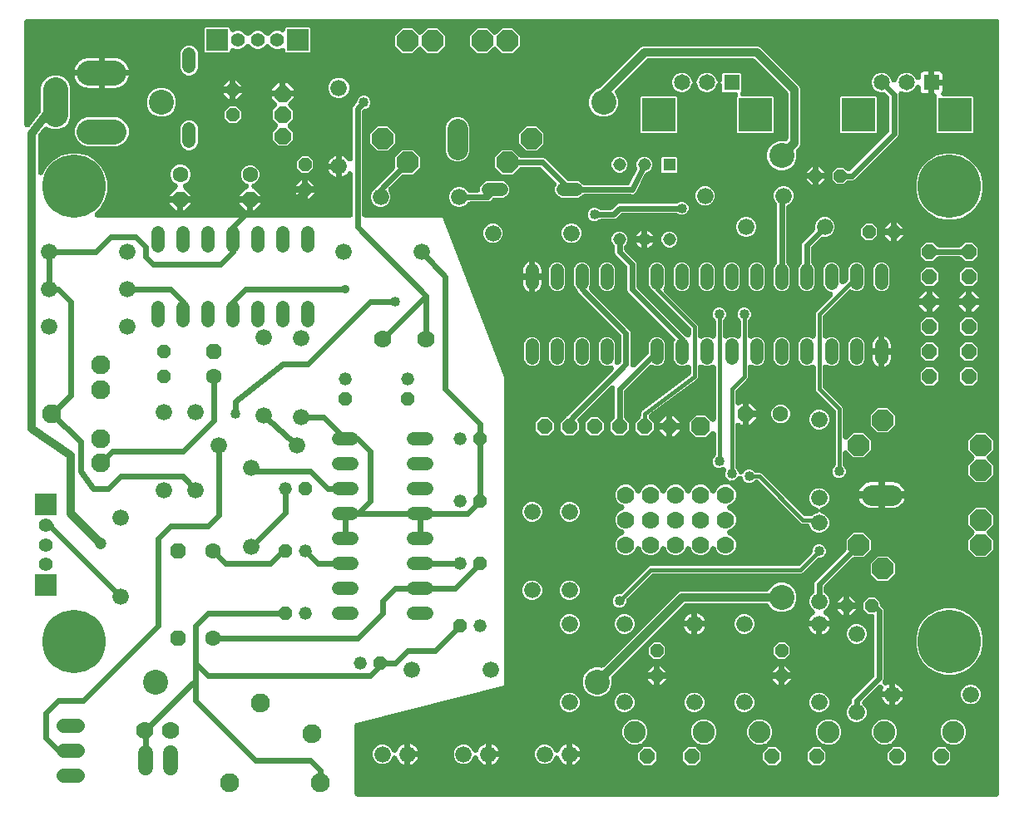
<source format=gbr>
G04 EAGLE Gerber X2 export*
%TF.Part,Single*%
%TF.FileFunction,Copper,L2,Bot,Mixed*%
%TF.FilePolarity,Positive*%
%TF.GenerationSoftware,Autodesk,EAGLE,8.7.0*%
%TF.CreationDate,2018-03-11T21:08:06Z*%
G75*
%MOMM*%
%FSLAX34Y34*%
%LPD*%
%AMOC8*
5,1,8,0,0,1.08239X$1,22.5*%
G01*
%ADD10C,1.320800*%
%ADD11C,1.676400*%
%ADD12P,1.429621X8X112.500000*%
%ADD13P,1.429621X8X292.500000*%
%ADD14P,1.429621X8X202.500000*%
%ADD15P,1.649562X8X22.500000*%
%ADD16R,1.308000X1.308000*%
%ADD17C,1.308000*%
%ADD18C,2.100000*%
%ADD19P,2.364373X8X202.500000*%
%ADD20P,1.814519X8X292.500000*%
%ADD21C,2.247900*%
%ADD22P,1.429621X8X22.500000*%
%ADD23C,1.930400*%
%ADD24C,1.778000*%
%ADD25C,1.422400*%
%ADD26R,2.250000X2.250000*%
%ADD27R,1.650000X1.650000*%
%ADD28C,1.650000*%
%ADD29R,3.400000X3.400000*%
%ADD30C,2.540000*%
%ADD31P,1.732040X8X292.500000*%
%ADD32C,1.600200*%
%ADD33P,2.364373X8X112.500000*%
%ADD34C,1.320800*%
%ADD35P,1.732040X8X202.500000*%
%ADD36C,6.451600*%
%ADD37C,1.950000*%
%ADD38P,1.732040X8X112.500000*%
%ADD39C,1.422400*%
%ADD40P,1.649562X8X292.500000*%
%ADD41P,2.089446X8X22.500000*%
%ADD42C,2.540000*%
%ADD43C,1.524000*%
%ADD44C,0.609600*%
%ADD45C,0.914400*%
%ADD46C,0.406400*%
%ADD47C,1.016000*%
%ADD48C,0.812800*%
%ADD49C,1.206400*%

G36*
X993218Y3817D02*
X993218Y3817D01*
X993294Y3815D01*
X993463Y3837D01*
X993634Y3851D01*
X993708Y3869D01*
X993783Y3879D01*
X993947Y3928D01*
X994113Y3969D01*
X994182Y3999D01*
X994256Y4021D01*
X994409Y4097D01*
X994566Y4164D01*
X994630Y4205D01*
X994699Y4238D01*
X994838Y4337D01*
X994982Y4429D01*
X995039Y4480D01*
X995101Y4524D01*
X995222Y4644D01*
X995350Y4758D01*
X995398Y4817D01*
X995452Y4871D01*
X995553Y5009D01*
X995660Y5142D01*
X995697Y5208D01*
X995742Y5269D01*
X995819Y5422D01*
X995904Y5570D01*
X995930Y5642D01*
X995965Y5710D01*
X996016Y5873D01*
X996075Y6033D01*
X996090Y6108D01*
X996113Y6180D01*
X996125Y6285D01*
X996170Y6517D01*
X996177Y6753D01*
X996189Y6858D01*
X996189Y793142D01*
X996185Y793192D01*
X996185Y793201D01*
X996183Y793218D01*
X996185Y793294D01*
X996163Y793463D01*
X996149Y793634D01*
X996131Y793708D01*
X996121Y793783D01*
X996072Y793947D01*
X996031Y794113D01*
X996001Y794182D01*
X995979Y794256D01*
X995903Y794409D01*
X995836Y794566D01*
X995795Y794630D01*
X995762Y794699D01*
X995663Y794838D01*
X995571Y794982D01*
X995520Y795039D01*
X995476Y795101D01*
X995356Y795222D01*
X995242Y795350D01*
X995183Y795398D01*
X995129Y795452D01*
X994991Y795553D01*
X994858Y795660D01*
X994792Y795697D01*
X994731Y795742D01*
X994578Y795819D01*
X994430Y795904D01*
X994358Y795930D01*
X994290Y795965D01*
X994127Y796016D01*
X993967Y796075D01*
X993892Y796090D01*
X993820Y796113D01*
X993715Y796125D01*
X993483Y796170D01*
X993247Y796177D01*
X993142Y796189D01*
X6858Y796189D01*
X6782Y796183D01*
X6706Y796185D01*
X6537Y796163D01*
X6366Y796149D01*
X6292Y796131D01*
X6217Y796121D01*
X6053Y796072D01*
X5887Y796031D01*
X5818Y796001D01*
X5744Y795979D01*
X5591Y795903D01*
X5434Y795836D01*
X5370Y795795D01*
X5301Y795762D01*
X5162Y795663D01*
X5018Y795571D01*
X4961Y795520D01*
X4899Y795476D01*
X4778Y795356D01*
X4650Y795242D01*
X4602Y795183D01*
X4548Y795129D01*
X4447Y794991D01*
X4340Y794858D01*
X4303Y794792D01*
X4258Y794731D01*
X4181Y794578D01*
X4096Y794430D01*
X4070Y794358D01*
X4035Y794290D01*
X3984Y794127D01*
X3925Y793967D01*
X3910Y793892D01*
X3887Y793820D01*
X3875Y793715D01*
X3830Y793483D01*
X3823Y793247D01*
X3811Y793142D01*
X3811Y688556D01*
X3831Y688309D01*
X3850Y688069D01*
X3850Y688067D01*
X3851Y688065D01*
X3910Y687826D01*
X3968Y687590D01*
X3969Y687588D01*
X3969Y687586D01*
X4065Y687363D01*
X4162Y687137D01*
X4163Y687135D01*
X4164Y687133D01*
X4293Y686929D01*
X4426Y686720D01*
X4428Y686718D01*
X4429Y686716D01*
X4587Y686540D01*
X4754Y686352D01*
X4756Y686350D01*
X4758Y686349D01*
X4944Y686198D01*
X5138Y686041D01*
X5140Y686040D01*
X5142Y686039D01*
X5344Y685923D01*
X5566Y685797D01*
X5568Y685796D01*
X5570Y685795D01*
X5803Y685708D01*
X6028Y685624D01*
X6031Y685624D01*
X6033Y685623D01*
X6268Y685577D01*
X6512Y685529D01*
X6515Y685529D01*
X6517Y685528D01*
X6746Y685521D01*
X7005Y685513D01*
X7008Y685513D01*
X7010Y685513D01*
X7248Y685544D01*
X7495Y685576D01*
X7497Y685577D01*
X7499Y685577D01*
X7740Y685650D01*
X7967Y685718D01*
X7969Y685719D01*
X7971Y685720D01*
X8190Y685827D01*
X8411Y685934D01*
X8413Y685936D01*
X8415Y685937D01*
X8608Y686074D01*
X8813Y686219D01*
X8815Y686221D01*
X8817Y686222D01*
X9168Y686569D01*
X9235Y686661D01*
X9284Y686713D01*
X20196Y701072D01*
X20279Y701202D01*
X20370Y701327D01*
X20412Y701410D01*
X20462Y701488D01*
X20523Y701630D01*
X20593Y701768D01*
X20620Y701856D01*
X20657Y701941D01*
X20694Y702091D01*
X20741Y702238D01*
X20749Y702309D01*
X20777Y702420D01*
X20817Y702911D01*
X20817Y702914D01*
X20817Y702916D01*
X20817Y726831D01*
X23060Y732245D01*
X27205Y736390D01*
X32619Y738633D01*
X38481Y738633D01*
X43895Y736390D01*
X48040Y732245D01*
X50283Y726831D01*
X50283Y695569D01*
X48040Y690155D01*
X43895Y686010D01*
X38481Y683767D01*
X32619Y683767D01*
X26987Y686100D01*
X26818Y686155D01*
X26651Y686217D01*
X26583Y686230D01*
X26518Y686251D01*
X26342Y686278D01*
X26167Y686312D01*
X26098Y686315D01*
X26030Y686325D01*
X25852Y686323D01*
X25674Y686329D01*
X25606Y686320D01*
X25537Y686319D01*
X25361Y686288D01*
X25185Y686265D01*
X25119Y686245D01*
X25051Y686233D01*
X24883Y686174D01*
X24712Y686123D01*
X24650Y686093D01*
X24585Y686070D01*
X24429Y685985D01*
X24269Y685907D01*
X24212Y685867D01*
X24152Y685834D01*
X24012Y685725D01*
X23866Y685622D01*
X23828Y685583D01*
X23762Y685531D01*
X23427Y685170D01*
X23410Y685144D01*
X23395Y685129D01*
X18148Y678224D01*
X18065Y678093D01*
X17974Y677969D01*
X17932Y677886D01*
X17882Y677808D01*
X17821Y677666D01*
X17751Y677528D01*
X17724Y677440D01*
X17687Y677355D01*
X17650Y677205D01*
X17603Y677058D01*
X17595Y676987D01*
X17567Y676876D01*
X17527Y676385D01*
X17527Y676382D01*
X17527Y676380D01*
X17527Y640125D01*
X17542Y639936D01*
X17550Y639746D01*
X17562Y639690D01*
X17567Y639633D01*
X17612Y639449D01*
X17651Y639263D01*
X17672Y639210D01*
X17685Y639155D01*
X17760Y638980D01*
X17829Y638803D01*
X17857Y638754D01*
X17880Y638701D01*
X17982Y638541D01*
X18078Y638377D01*
X18114Y638333D01*
X18145Y638285D01*
X18271Y638144D01*
X18393Y637997D01*
X18436Y637960D01*
X18474Y637917D01*
X18621Y637798D01*
X18765Y637673D01*
X18813Y637643D01*
X18858Y637607D01*
X19023Y637513D01*
X19184Y637413D01*
X19237Y637392D01*
X19286Y637363D01*
X19465Y637297D01*
X19640Y637225D01*
X19695Y637212D01*
X19749Y637192D01*
X19935Y637155D01*
X20120Y637112D01*
X20177Y637108D01*
X20233Y637097D01*
X20423Y637091D01*
X20612Y637078D01*
X20669Y637083D01*
X20726Y637082D01*
X20914Y637106D01*
X21103Y637124D01*
X21159Y637139D01*
X21215Y637146D01*
X21397Y637201D01*
X21581Y637249D01*
X21633Y637272D01*
X21687Y637289D01*
X21858Y637372D01*
X22032Y637449D01*
X22079Y637480D01*
X22131Y637505D01*
X22286Y637615D01*
X22444Y637719D01*
X22486Y637758D01*
X22533Y637791D01*
X22668Y637924D01*
X22808Y638053D01*
X22835Y638090D01*
X22884Y638138D01*
X23174Y638536D01*
X23195Y638577D01*
X23213Y638602D01*
X27567Y646143D01*
X33857Y652433D01*
X41560Y656881D01*
X50152Y659183D01*
X59048Y659183D01*
X67640Y656881D01*
X75343Y652433D01*
X81633Y646143D01*
X86081Y638440D01*
X88383Y629848D01*
X88383Y620952D01*
X86081Y612360D01*
X81633Y604657D01*
X76031Y599055D01*
X76006Y599026D01*
X75978Y599000D01*
X75847Y598838D01*
X75711Y598679D01*
X75692Y598646D01*
X75668Y598616D01*
X75564Y598435D01*
X75457Y598256D01*
X75443Y598221D01*
X75424Y598188D01*
X75351Y597992D01*
X75274Y597798D01*
X75265Y597761D01*
X75252Y597725D01*
X75212Y597520D01*
X75167Y597317D01*
X75165Y597278D01*
X75157Y597241D01*
X75151Y597033D01*
X75139Y596824D01*
X75143Y596786D01*
X75142Y596748D01*
X75169Y596541D01*
X75191Y596333D01*
X75201Y596297D01*
X75206Y596259D01*
X75267Y596058D01*
X75322Y595858D01*
X75338Y595823D01*
X75349Y595787D01*
X75441Y595599D01*
X75528Y595409D01*
X75549Y595378D01*
X75566Y595343D01*
X75686Y595174D01*
X75803Y595000D01*
X75829Y594972D01*
X75851Y594941D01*
X75998Y594793D01*
X76141Y594640D01*
X76171Y594617D01*
X76198Y594590D01*
X76367Y594467D01*
X76532Y594340D01*
X76566Y594322D01*
X76597Y594300D01*
X76783Y594206D01*
X76967Y594107D01*
X77003Y594095D01*
X77037Y594077D01*
X77236Y594015D01*
X77434Y593947D01*
X77471Y593941D01*
X77508Y593929D01*
X77600Y593919D01*
X77920Y593864D01*
X78092Y593863D01*
X78185Y593853D01*
X335280Y593853D01*
X335356Y593859D01*
X335432Y593857D01*
X335601Y593879D01*
X335772Y593893D01*
X335846Y593911D01*
X335921Y593921D01*
X336085Y593970D01*
X336251Y594011D01*
X336320Y594041D01*
X336394Y594063D01*
X336547Y594139D01*
X336704Y594206D01*
X336768Y594247D01*
X336837Y594280D01*
X336976Y594379D01*
X337120Y594471D01*
X337177Y594522D01*
X337239Y594566D01*
X337360Y594686D01*
X337488Y594800D01*
X337536Y594859D01*
X337590Y594913D01*
X337691Y595051D01*
X337798Y595184D01*
X337835Y595250D01*
X337880Y595311D01*
X337957Y595464D01*
X338042Y595612D01*
X338068Y595684D01*
X338103Y595752D01*
X338154Y595915D01*
X338213Y596075D01*
X338228Y596150D01*
X338251Y596222D01*
X338263Y596327D01*
X338308Y596559D01*
X338315Y596795D01*
X338327Y596900D01*
X338327Y637765D01*
X338325Y637795D01*
X338327Y637826D01*
X338305Y638041D01*
X338287Y638257D01*
X338280Y638286D01*
X338277Y638317D01*
X338221Y638525D01*
X338169Y638735D01*
X338157Y638763D01*
X338149Y638793D01*
X338059Y638990D01*
X337974Y639189D01*
X337958Y639215D01*
X337945Y639242D01*
X337825Y639423D01*
X337709Y639605D01*
X337689Y639628D01*
X337672Y639653D01*
X337524Y639811D01*
X337380Y639973D01*
X337356Y639992D01*
X337336Y640014D01*
X337165Y640147D01*
X336996Y640283D01*
X336970Y640298D01*
X336946Y640317D01*
X336755Y640420D01*
X336568Y640527D01*
X336539Y640537D01*
X336512Y640552D01*
X336308Y640623D01*
X336105Y640698D01*
X336075Y640704D01*
X336046Y640714D01*
X335833Y640752D01*
X335621Y640793D01*
X335591Y640794D01*
X335560Y640799D01*
X335343Y640802D01*
X335128Y640808D01*
X335098Y640804D01*
X335067Y640805D01*
X334853Y640772D01*
X334639Y640744D01*
X334610Y640735D01*
X334579Y640731D01*
X334374Y640664D01*
X334167Y640601D01*
X334139Y640588D01*
X334110Y640579D01*
X333918Y640480D01*
X333723Y640385D01*
X333698Y640367D01*
X333671Y640353D01*
X333498Y640224D01*
X333321Y640099D01*
X333299Y640078D01*
X333275Y640059D01*
X333218Y639997D01*
X332970Y639752D01*
X332876Y639623D01*
X332815Y639556D01*
X332181Y638684D01*
X330966Y637469D01*
X329575Y636458D01*
X328043Y635677D01*
X326897Y635305D01*
X326897Y645800D01*
X326897Y656295D01*
X328043Y655923D01*
X329575Y655142D01*
X330966Y654131D01*
X332181Y652916D01*
X332815Y652044D01*
X332835Y652021D01*
X332851Y651995D01*
X332995Y651834D01*
X333136Y651670D01*
X333159Y651650D01*
X333180Y651627D01*
X333348Y651491D01*
X333514Y651352D01*
X333540Y651336D01*
X333564Y651317D01*
X333751Y651210D01*
X333937Y651100D01*
X333966Y651088D01*
X333992Y651073D01*
X334195Y650998D01*
X334396Y650919D01*
X334426Y650912D01*
X334455Y650902D01*
X334667Y650860D01*
X334879Y650814D01*
X334909Y650813D01*
X334939Y650807D01*
X335155Y650800D01*
X335371Y650789D01*
X335402Y650793D01*
X335432Y650792D01*
X335646Y650820D01*
X335862Y650844D01*
X335891Y650852D01*
X335921Y650856D01*
X336128Y650918D01*
X336337Y650977D01*
X336364Y650990D01*
X336394Y650999D01*
X336588Y651094D01*
X336784Y651185D01*
X336809Y651202D01*
X336837Y651215D01*
X337013Y651340D01*
X337192Y651462D01*
X337214Y651483D01*
X337239Y651501D01*
X337393Y651653D01*
X337550Y651802D01*
X337568Y651826D01*
X337590Y651848D01*
X337717Y652022D01*
X337848Y652195D01*
X337862Y652222D01*
X337880Y652246D01*
X337977Y652439D01*
X338079Y652631D01*
X338089Y652660D01*
X338103Y652687D01*
X338168Y652893D01*
X338237Y653098D01*
X338242Y653128D01*
X338251Y653157D01*
X338260Y653242D01*
X338317Y653585D01*
X338317Y653745D01*
X338327Y653835D01*
X338327Y705760D01*
X339023Y707440D01*
X340738Y709155D01*
X341753Y710170D01*
X341827Y710257D01*
X341908Y710337D01*
X341986Y710444D01*
X342072Y710545D01*
X342131Y710643D01*
X342198Y710736D01*
X342258Y710854D01*
X342327Y710968D01*
X342369Y711074D01*
X342421Y711176D01*
X342461Y711303D01*
X342510Y711426D01*
X342535Y711537D01*
X342569Y711647D01*
X342579Y711740D01*
X342617Y711908D01*
X342635Y712232D01*
X342645Y712324D01*
X342645Y712514D01*
X343651Y714941D01*
X345509Y716799D01*
X347936Y717805D01*
X350564Y717805D01*
X352991Y716799D01*
X354849Y714941D01*
X355855Y712514D01*
X355855Y709886D01*
X354849Y707459D01*
X352991Y705601D01*
X350564Y704595D01*
X350520Y704595D01*
X350444Y704589D01*
X350368Y704591D01*
X350199Y704569D01*
X350028Y704555D01*
X349954Y704537D01*
X349879Y704527D01*
X349715Y704478D01*
X349549Y704437D01*
X349480Y704407D01*
X349406Y704385D01*
X349253Y704309D01*
X349096Y704242D01*
X349032Y704201D01*
X348963Y704168D01*
X348824Y704069D01*
X348680Y703977D01*
X348623Y703926D01*
X348561Y703882D01*
X348440Y703762D01*
X348312Y703648D01*
X348264Y703589D01*
X348210Y703535D01*
X348109Y703397D01*
X348002Y703264D01*
X347965Y703198D01*
X347920Y703137D01*
X347843Y702984D01*
X347758Y702836D01*
X347732Y702764D01*
X347697Y702696D01*
X347646Y702533D01*
X347587Y702373D01*
X347572Y702298D01*
X347549Y702226D01*
X347537Y702121D01*
X347492Y701889D01*
X347485Y701653D01*
X347473Y701548D01*
X347473Y596900D01*
X347479Y596824D01*
X347477Y596748D01*
X347499Y596579D01*
X347513Y596408D01*
X347531Y596334D01*
X347541Y596259D01*
X347590Y596095D01*
X347631Y595929D01*
X347661Y595860D01*
X347683Y595787D01*
X347759Y595633D01*
X347826Y595476D01*
X347867Y595412D01*
X347900Y595343D01*
X347999Y595204D01*
X348091Y595060D01*
X348142Y595003D01*
X348186Y594941D01*
X348306Y594820D01*
X348420Y594692D01*
X348479Y594644D01*
X348533Y594590D01*
X348671Y594489D01*
X348804Y594382D01*
X348870Y594345D01*
X348931Y594300D01*
X349084Y594223D01*
X349232Y594138D01*
X349304Y594112D01*
X349372Y594077D01*
X349535Y594026D01*
X349695Y593967D01*
X349770Y593952D01*
X349842Y593929D01*
X349947Y593917D01*
X350179Y593872D01*
X350415Y593865D01*
X350520Y593853D01*
X429707Y593853D01*
X492253Y431234D01*
X492253Y116679D01*
X342161Y79156D01*
X341975Y79093D01*
X341787Y79037D01*
X341741Y79014D01*
X341694Y78998D01*
X341520Y78906D01*
X341343Y78820D01*
X341302Y78791D01*
X341258Y78767D01*
X341101Y78648D01*
X340941Y78534D01*
X340905Y78499D01*
X340865Y78468D01*
X340730Y78325D01*
X340590Y78187D01*
X340560Y78147D01*
X340526Y78110D01*
X340415Y77948D01*
X340300Y77789D01*
X340277Y77744D01*
X340249Y77702D01*
X340166Y77523D01*
X340077Y77348D01*
X340062Y77300D01*
X340041Y77255D01*
X339988Y77065D01*
X339929Y76878D01*
X339925Y76837D01*
X339908Y76779D01*
X339854Y76289D01*
X339857Y76236D01*
X339853Y76200D01*
X339853Y6858D01*
X339859Y6782D01*
X339857Y6706D01*
X339879Y6537D01*
X339893Y6366D01*
X339911Y6292D01*
X339921Y6217D01*
X339970Y6053D01*
X340011Y5887D01*
X340041Y5818D01*
X340063Y5744D01*
X340139Y5591D01*
X340206Y5434D01*
X340247Y5370D01*
X340280Y5301D01*
X340379Y5162D01*
X340471Y5018D01*
X340522Y4961D01*
X340566Y4899D01*
X340686Y4778D01*
X340800Y4650D01*
X340859Y4602D01*
X340913Y4548D01*
X341051Y4447D01*
X341184Y4340D01*
X341250Y4303D01*
X341311Y4258D01*
X341464Y4181D01*
X341612Y4096D01*
X341684Y4070D01*
X341752Y4035D01*
X341915Y3984D01*
X342075Y3925D01*
X342150Y3910D01*
X342222Y3887D01*
X342327Y3875D01*
X342559Y3830D01*
X342795Y3823D01*
X342900Y3811D01*
X993142Y3811D01*
X993218Y3817D01*
G37*
%LPC*%
G36*
X810829Y272663D02*
X810829Y272663D01*
X807188Y274171D01*
X804402Y276958D01*
X803012Y280312D01*
X802913Y280507D01*
X802817Y280703D01*
X802800Y280726D01*
X802787Y280751D01*
X802658Y280927D01*
X802531Y281105D01*
X802511Y281125D01*
X802494Y281148D01*
X802337Y281301D01*
X802184Y281456D01*
X802162Y281473D01*
X802141Y281493D01*
X801962Y281618D01*
X801786Y281746D01*
X801760Y281759D01*
X801737Y281775D01*
X801540Y281870D01*
X801345Y281969D01*
X801318Y281977D01*
X801292Y281990D01*
X801083Y282051D01*
X800875Y282117D01*
X800851Y282120D01*
X800819Y282129D01*
X800330Y282190D01*
X800250Y282187D01*
X800197Y282193D01*
X795583Y282193D01*
X794275Y282735D01*
X751259Y325751D01*
X751172Y325825D01*
X751092Y325906D01*
X750985Y325984D01*
X750883Y326070D01*
X750785Y326129D01*
X750693Y326196D01*
X750575Y326256D01*
X750461Y326325D01*
X750355Y326367D01*
X750253Y326419D01*
X750126Y326459D01*
X750003Y326508D01*
X749891Y326533D01*
X749782Y326567D01*
X749689Y326577D01*
X749521Y326615D01*
X749197Y326633D01*
X749105Y326643D01*
X748726Y326643D01*
X748612Y326634D01*
X748498Y326635D01*
X748366Y326614D01*
X748234Y326603D01*
X748124Y326576D01*
X748011Y326558D01*
X747884Y326517D01*
X747755Y326485D01*
X747651Y326440D01*
X747542Y326404D01*
X747424Y326342D01*
X747302Y326290D01*
X747206Y326229D01*
X747104Y326176D01*
X747031Y326117D01*
X746886Y326025D01*
X746644Y325809D01*
X746571Y325751D01*
X745421Y324601D01*
X742994Y323595D01*
X740366Y323595D01*
X737939Y324601D01*
X736081Y326459D01*
X735079Y328877D01*
X735062Y328911D01*
X735049Y328947D01*
X734949Y329130D01*
X734854Y329316D01*
X734832Y329346D01*
X734813Y329380D01*
X734685Y329545D01*
X734561Y329713D01*
X734534Y329739D01*
X734511Y329769D01*
X734358Y329911D01*
X734208Y330057D01*
X734177Y330079D01*
X734149Y330105D01*
X733976Y330220D01*
X733804Y330340D01*
X733770Y330357D01*
X733738Y330378D01*
X733548Y330463D01*
X733359Y330554D01*
X733323Y330565D01*
X733288Y330581D01*
X733087Y330635D01*
X732886Y330694D01*
X732848Y330698D01*
X732812Y330708D01*
X732603Y330729D01*
X732397Y330755D01*
X732359Y330753D01*
X732321Y330757D01*
X732112Y330744D01*
X731904Y330736D01*
X731866Y330729D01*
X731828Y330726D01*
X731625Y330680D01*
X731420Y330639D01*
X731384Y330625D01*
X731347Y330617D01*
X731154Y330538D01*
X730959Y330464D01*
X730926Y330445D01*
X730890Y330431D01*
X730713Y330322D01*
X730532Y330217D01*
X730502Y330193D01*
X730469Y330173D01*
X730312Y330037D01*
X730150Y329905D01*
X730124Y329876D01*
X730096Y329852D01*
X729961Y329692D01*
X729823Y329535D01*
X729803Y329503D01*
X729779Y329474D01*
X729734Y329392D01*
X729561Y329117D01*
X729519Y329019D01*
X727641Y327141D01*
X725214Y326135D01*
X723907Y326135D01*
X723765Y326124D01*
X723622Y326122D01*
X723519Y326104D01*
X723415Y326095D01*
X723277Y326061D01*
X723136Y326036D01*
X723038Y326002D01*
X722936Y325977D01*
X722805Y325920D01*
X722671Y325873D01*
X722579Y325823D01*
X722483Y325782D01*
X722363Y325706D01*
X722238Y325637D01*
X722155Y325573D01*
X722067Y325517D01*
X721961Y325422D01*
X721848Y325335D01*
X721777Y325258D01*
X721699Y325188D01*
X721609Y325077D01*
X721513Y324973D01*
X721455Y324886D01*
X721417Y324839D01*
X721417Y324840D01*
X721384Y325047D01*
X721357Y325253D01*
X721346Y325290D01*
X721340Y325327D01*
X721275Y325526D01*
X721215Y325725D01*
X721198Y325760D01*
X721186Y325796D01*
X721090Y325981D01*
X720998Y326169D01*
X720976Y326200D01*
X720958Y326234D01*
X720900Y326306D01*
X720712Y326571D01*
X720591Y326693D01*
X720533Y326767D01*
X718301Y328999D01*
X717295Y331426D01*
X717295Y334054D01*
X717861Y335420D01*
X717873Y335456D01*
X717889Y335490D01*
X717948Y335690D01*
X718012Y335889D01*
X718018Y335927D01*
X718029Y335963D01*
X718055Y336170D01*
X718086Y336377D01*
X718085Y336415D01*
X718090Y336453D01*
X718082Y336661D01*
X718080Y336870D01*
X718073Y336908D01*
X718072Y336946D01*
X718030Y337151D01*
X717994Y337356D01*
X717981Y337392D01*
X717974Y337430D01*
X717900Y337625D01*
X717831Y337822D01*
X717813Y337855D01*
X717799Y337891D01*
X717695Y338071D01*
X717595Y338255D01*
X717572Y338285D01*
X717553Y338318D01*
X717421Y338480D01*
X717292Y338645D01*
X717264Y338670D01*
X717240Y338700D01*
X717084Y338838D01*
X716931Y338980D01*
X716899Y339001D01*
X716870Y339026D01*
X716693Y339137D01*
X716520Y339253D01*
X716485Y339268D01*
X716453Y339289D01*
X716260Y339370D01*
X716070Y339456D01*
X716033Y339466D01*
X715998Y339480D01*
X715795Y339529D01*
X715593Y339583D01*
X715555Y339587D01*
X715518Y339596D01*
X715310Y339612D01*
X715103Y339632D01*
X715064Y339630D01*
X715026Y339633D01*
X714819Y339615D01*
X714610Y339602D01*
X714573Y339593D01*
X714535Y339590D01*
X714446Y339564D01*
X714129Y339492D01*
X713970Y339427D01*
X713880Y339401D01*
X712514Y338835D01*
X709886Y338835D01*
X707459Y339841D01*
X705601Y341699D01*
X704595Y344126D01*
X704595Y346754D01*
X705601Y349181D01*
X706751Y350331D01*
X706825Y350418D01*
X706906Y350499D01*
X706984Y350606D01*
X707070Y350707D01*
X707129Y350805D01*
X707196Y350897D01*
X707256Y351016D01*
X707325Y351130D01*
X707367Y351236D01*
X707419Y351338D01*
X707459Y351465D01*
X707508Y351588D01*
X707533Y351699D01*
X707567Y351808D01*
X707577Y351902D01*
X707615Y352069D01*
X707633Y352394D01*
X707643Y352486D01*
X707643Y373330D01*
X707640Y373368D01*
X707642Y373406D01*
X707620Y373614D01*
X707603Y373822D01*
X707594Y373859D01*
X707590Y373897D01*
X707535Y374098D01*
X707485Y374301D01*
X707470Y374336D01*
X707459Y374373D01*
X707372Y374563D01*
X707290Y374754D01*
X707270Y374786D01*
X707254Y374821D01*
X707137Y374995D01*
X707025Y375170D01*
X707000Y375199D01*
X706978Y375230D01*
X706835Y375382D01*
X706696Y375538D01*
X706667Y375562D01*
X706641Y375590D01*
X706475Y375717D01*
X706312Y375848D01*
X706279Y375867D01*
X706249Y375890D01*
X706065Y375989D01*
X705884Y376092D01*
X705848Y376105D01*
X705814Y376123D01*
X705617Y376191D01*
X705421Y376264D01*
X705384Y376271D01*
X705348Y376283D01*
X705141Y376318D01*
X704937Y376358D01*
X704899Y376360D01*
X704861Y376366D01*
X704652Y376367D01*
X704444Y376374D01*
X704406Y376369D01*
X704368Y376369D01*
X704161Y376337D01*
X703955Y376309D01*
X703918Y376298D01*
X703881Y376292D01*
X703682Y376227D01*
X703483Y376167D01*
X703448Y376150D01*
X703412Y376138D01*
X703227Y376042D01*
X703039Y375950D01*
X703008Y375928D01*
X702974Y375910D01*
X702902Y375852D01*
X702637Y375664D01*
X702515Y375544D01*
X702441Y375485D01*
X696780Y369823D01*
X687520Y369823D01*
X680973Y376370D01*
X680973Y385630D01*
X687520Y392177D01*
X696780Y392177D01*
X702441Y386515D01*
X702470Y386490D01*
X702496Y386462D01*
X702658Y386331D01*
X702817Y386196D01*
X702850Y386176D01*
X702880Y386152D01*
X703061Y386049D01*
X703240Y385941D01*
X703275Y385927D01*
X703308Y385908D01*
X703504Y385835D01*
X703698Y385758D01*
X703735Y385750D01*
X703771Y385736D01*
X703976Y385696D01*
X704180Y385651D01*
X704218Y385649D01*
X704255Y385642D01*
X704463Y385635D01*
X704672Y385623D01*
X704710Y385627D01*
X704748Y385626D01*
X704955Y385653D01*
X705163Y385676D01*
X705199Y385686D01*
X705237Y385691D01*
X705437Y385751D01*
X705638Y385806D01*
X705673Y385822D01*
X705710Y385833D01*
X705897Y385925D01*
X706087Y386012D01*
X706119Y386033D01*
X706153Y386050D01*
X706322Y386170D01*
X706496Y386287D01*
X706524Y386314D01*
X706555Y386336D01*
X706703Y386482D01*
X706856Y386625D01*
X706879Y386655D01*
X706906Y386682D01*
X707029Y386851D01*
X707156Y387017D01*
X707174Y387050D01*
X707196Y387081D01*
X707290Y387267D01*
X707389Y387451D01*
X707402Y387488D01*
X707419Y387521D01*
X707481Y387720D01*
X707549Y387918D01*
X707555Y387956D01*
X707567Y387992D01*
X707577Y388084D01*
X707632Y388404D01*
X707633Y388576D01*
X707643Y388670D01*
X707643Y441024D01*
X707629Y441204D01*
X707622Y441384D01*
X707609Y441450D01*
X707603Y441516D01*
X707560Y441691D01*
X707524Y441868D01*
X707501Y441930D01*
X707485Y441995D01*
X707413Y442161D01*
X707350Y442329D01*
X707316Y442387D01*
X707290Y442448D01*
X707193Y442601D01*
X707103Y442757D01*
X707061Y442808D01*
X707025Y442864D01*
X706905Y442999D01*
X706790Y443139D01*
X706741Y443183D01*
X706696Y443232D01*
X706556Y443345D01*
X706421Y443465D01*
X706364Y443500D01*
X706312Y443542D01*
X706156Y443631D01*
X706003Y443727D01*
X705942Y443753D01*
X705884Y443786D01*
X705714Y443849D01*
X705548Y443919D01*
X705484Y443935D01*
X705421Y443958D01*
X705244Y443992D01*
X705069Y444035D01*
X705002Y444040D01*
X704937Y444052D01*
X704757Y444058D01*
X704577Y444071D01*
X704510Y444066D01*
X704444Y444068D01*
X704265Y444044D01*
X704085Y444028D01*
X704035Y444014D01*
X703955Y444003D01*
X703483Y443861D01*
X703452Y443846D01*
X703430Y443840D01*
X700117Y442467D01*
X696883Y442467D01*
X693570Y443840D01*
X693399Y443895D01*
X693229Y443958D01*
X693164Y443970D01*
X693101Y443991D01*
X692922Y444018D01*
X692745Y444052D01*
X692679Y444054D01*
X692613Y444064D01*
X692432Y444062D01*
X692252Y444068D01*
X692186Y444059D01*
X692119Y444058D01*
X691942Y444027D01*
X691763Y444003D01*
X691699Y443984D01*
X691634Y443973D01*
X691464Y443913D01*
X691290Y443861D01*
X691231Y443832D01*
X691168Y443810D01*
X691010Y443723D01*
X690847Y443644D01*
X690793Y443605D01*
X690735Y443574D01*
X690592Y443463D01*
X690445Y443358D01*
X690398Y443312D01*
X690345Y443271D01*
X690222Y443138D01*
X690094Y443012D01*
X690055Y442958D01*
X690010Y442909D01*
X689910Y442759D01*
X689804Y442613D01*
X689774Y442554D01*
X689737Y442498D01*
X689663Y442334D01*
X689581Y442173D01*
X689561Y442109D01*
X689534Y442048D01*
X689487Y441874D01*
X689433Y441702D01*
X689427Y441649D01*
X689406Y441572D01*
X689357Y441081D01*
X689359Y441048D01*
X689357Y441024D01*
X689357Y432633D01*
X689360Y432592D01*
X689358Y432552D01*
X689371Y432457D01*
X689397Y432141D01*
X689425Y432026D01*
X689387Y431762D01*
X689366Y431415D01*
X689357Y431331D01*
X689357Y431064D01*
X689351Y431041D01*
X689253Y430738D01*
X689236Y430622D01*
X689100Y430392D01*
X688948Y430080D01*
X688906Y430005D01*
X688804Y429759D01*
X688790Y429740D01*
X688584Y429498D01*
X688523Y429396D01*
X688309Y429236D01*
X688049Y429006D01*
X687983Y428953D01*
X687795Y428765D01*
X687774Y428753D01*
X687491Y428608D01*
X687350Y428503D01*
X687268Y428455D01*
X640484Y393367D01*
X640450Y393337D01*
X640413Y393312D01*
X640266Y393174D01*
X640115Y393040D01*
X640086Y393005D01*
X640053Y392974D01*
X639930Y392814D01*
X639803Y392658D01*
X639780Y392619D01*
X639753Y392583D01*
X639657Y392405D01*
X639557Y392230D01*
X639541Y392188D01*
X639519Y392148D01*
X639454Y391957D01*
X639383Y391769D01*
X639374Y391724D01*
X639359Y391681D01*
X639326Y391482D01*
X639286Y391285D01*
X639285Y391240D01*
X639277Y391195D01*
X639276Y390993D01*
X639268Y390792D01*
X639274Y390747D01*
X639274Y390701D01*
X639305Y390502D01*
X639331Y390303D01*
X639343Y390259D01*
X639350Y390214D01*
X639414Y390022D01*
X639471Y389830D01*
X639491Y389789D01*
X639505Y389745D01*
X639598Y389567D01*
X639685Y389385D01*
X639712Y389348D01*
X639733Y389308D01*
X639794Y389231D01*
X639969Y388982D01*
X640097Y388851D01*
X640158Y388775D01*
X644145Y384788D01*
X644145Y377212D01*
X638788Y371855D01*
X631212Y371855D01*
X625855Y377212D01*
X625855Y384788D01*
X630551Y389483D01*
X630625Y389570D01*
X630706Y389651D01*
X630784Y389758D01*
X630870Y389859D01*
X630929Y389957D01*
X630996Y390049D01*
X631056Y390168D01*
X631125Y390282D01*
X631167Y390388D01*
X631219Y390490D01*
X631259Y390617D01*
X631308Y390740D01*
X631333Y390851D01*
X631367Y390960D01*
X631377Y391054D01*
X631415Y391222D01*
X631433Y391546D01*
X631443Y391638D01*
X631443Y392867D01*
X631440Y392908D01*
X631442Y392948D01*
X631429Y393043D01*
X631403Y393359D01*
X631375Y393474D01*
X631413Y393738D01*
X631434Y394085D01*
X631443Y394169D01*
X631443Y394436D01*
X631449Y394459D01*
X631547Y394762D01*
X631564Y394878D01*
X631700Y395108D01*
X631852Y395420D01*
X631894Y395495D01*
X631996Y395741D01*
X632010Y395760D01*
X632216Y396002D01*
X632277Y396104D01*
X632491Y396264D01*
X632751Y396494D01*
X632817Y396547D01*
X633005Y396735D01*
X633026Y396747D01*
X633309Y396892D01*
X633450Y396997D01*
X633532Y397045D01*
X681024Y432664D01*
X681087Y432720D01*
X681155Y432768D01*
X681271Y432883D01*
X681394Y432991D01*
X681446Y433056D01*
X681506Y433115D01*
X681602Y433247D01*
X681706Y433373D01*
X681747Y433446D01*
X681796Y433513D01*
X681870Y433659D01*
X681952Y433801D01*
X681981Y433879D01*
X682019Y433954D01*
X682068Y434110D01*
X682125Y434263D01*
X682142Y434344D01*
X682167Y434424D01*
X682179Y434528D01*
X682222Y434746D01*
X682231Y434997D01*
X682243Y435102D01*
X682243Y441024D01*
X682229Y441204D01*
X682222Y441384D01*
X682209Y441450D01*
X682203Y441516D01*
X682160Y441691D01*
X682124Y441868D01*
X682101Y441930D01*
X682085Y441995D01*
X682013Y442161D01*
X681950Y442329D01*
X681916Y442387D01*
X681890Y442448D01*
X681793Y442601D01*
X681703Y442757D01*
X681661Y442808D01*
X681625Y442864D01*
X681505Y442999D01*
X681390Y443139D01*
X681341Y443183D01*
X681296Y443232D01*
X681156Y443345D01*
X681021Y443465D01*
X680964Y443500D01*
X680912Y443542D01*
X680756Y443631D01*
X680603Y443727D01*
X680542Y443753D01*
X680484Y443786D01*
X680314Y443849D01*
X680148Y443919D01*
X680084Y443935D01*
X680021Y443958D01*
X679844Y443992D01*
X679669Y444035D01*
X679602Y444040D01*
X679537Y444052D01*
X679357Y444058D01*
X679177Y444071D01*
X679110Y444066D01*
X679044Y444068D01*
X678865Y444044D01*
X678685Y444028D01*
X678635Y444014D01*
X678555Y444003D01*
X678083Y443861D01*
X678052Y443846D01*
X678030Y443840D01*
X674717Y442467D01*
X671483Y442467D01*
X668495Y443705D01*
X666209Y445991D01*
X664971Y448979D01*
X664971Y465421D01*
X665991Y467882D01*
X666057Y468089D01*
X666129Y468297D01*
X666133Y468325D01*
X666142Y468352D01*
X666174Y468567D01*
X666211Y468783D01*
X666211Y468811D01*
X666216Y468840D01*
X666213Y469057D01*
X666214Y469276D01*
X666210Y469304D01*
X666209Y469333D01*
X666172Y469548D01*
X666138Y469764D01*
X666129Y469791D01*
X666124Y469819D01*
X666052Y470024D01*
X665983Y470232D01*
X665970Y470257D01*
X665961Y470284D01*
X665857Y470476D01*
X665755Y470670D01*
X665741Y470688D01*
X665725Y470718D01*
X665422Y471107D01*
X665363Y471162D01*
X665330Y471203D01*
X618423Y518110D01*
X617727Y519790D01*
X617727Y542944D01*
X617718Y543057D01*
X617719Y543172D01*
X617698Y543303D01*
X617687Y543435D01*
X617660Y543546D01*
X617642Y543659D01*
X617601Y543785D01*
X617569Y543914D01*
X617524Y544019D01*
X617488Y544128D01*
X617426Y544246D01*
X617374Y544368D01*
X617313Y544464D01*
X617260Y544565D01*
X617201Y544639D01*
X617109Y544784D01*
X616893Y545026D01*
X616835Y545098D01*
X605723Y556210D01*
X605027Y557890D01*
X605027Y563405D01*
X605018Y563519D01*
X605019Y563633D01*
X604998Y563765D01*
X604987Y563897D01*
X604960Y564008D01*
X604942Y564121D01*
X604901Y564247D01*
X604869Y564376D01*
X604824Y564481D01*
X604788Y564589D01*
X604726Y564707D01*
X604674Y564829D01*
X604613Y564925D01*
X604560Y565027D01*
X604501Y565100D01*
X604409Y565245D01*
X604193Y565487D01*
X604135Y565560D01*
X602763Y566932D01*
X601535Y569896D01*
X601535Y573104D01*
X602763Y576068D01*
X605032Y578337D01*
X607996Y579565D01*
X611204Y579565D01*
X614168Y578337D01*
X616437Y576068D01*
X617665Y573104D01*
X617665Y569896D01*
X616437Y566932D01*
X615065Y565560D01*
X614991Y565473D01*
X614910Y565393D01*
X614832Y565285D01*
X614746Y565184D01*
X614687Y565086D01*
X614620Y564994D01*
X614560Y564876D01*
X614491Y564761D01*
X614449Y564655D01*
X614397Y564553D01*
X614357Y564427D01*
X614308Y564303D01*
X614283Y564192D01*
X614249Y564083D01*
X614239Y563989D01*
X614201Y563822D01*
X614183Y563497D01*
X614173Y563405D01*
X614173Y561956D01*
X614182Y561843D01*
X614181Y561728D01*
X614202Y561597D01*
X614213Y561465D01*
X614240Y561354D01*
X614258Y561241D01*
X614299Y561115D01*
X614331Y560986D01*
X614376Y560881D01*
X614412Y560772D01*
X614474Y560654D01*
X614526Y560532D01*
X614587Y560436D01*
X614640Y560335D01*
X614699Y560261D01*
X614791Y560116D01*
X615007Y559874D01*
X615065Y559802D01*
X626177Y548690D01*
X626873Y547010D01*
X626873Y523856D01*
X626882Y523743D01*
X626881Y523628D01*
X626902Y523497D01*
X626913Y523365D01*
X626940Y523254D01*
X626958Y523141D01*
X626999Y523015D01*
X627031Y522886D01*
X627076Y522781D01*
X627112Y522672D01*
X627174Y522554D01*
X627226Y522432D01*
X627287Y522336D01*
X627340Y522235D01*
X627399Y522161D01*
X627491Y522016D01*
X627707Y521774D01*
X627765Y521702D01*
X675262Y474205D01*
X677041Y472426D01*
X677070Y472401D01*
X677096Y472372D01*
X677258Y472242D01*
X677417Y472106D01*
X677450Y472086D01*
X677480Y472062D01*
X677661Y471959D01*
X677840Y471851D01*
X677875Y471837D01*
X677908Y471818D01*
X678104Y471746D01*
X678298Y471668D01*
X678335Y471660D01*
X678371Y471647D01*
X678575Y471607D01*
X678779Y471562D01*
X678818Y471559D01*
X678855Y471552D01*
X679063Y471546D01*
X679272Y471534D01*
X679310Y471538D01*
X679348Y471537D01*
X679555Y471564D01*
X679763Y471586D01*
X679799Y471596D01*
X679837Y471601D01*
X680038Y471662D01*
X680238Y471717D01*
X680273Y471733D01*
X680310Y471744D01*
X680497Y471836D01*
X680687Y471923D01*
X680718Y471944D01*
X680753Y471961D01*
X680923Y472081D01*
X681096Y472198D01*
X681124Y472224D01*
X681155Y472246D01*
X681303Y472393D01*
X681456Y472536D01*
X681479Y472566D01*
X681506Y472593D01*
X681629Y472761D01*
X681756Y472927D01*
X681774Y472961D01*
X681796Y472992D01*
X681890Y473178D01*
X681989Y473362D01*
X682001Y473398D01*
X682019Y473432D01*
X682081Y473631D01*
X682149Y473829D01*
X682155Y473866D01*
X682167Y473903D01*
X682177Y473995D01*
X682232Y474315D01*
X682233Y474487D01*
X682243Y474580D01*
X682243Y479865D01*
X682234Y479978D01*
X682235Y480093D01*
X682214Y480224D01*
X682203Y480356D01*
X682176Y480467D01*
X682158Y480580D01*
X682117Y480706D01*
X682085Y480835D01*
X682040Y480940D01*
X682004Y481049D01*
X681942Y481166D01*
X681890Y481288D01*
X681829Y481385D01*
X681776Y481486D01*
X681717Y481560D01*
X681625Y481705D01*
X681409Y481947D01*
X681351Y482019D01*
X644471Y518899D01*
X644448Y518926D01*
X644369Y519032D01*
X644288Y519112D01*
X644213Y519199D01*
X644111Y519284D01*
X644016Y519377D01*
X643923Y519442D01*
X643835Y519516D01*
X643753Y519561D01*
X643612Y519660D01*
X643319Y519801D01*
X643238Y519846D01*
X643095Y519905D01*
X640809Y522191D01*
X639571Y525179D01*
X639571Y541621D01*
X640809Y544609D01*
X643095Y546895D01*
X646083Y548133D01*
X649317Y548133D01*
X652305Y546895D01*
X654591Y544609D01*
X655829Y541621D01*
X655829Y525179D01*
X654388Y521702D01*
X654322Y521495D01*
X654251Y521287D01*
X654246Y521259D01*
X654237Y521232D01*
X654205Y521017D01*
X654168Y520801D01*
X654168Y520773D01*
X654164Y520744D01*
X654166Y520527D01*
X654165Y520308D01*
X654169Y520280D01*
X654170Y520251D01*
X654208Y520036D01*
X654242Y519820D01*
X654251Y519793D01*
X654255Y519765D01*
X654327Y519560D01*
X654396Y519352D01*
X654409Y519327D01*
X654418Y519300D01*
X654523Y519108D01*
X654624Y518914D01*
X654638Y518896D01*
X654654Y518866D01*
X654957Y518477D01*
X655016Y518422D01*
X655049Y518381D01*
X688815Y484615D01*
X689357Y483307D01*
X689357Y473376D01*
X689371Y473196D01*
X689378Y473016D01*
X689391Y472950D01*
X689397Y472884D01*
X689440Y472709D01*
X689476Y472532D01*
X689499Y472470D01*
X689515Y472405D01*
X689587Y472239D01*
X689650Y472071D01*
X689684Y472013D01*
X689710Y471952D01*
X689807Y471799D01*
X689897Y471643D01*
X689939Y471592D01*
X689975Y471536D01*
X690095Y471401D01*
X690210Y471261D01*
X690259Y471217D01*
X690304Y471168D01*
X690444Y471055D01*
X690579Y470935D01*
X690636Y470900D01*
X690688Y470858D01*
X690844Y470769D01*
X690997Y470673D01*
X691058Y470647D01*
X691116Y470614D01*
X691286Y470551D01*
X691452Y470481D01*
X691516Y470465D01*
X691579Y470442D01*
X691756Y470408D01*
X691931Y470365D01*
X691998Y470360D01*
X692063Y470348D01*
X692243Y470342D01*
X692423Y470329D01*
X692490Y470334D01*
X692556Y470332D01*
X692735Y470356D01*
X692915Y470372D01*
X692965Y470386D01*
X693045Y470397D01*
X693517Y470539D01*
X693548Y470554D01*
X693570Y470560D01*
X696883Y471933D01*
X700117Y471933D01*
X703430Y470560D01*
X703601Y470505D01*
X703771Y470442D01*
X703836Y470430D01*
X703899Y470409D01*
X704078Y470382D01*
X704255Y470348D01*
X704321Y470346D01*
X704387Y470336D01*
X704568Y470338D01*
X704748Y470332D01*
X704814Y470341D01*
X704881Y470342D01*
X705058Y470373D01*
X705237Y470397D01*
X705301Y470416D01*
X705366Y470427D01*
X705536Y470487D01*
X705710Y470539D01*
X705769Y470568D01*
X705832Y470590D01*
X705990Y470677D01*
X706153Y470756D01*
X706207Y470795D01*
X706265Y470826D01*
X706408Y470937D01*
X706555Y471042D01*
X706602Y471088D01*
X706655Y471129D01*
X706778Y471261D01*
X706906Y471388D01*
X706945Y471442D01*
X706990Y471491D01*
X707090Y471641D01*
X707196Y471787D01*
X707226Y471846D01*
X707263Y471902D01*
X707337Y472066D01*
X707419Y472227D01*
X707439Y472291D01*
X707466Y472352D01*
X707513Y472526D01*
X707567Y472698D01*
X707573Y472751D01*
X707594Y472828D01*
X707643Y473319D01*
X707641Y473352D01*
X707643Y473376D01*
X707643Y488254D01*
X707634Y488368D01*
X707635Y488482D01*
X707614Y488613D01*
X707603Y488746D01*
X707576Y488856D01*
X707558Y488969D01*
X707517Y489096D01*
X707485Y489225D01*
X707440Y489329D01*
X707404Y489438D01*
X707342Y489556D01*
X707290Y489678D01*
X707229Y489774D01*
X707176Y489876D01*
X707117Y489949D01*
X707025Y490094D01*
X706876Y490260D01*
X706861Y490282D01*
X706818Y490325D01*
X706809Y490336D01*
X706751Y490409D01*
X705601Y491559D01*
X704595Y493986D01*
X704595Y496614D01*
X705601Y499041D01*
X707459Y500899D01*
X709886Y501905D01*
X712514Y501905D01*
X714941Y500899D01*
X716799Y499041D01*
X717805Y496614D01*
X717805Y493986D01*
X716799Y491559D01*
X715649Y490409D01*
X715575Y490322D01*
X715494Y490241D01*
X715416Y490134D01*
X715330Y490033D01*
X715271Y489935D01*
X715204Y489843D01*
X715144Y489724D01*
X715075Y489610D01*
X715033Y489504D01*
X714981Y489402D01*
X714941Y489275D01*
X714892Y489152D01*
X714867Y489041D01*
X714833Y488932D01*
X714823Y488838D01*
X714785Y488671D01*
X714767Y488346D01*
X714757Y488254D01*
X714757Y473376D01*
X714771Y473196D01*
X714778Y473016D01*
X714791Y472950D01*
X714797Y472884D01*
X714840Y472709D01*
X714876Y472532D01*
X714899Y472470D01*
X714915Y472405D01*
X714987Y472239D01*
X715050Y472071D01*
X715084Y472013D01*
X715110Y471952D01*
X715207Y471799D01*
X715297Y471643D01*
X715339Y471592D01*
X715375Y471536D01*
X715495Y471401D01*
X715610Y471261D01*
X715659Y471217D01*
X715704Y471168D01*
X715844Y471055D01*
X715979Y470935D01*
X716036Y470900D01*
X716088Y470858D01*
X716244Y470769D01*
X716397Y470673D01*
X716458Y470647D01*
X716516Y470614D01*
X716686Y470551D01*
X716852Y470481D01*
X716916Y470465D01*
X716979Y470442D01*
X717156Y470408D01*
X717331Y470365D01*
X717398Y470360D01*
X717463Y470348D01*
X717643Y470342D01*
X717823Y470329D01*
X717890Y470334D01*
X717956Y470332D01*
X718135Y470356D01*
X718315Y470372D01*
X718365Y470386D01*
X718445Y470397D01*
X718917Y470539D01*
X718948Y470554D01*
X718970Y470560D01*
X722283Y471933D01*
X725517Y471933D01*
X728830Y470560D01*
X729001Y470505D01*
X729171Y470442D01*
X729236Y470430D01*
X729299Y470409D01*
X729478Y470382D01*
X729655Y470348D01*
X729721Y470346D01*
X729787Y470336D01*
X729968Y470338D01*
X730148Y470332D01*
X730214Y470341D01*
X730281Y470342D01*
X730458Y470373D01*
X730637Y470397D01*
X730701Y470416D01*
X730766Y470427D01*
X730936Y470487D01*
X731110Y470539D01*
X731169Y470568D01*
X731232Y470590D01*
X731390Y470677D01*
X731553Y470756D01*
X731607Y470795D01*
X731665Y470826D01*
X731808Y470937D01*
X731955Y471042D01*
X732002Y471088D01*
X732055Y471129D01*
X732178Y471261D01*
X732306Y471388D01*
X732345Y471442D01*
X732390Y471491D01*
X732490Y471641D01*
X732596Y471787D01*
X732626Y471846D01*
X732663Y471902D01*
X732737Y472066D01*
X732819Y472227D01*
X732839Y472291D01*
X732866Y472352D01*
X732913Y472526D01*
X732967Y472698D01*
X732973Y472751D01*
X732994Y472828D01*
X733043Y473319D01*
X733041Y473352D01*
X733043Y473376D01*
X733043Y488254D01*
X733034Y488368D01*
X733035Y488482D01*
X733014Y488614D01*
X733003Y488746D01*
X732976Y488856D01*
X732958Y488969D01*
X732917Y489096D01*
X732885Y489225D01*
X732840Y489329D01*
X732804Y489438D01*
X732742Y489556D01*
X732690Y489678D01*
X732629Y489774D01*
X732576Y489876D01*
X732517Y489949D01*
X732425Y490094D01*
X732276Y490260D01*
X732261Y490282D01*
X732218Y490325D01*
X732209Y490336D01*
X732151Y490409D01*
X731001Y491559D01*
X729995Y493986D01*
X729995Y496614D01*
X731001Y499041D01*
X732859Y500899D01*
X735286Y501905D01*
X737914Y501905D01*
X740341Y500899D01*
X742199Y499041D01*
X743205Y496614D01*
X743205Y493986D01*
X742199Y491559D01*
X741049Y490409D01*
X740975Y490322D01*
X740894Y490242D01*
X740816Y490134D01*
X740730Y490033D01*
X740671Y489935D01*
X740604Y489843D01*
X740544Y489724D01*
X740475Y489610D01*
X740433Y489504D01*
X740381Y489402D01*
X740341Y489276D01*
X740292Y489152D01*
X740267Y489041D01*
X740233Y488932D01*
X740223Y488838D01*
X740185Y488671D01*
X740167Y488346D01*
X740157Y488254D01*
X740157Y473376D01*
X740171Y473196D01*
X740178Y473016D01*
X740191Y472950D01*
X740197Y472884D01*
X740240Y472709D01*
X740276Y472532D01*
X740299Y472470D01*
X740315Y472405D01*
X740387Y472239D01*
X740450Y472071D01*
X740484Y472013D01*
X740510Y471952D01*
X740607Y471799D01*
X740697Y471643D01*
X740739Y471592D01*
X740775Y471536D01*
X740895Y471401D01*
X741010Y471261D01*
X741059Y471217D01*
X741104Y471168D01*
X741244Y471055D01*
X741379Y470935D01*
X741436Y470900D01*
X741488Y470858D01*
X741644Y470769D01*
X741797Y470673D01*
X741858Y470647D01*
X741916Y470614D01*
X742086Y470551D01*
X742252Y470481D01*
X742316Y470465D01*
X742379Y470442D01*
X742556Y470408D01*
X742731Y470365D01*
X742798Y470360D01*
X742863Y470348D01*
X743043Y470342D01*
X743223Y470329D01*
X743290Y470334D01*
X743356Y470332D01*
X743535Y470356D01*
X743715Y470372D01*
X743765Y470386D01*
X743845Y470397D01*
X744317Y470539D01*
X744348Y470554D01*
X744370Y470560D01*
X747683Y471933D01*
X750917Y471933D01*
X753905Y470695D01*
X756191Y468409D01*
X757429Y465421D01*
X757429Y448979D01*
X756191Y445991D01*
X753905Y443705D01*
X750917Y442467D01*
X747683Y442467D01*
X744370Y443840D01*
X744199Y443895D01*
X744029Y443958D01*
X743964Y443970D01*
X743901Y443991D01*
X743722Y444018D01*
X743545Y444052D01*
X743479Y444054D01*
X743413Y444064D01*
X743232Y444062D01*
X743052Y444068D01*
X742986Y444059D01*
X742919Y444058D01*
X742742Y444027D01*
X742563Y444003D01*
X742499Y443984D01*
X742434Y443973D01*
X742264Y443913D01*
X742090Y443861D01*
X742031Y443832D01*
X741968Y443810D01*
X741810Y443723D01*
X741647Y443644D01*
X741593Y443605D01*
X741535Y443574D01*
X741392Y443463D01*
X741245Y443358D01*
X741198Y443312D01*
X741145Y443271D01*
X741022Y443138D01*
X740894Y443012D01*
X740855Y442958D01*
X740810Y442909D01*
X740710Y442759D01*
X740604Y442613D01*
X740574Y442554D01*
X740537Y442498D01*
X740463Y442334D01*
X740381Y442173D01*
X740361Y442109D01*
X740334Y442048D01*
X740287Y441874D01*
X740233Y441702D01*
X740227Y441649D01*
X740206Y441572D01*
X740157Y441081D01*
X740159Y441048D01*
X740157Y441024D01*
X740157Y431093D01*
X739615Y429785D01*
X738186Y428356D01*
X728349Y418519D01*
X728275Y418432D01*
X728194Y418352D01*
X728116Y418245D01*
X728030Y418143D01*
X727971Y418045D01*
X727904Y417953D01*
X727844Y417835D01*
X727775Y417721D01*
X727733Y417615D01*
X727681Y417513D01*
X727641Y417386D01*
X727592Y417263D01*
X727567Y417151D01*
X727533Y417042D01*
X727523Y416949D01*
X727485Y416781D01*
X727467Y416457D01*
X727457Y416365D01*
X727457Y405552D01*
X727460Y405514D01*
X727458Y405476D01*
X727480Y405268D01*
X727497Y405060D01*
X727506Y405023D01*
X727510Y404985D01*
X727565Y404784D01*
X727615Y404581D01*
X727630Y404546D01*
X727641Y404509D01*
X727728Y404319D01*
X727810Y404128D01*
X727830Y404096D01*
X727846Y404061D01*
X727963Y403887D01*
X728075Y403712D01*
X728100Y403683D01*
X728122Y403652D01*
X728265Y403499D01*
X728404Y403344D01*
X728433Y403320D01*
X728460Y403292D01*
X728625Y403165D01*
X728788Y403034D01*
X728821Y403015D01*
X728851Y402992D01*
X729035Y402893D01*
X729216Y402790D01*
X729252Y402777D01*
X729286Y402759D01*
X729483Y402691D01*
X729679Y402618D01*
X729716Y402611D01*
X729752Y402599D01*
X729959Y402564D01*
X730163Y402524D01*
X730201Y402522D01*
X730239Y402516D01*
X730448Y402515D01*
X730656Y402508D01*
X730694Y402513D01*
X730732Y402513D01*
X730939Y402545D01*
X731145Y402573D01*
X731182Y402584D01*
X731219Y402590D01*
X731418Y402655D01*
X731617Y402715D01*
X731652Y402732D01*
X731688Y402744D01*
X731873Y402840D01*
X732061Y402932D01*
X732092Y402954D01*
X732126Y402972D01*
X732198Y403030D01*
X732463Y403218D01*
X732585Y403338D01*
X732659Y403397D01*
X733504Y404242D01*
X734823Y404242D01*
X734823Y393700D01*
X734823Y383158D01*
X733504Y383158D01*
X732659Y384003D01*
X732630Y384028D01*
X732604Y384056D01*
X732442Y384187D01*
X732283Y384323D01*
X732250Y384342D01*
X732220Y384366D01*
X732039Y384469D01*
X731860Y384577D01*
X731825Y384591D01*
X731792Y384610D01*
X731596Y384683D01*
X731402Y384760D01*
X731365Y384768D01*
X731329Y384782D01*
X731125Y384822D01*
X730921Y384867D01*
X730882Y384869D01*
X730845Y384876D01*
X730637Y384883D01*
X730428Y384895D01*
X730390Y384891D01*
X730352Y384892D01*
X730145Y384865D01*
X729937Y384842D01*
X729901Y384832D01*
X729863Y384827D01*
X729662Y384767D01*
X729462Y384712D01*
X729427Y384696D01*
X729390Y384685D01*
X729203Y384593D01*
X729013Y384506D01*
X728982Y384485D01*
X728947Y384468D01*
X728777Y384347D01*
X728604Y384231D01*
X728576Y384205D01*
X728545Y384182D01*
X728397Y384036D01*
X728244Y383893D01*
X728221Y383863D01*
X728194Y383836D01*
X728071Y383667D01*
X727944Y383501D01*
X727926Y383468D01*
X727904Y383437D01*
X727810Y383251D01*
X727711Y383067D01*
X727699Y383031D01*
X727681Y382997D01*
X727618Y382797D01*
X727551Y382600D01*
X727545Y382563D01*
X727533Y382526D01*
X727523Y382433D01*
X727468Y382114D01*
X727467Y381942D01*
X727457Y381848D01*
X727457Y339786D01*
X727466Y339672D01*
X727465Y339558D01*
X727486Y339427D01*
X727497Y339294D01*
X727524Y339184D01*
X727542Y339071D01*
X727583Y338944D01*
X727615Y338815D01*
X727660Y338710D01*
X727696Y338602D01*
X727758Y338484D01*
X727810Y338362D01*
X727871Y338266D01*
X727924Y338164D01*
X727983Y338091D01*
X728075Y337946D01*
X728291Y337704D01*
X728349Y337631D01*
X729499Y336481D01*
X730501Y334063D01*
X730518Y334029D01*
X730531Y333993D01*
X730631Y333810D01*
X730726Y333624D01*
X730748Y333594D01*
X730767Y333560D01*
X730895Y333395D01*
X731019Y333227D01*
X731046Y333201D01*
X731069Y333171D01*
X731222Y333029D01*
X731372Y332883D01*
X731403Y332861D01*
X731431Y332835D01*
X731604Y332720D01*
X731776Y332600D01*
X731810Y332583D01*
X731842Y332562D01*
X732032Y332477D01*
X732221Y332386D01*
X732257Y332375D01*
X732292Y332359D01*
X732493Y332305D01*
X732694Y332246D01*
X732732Y332242D01*
X732768Y332232D01*
X732977Y332211D01*
X733183Y332185D01*
X733221Y332187D01*
X733259Y332183D01*
X733468Y332196D01*
X733676Y332204D01*
X733714Y332211D01*
X733752Y332214D01*
X733955Y332260D01*
X734160Y332301D01*
X734196Y332315D01*
X734233Y332323D01*
X734426Y332402D01*
X734621Y332476D01*
X734654Y332495D01*
X734690Y332509D01*
X734867Y332618D01*
X735048Y332723D01*
X735078Y332747D01*
X735111Y332767D01*
X735268Y332903D01*
X735430Y333035D01*
X735456Y333064D01*
X735484Y333088D01*
X735619Y333248D01*
X735757Y333405D01*
X735777Y333437D01*
X735801Y333466D01*
X735846Y333548D01*
X736019Y333823D01*
X736061Y333921D01*
X737939Y335799D01*
X740366Y336805D01*
X742994Y336805D01*
X745421Y335799D01*
X746571Y334649D01*
X746658Y334575D01*
X746738Y334494D01*
X746846Y334416D01*
X746947Y334330D01*
X747045Y334271D01*
X747137Y334204D01*
X747256Y334144D01*
X747370Y334075D01*
X747476Y334033D01*
X747578Y333981D01*
X747704Y333941D01*
X747828Y333892D01*
X747939Y333867D01*
X748048Y333833D01*
X748142Y333823D01*
X748309Y333785D01*
X748634Y333767D01*
X748726Y333757D01*
X752547Y333757D01*
X753855Y333215D01*
X796871Y290199D01*
X796958Y290125D01*
X797038Y290044D01*
X797145Y289966D01*
X797247Y289880D01*
X797345Y289821D01*
X797437Y289754D01*
X797555Y289694D01*
X797669Y289625D01*
X797775Y289583D01*
X797877Y289531D01*
X798004Y289491D01*
X798127Y289442D01*
X798239Y289417D01*
X798348Y289383D01*
X798441Y289373D01*
X798609Y289335D01*
X798933Y289317D01*
X799025Y289307D01*
X804264Y289307D01*
X804378Y289316D01*
X804492Y289315D01*
X804624Y289336D01*
X804756Y289347D01*
X804867Y289374D01*
X804980Y289392D01*
X805106Y289433D01*
X805235Y289465D01*
X805340Y289510D01*
X805448Y289546D01*
X805566Y289607D01*
X805688Y289660D01*
X805785Y289721D01*
X805886Y289774D01*
X805959Y289833D01*
X806104Y289925D01*
X806347Y290141D01*
X806419Y290199D01*
X807188Y290968D01*
X810788Y292460D01*
X810822Y292477D01*
X810858Y292490D01*
X811041Y292589D01*
X811227Y292685D01*
X811258Y292707D01*
X811291Y292726D01*
X811456Y292853D01*
X811624Y292978D01*
X811651Y293005D01*
X811681Y293028D01*
X811822Y293181D01*
X811969Y293331D01*
X811991Y293362D01*
X812017Y293390D01*
X812132Y293563D01*
X812252Y293735D01*
X812268Y293769D01*
X812289Y293801D01*
X812375Y293991D01*
X812466Y294179D01*
X812477Y294216D01*
X812492Y294251D01*
X812546Y294452D01*
X812605Y294653D01*
X812610Y294691D01*
X812620Y294727D01*
X812640Y294934D01*
X812667Y295142D01*
X812665Y295180D01*
X812669Y295218D01*
X812656Y295427D01*
X812648Y295635D01*
X812641Y295673D01*
X812638Y295711D01*
X812592Y295914D01*
X812550Y296119D01*
X812537Y296155D01*
X812528Y296192D01*
X812450Y296385D01*
X812376Y296580D01*
X812357Y296613D01*
X812342Y296649D01*
X812233Y296827D01*
X812129Y297007D01*
X812105Y297037D01*
X812085Y297069D01*
X811949Y297227D01*
X811817Y297389D01*
X811788Y297414D01*
X811763Y297443D01*
X811604Y297577D01*
X811447Y297716D01*
X811414Y297736D01*
X811385Y297760D01*
X811304Y297805D01*
X811029Y297978D01*
X810870Y298045D01*
X810788Y298090D01*
X807188Y299581D01*
X804401Y302368D01*
X802893Y306009D01*
X802893Y309951D01*
X804401Y313592D01*
X807188Y316379D01*
X810829Y317887D01*
X814771Y317887D01*
X818412Y316379D01*
X821199Y313592D01*
X822707Y309951D01*
X822707Y306009D01*
X821199Y302368D01*
X818412Y299581D01*
X814812Y298090D01*
X814778Y298073D01*
X814742Y298060D01*
X814558Y297960D01*
X814373Y297865D01*
X814342Y297843D01*
X814308Y297824D01*
X814143Y297696D01*
X813976Y297572D01*
X813949Y297545D01*
X813919Y297522D01*
X813777Y297368D01*
X813631Y297219D01*
X813609Y297188D01*
X813583Y297160D01*
X813468Y296986D01*
X813348Y296815D01*
X813332Y296781D01*
X813311Y296749D01*
X813225Y296559D01*
X813134Y296370D01*
X813123Y296334D01*
X813108Y296299D01*
X813054Y296098D01*
X812995Y295897D01*
X812990Y295859D01*
X812980Y295823D01*
X812959Y295615D01*
X812933Y295408D01*
X812935Y295370D01*
X812931Y295332D01*
X812944Y295123D01*
X812952Y294915D01*
X812959Y294877D01*
X812962Y294839D01*
X813008Y294636D01*
X813050Y294431D01*
X813063Y294396D01*
X813072Y294358D01*
X813150Y294165D01*
X813224Y293970D01*
X813243Y293937D01*
X813258Y293901D01*
X813366Y293723D01*
X813471Y293543D01*
X813495Y293513D01*
X813515Y293481D01*
X813652Y293322D01*
X813783Y293161D01*
X813812Y293136D01*
X813837Y293107D01*
X813997Y292972D01*
X814153Y292834D01*
X814185Y292814D01*
X814215Y292790D01*
X814296Y292744D01*
X814571Y292572D01*
X814729Y292505D01*
X814812Y292460D01*
X818412Y290968D01*
X821199Y288182D01*
X822707Y284541D01*
X822707Y280599D01*
X821199Y276958D01*
X818412Y274171D01*
X814771Y272663D01*
X810829Y272663D01*
G37*
%LPD*%
%LPC*%
G36*
X613878Y249935D02*
X613878Y249935D01*
X610051Y251521D01*
X607121Y254451D01*
X605535Y258278D01*
X605535Y262422D01*
X607121Y266249D01*
X610051Y269179D01*
X612599Y270235D01*
X612633Y270252D01*
X612669Y270265D01*
X612853Y270365D01*
X613038Y270460D01*
X613068Y270482D01*
X613102Y270501D01*
X613267Y270629D01*
X613435Y270753D01*
X613461Y270780D01*
X613491Y270803D01*
X613634Y270957D01*
X613779Y271106D01*
X613801Y271137D01*
X613827Y271165D01*
X613942Y271339D01*
X614062Y271510D01*
X614079Y271544D01*
X614100Y271576D01*
X614186Y271766D01*
X614276Y271955D01*
X614287Y271991D01*
X614303Y272026D01*
X614357Y272228D01*
X614416Y272428D01*
X614420Y272465D01*
X614430Y272502D01*
X614451Y272711D01*
X614477Y272917D01*
X614476Y272955D01*
X614479Y272993D01*
X614466Y273202D01*
X614459Y273410D01*
X614451Y273448D01*
X614449Y273486D01*
X614402Y273689D01*
X614361Y273894D01*
X614347Y273929D01*
X614339Y273967D01*
X614260Y274160D01*
X614186Y274355D01*
X614167Y274388D01*
X614153Y274424D01*
X614044Y274602D01*
X613940Y274782D01*
X613915Y274812D01*
X613896Y274844D01*
X613759Y275003D01*
X613627Y275164D01*
X613599Y275190D01*
X613574Y275218D01*
X613414Y275353D01*
X613257Y275491D01*
X613225Y275511D01*
X613196Y275535D01*
X613114Y275581D01*
X612839Y275753D01*
X612681Y275820D01*
X612599Y275865D01*
X610050Y276921D01*
X607121Y279851D01*
X605535Y283678D01*
X605535Y287822D01*
X607121Y291649D01*
X610051Y294579D01*
X612599Y295635D01*
X612633Y295652D01*
X612669Y295665D01*
X612853Y295765D01*
X613038Y295860D01*
X613068Y295882D01*
X613102Y295901D01*
X613267Y296029D01*
X613435Y296153D01*
X613461Y296180D01*
X613491Y296203D01*
X613634Y296357D01*
X613779Y296506D01*
X613801Y296537D01*
X613827Y296565D01*
X613942Y296739D01*
X614062Y296910D01*
X614079Y296944D01*
X614100Y296976D01*
X614186Y297166D01*
X614276Y297355D01*
X614287Y297391D01*
X614303Y297426D01*
X614357Y297628D01*
X614416Y297828D01*
X614420Y297865D01*
X614430Y297902D01*
X614451Y298111D01*
X614477Y298317D01*
X614476Y298355D01*
X614479Y298393D01*
X614466Y298602D01*
X614459Y298810D01*
X614451Y298848D01*
X614449Y298886D01*
X614402Y299089D01*
X614361Y299294D01*
X614347Y299329D01*
X614339Y299367D01*
X614260Y299560D01*
X614186Y299755D01*
X614167Y299788D01*
X614153Y299824D01*
X614044Y300002D01*
X613940Y300182D01*
X613915Y300212D01*
X613896Y300244D01*
X613759Y300403D01*
X613627Y300564D01*
X613599Y300590D01*
X613574Y300618D01*
X613414Y300753D01*
X613257Y300891D01*
X613225Y300911D01*
X613196Y300935D01*
X613114Y300981D01*
X612839Y301153D01*
X612681Y301220D01*
X612599Y301265D01*
X610050Y302321D01*
X607121Y305251D01*
X605535Y309078D01*
X605535Y313222D01*
X607121Y317049D01*
X610051Y319979D01*
X613878Y321565D01*
X618022Y321565D01*
X621849Y319979D01*
X624779Y317050D01*
X625835Y314501D01*
X625852Y314467D01*
X625865Y314431D01*
X625964Y314249D01*
X626060Y314062D01*
X626082Y314031D01*
X626101Y313998D01*
X626228Y313834D01*
X626353Y313665D01*
X626380Y313639D01*
X626403Y313609D01*
X626556Y313467D01*
X626706Y313321D01*
X626737Y313299D01*
X626765Y313273D01*
X626939Y313158D01*
X627110Y313038D01*
X627144Y313021D01*
X627176Y313000D01*
X627366Y312915D01*
X627554Y312824D01*
X627591Y312813D01*
X627626Y312797D01*
X627827Y312743D01*
X628028Y312684D01*
X628066Y312680D01*
X628102Y312670D01*
X628310Y312649D01*
X628517Y312623D01*
X628555Y312624D01*
X628593Y312621D01*
X628802Y312634D01*
X629010Y312641D01*
X629048Y312649D01*
X629086Y312651D01*
X629289Y312698D01*
X629494Y312739D01*
X629530Y312753D01*
X629567Y312761D01*
X629760Y312840D01*
X629955Y312914D01*
X629988Y312933D01*
X630023Y312947D01*
X630202Y313056D01*
X630382Y313160D01*
X630412Y313185D01*
X630444Y313204D01*
X630602Y313341D01*
X630764Y313473D01*
X630789Y313501D01*
X630818Y313526D01*
X630952Y313686D01*
X631091Y313843D01*
X631111Y313875D01*
X631135Y313904D01*
X631180Y313985D01*
X631353Y314260D01*
X631420Y314419D01*
X631465Y314501D01*
X632521Y317049D01*
X635451Y319979D01*
X639278Y321565D01*
X643422Y321565D01*
X647249Y319979D01*
X650179Y317050D01*
X651235Y314501D01*
X651252Y314467D01*
X651265Y314431D01*
X651364Y314249D01*
X651460Y314062D01*
X651482Y314031D01*
X651501Y313998D01*
X651628Y313834D01*
X651753Y313665D01*
X651780Y313639D01*
X651803Y313609D01*
X651956Y313467D01*
X652106Y313321D01*
X652137Y313299D01*
X652165Y313273D01*
X652339Y313158D01*
X652510Y313038D01*
X652544Y313021D01*
X652576Y313000D01*
X652766Y312915D01*
X652954Y312824D01*
X652991Y312813D01*
X653026Y312797D01*
X653227Y312743D01*
X653428Y312684D01*
X653466Y312680D01*
X653502Y312670D01*
X653710Y312649D01*
X653917Y312623D01*
X653955Y312624D01*
X653993Y312621D01*
X654202Y312634D01*
X654410Y312641D01*
X654448Y312649D01*
X654486Y312651D01*
X654689Y312698D01*
X654894Y312739D01*
X654930Y312753D01*
X654967Y312761D01*
X655160Y312840D01*
X655355Y312914D01*
X655388Y312933D01*
X655423Y312947D01*
X655602Y313056D01*
X655782Y313160D01*
X655812Y313185D01*
X655844Y313204D01*
X656002Y313341D01*
X656164Y313473D01*
X656189Y313501D01*
X656218Y313526D01*
X656352Y313686D01*
X656491Y313843D01*
X656511Y313875D01*
X656535Y313904D01*
X656580Y313985D01*
X656753Y314260D01*
X656820Y314419D01*
X656865Y314501D01*
X657921Y317049D01*
X660851Y319979D01*
X664678Y321565D01*
X668822Y321565D01*
X672649Y319979D01*
X675579Y317050D01*
X676635Y314501D01*
X676652Y314467D01*
X676665Y314431D01*
X676764Y314249D01*
X676860Y314062D01*
X676882Y314031D01*
X676901Y313998D01*
X677028Y313834D01*
X677153Y313665D01*
X677180Y313639D01*
X677203Y313609D01*
X677356Y313467D01*
X677506Y313321D01*
X677537Y313299D01*
X677565Y313273D01*
X677739Y313158D01*
X677910Y313038D01*
X677944Y313021D01*
X677976Y313000D01*
X678166Y312915D01*
X678354Y312824D01*
X678391Y312813D01*
X678426Y312797D01*
X678627Y312743D01*
X678828Y312684D01*
X678866Y312680D01*
X678902Y312670D01*
X679110Y312649D01*
X679317Y312623D01*
X679355Y312624D01*
X679393Y312621D01*
X679602Y312634D01*
X679810Y312641D01*
X679848Y312649D01*
X679886Y312651D01*
X680089Y312698D01*
X680294Y312739D01*
X680330Y312753D01*
X680367Y312761D01*
X680560Y312840D01*
X680755Y312914D01*
X680788Y312933D01*
X680823Y312947D01*
X681002Y313056D01*
X681182Y313160D01*
X681212Y313185D01*
X681244Y313204D01*
X681402Y313341D01*
X681564Y313473D01*
X681589Y313501D01*
X681618Y313526D01*
X681752Y313686D01*
X681891Y313843D01*
X681911Y313875D01*
X681935Y313904D01*
X681980Y313985D01*
X682153Y314260D01*
X682220Y314419D01*
X682265Y314501D01*
X683321Y317049D01*
X686251Y319979D01*
X690078Y321565D01*
X694222Y321565D01*
X698049Y319979D01*
X700979Y317050D01*
X702035Y314501D01*
X702052Y314467D01*
X702065Y314431D01*
X702164Y314249D01*
X702260Y314062D01*
X702282Y314031D01*
X702301Y313998D01*
X702428Y313834D01*
X702553Y313665D01*
X702580Y313639D01*
X702603Y313609D01*
X702756Y313467D01*
X702906Y313321D01*
X702937Y313299D01*
X702965Y313273D01*
X703139Y313158D01*
X703310Y313038D01*
X703344Y313021D01*
X703376Y313000D01*
X703566Y312915D01*
X703754Y312824D01*
X703791Y312813D01*
X703826Y312797D01*
X704027Y312743D01*
X704228Y312684D01*
X704266Y312680D01*
X704302Y312670D01*
X704510Y312649D01*
X704717Y312623D01*
X704755Y312624D01*
X704793Y312621D01*
X705002Y312634D01*
X705210Y312641D01*
X705248Y312649D01*
X705286Y312651D01*
X705489Y312698D01*
X705694Y312739D01*
X705730Y312753D01*
X705767Y312761D01*
X705960Y312840D01*
X706155Y312914D01*
X706188Y312933D01*
X706223Y312947D01*
X706402Y313056D01*
X706582Y313160D01*
X706612Y313185D01*
X706644Y313204D01*
X706802Y313341D01*
X706964Y313473D01*
X706989Y313501D01*
X707018Y313526D01*
X707152Y313686D01*
X707291Y313843D01*
X707311Y313875D01*
X707335Y313904D01*
X707380Y313985D01*
X707553Y314260D01*
X707620Y314419D01*
X707665Y314501D01*
X708721Y317049D01*
X711651Y319979D01*
X715478Y321565D01*
X718378Y321565D01*
X718416Y321568D01*
X718454Y321566D01*
X718662Y321588D01*
X718870Y321605D01*
X718907Y321614D01*
X718945Y321618D01*
X719146Y321673D01*
X719349Y321723D01*
X719384Y321738D01*
X719420Y321749D01*
X719610Y321836D01*
X719802Y321918D01*
X719834Y321938D01*
X719869Y321954D01*
X720042Y322071D01*
X720218Y322183D01*
X720246Y322208D01*
X720278Y322230D01*
X720431Y322373D01*
X720586Y322512D01*
X720610Y322541D01*
X720638Y322567D01*
X720765Y322734D01*
X720873Y322867D01*
X720882Y322795D01*
X720891Y322652D01*
X720914Y322551D01*
X720928Y322447D01*
X720969Y322310D01*
X721001Y322171D01*
X721040Y322075D01*
X721070Y321975D01*
X721133Y321846D01*
X721187Y321714D01*
X721241Y321625D01*
X721287Y321531D01*
X721370Y321415D01*
X721444Y321294D01*
X721512Y321214D01*
X721573Y321129D01*
X721673Y321028D01*
X721766Y320920D01*
X721846Y320852D01*
X721919Y320778D01*
X722035Y320694D01*
X722144Y320603D01*
X722213Y320565D01*
X722318Y320488D01*
X722705Y320292D01*
X722741Y320273D01*
X723450Y319979D01*
X726379Y317049D01*
X727965Y313222D01*
X727965Y309078D01*
X726379Y305251D01*
X723449Y302321D01*
X720901Y301265D01*
X720867Y301248D01*
X720831Y301235D01*
X720647Y301135D01*
X720462Y301040D01*
X720431Y301018D01*
X720398Y300999D01*
X720233Y300871D01*
X720065Y300747D01*
X720039Y300720D01*
X720009Y300697D01*
X719866Y300543D01*
X719721Y300394D01*
X719699Y300363D01*
X719673Y300335D01*
X719558Y300161D01*
X719438Y299990D01*
X719421Y299956D01*
X719400Y299924D01*
X719314Y299734D01*
X719224Y299545D01*
X719213Y299509D01*
X719197Y299474D01*
X719143Y299272D01*
X719084Y299072D01*
X719080Y299035D01*
X719070Y298998D01*
X719049Y298789D01*
X719023Y298583D01*
X719024Y298545D01*
X719021Y298507D01*
X719034Y298298D01*
X719041Y298090D01*
X719049Y298052D01*
X719051Y298014D01*
X719098Y297811D01*
X719139Y297606D01*
X719153Y297571D01*
X719161Y297533D01*
X719240Y297340D01*
X719314Y297145D01*
X719333Y297112D01*
X719347Y297076D01*
X719456Y296898D01*
X719560Y296718D01*
X719585Y296688D01*
X719604Y296656D01*
X719741Y296497D01*
X719873Y296336D01*
X719901Y296310D01*
X719926Y296282D01*
X720086Y296147D01*
X720243Y296009D01*
X720275Y295989D01*
X720304Y295965D01*
X720386Y295919D01*
X720661Y295747D01*
X720819Y295680D01*
X720901Y295635D01*
X723450Y294579D01*
X726379Y291649D01*
X727965Y287822D01*
X727965Y283678D01*
X726379Y279851D01*
X723450Y276921D01*
X720901Y275865D01*
X720867Y275848D01*
X720831Y275835D01*
X720649Y275736D01*
X720462Y275640D01*
X720431Y275618D01*
X720398Y275599D01*
X720234Y275472D01*
X720065Y275347D01*
X720039Y275320D01*
X720009Y275297D01*
X719867Y275144D01*
X719721Y274994D01*
X719699Y274963D01*
X719673Y274935D01*
X719558Y274761D01*
X719438Y274590D01*
X719421Y274556D01*
X719400Y274524D01*
X719315Y274334D01*
X719224Y274146D01*
X719213Y274109D01*
X719197Y274074D01*
X719143Y273873D01*
X719084Y273672D01*
X719080Y273634D01*
X719070Y273598D01*
X719049Y273390D01*
X719023Y273183D01*
X719024Y273145D01*
X719021Y273107D01*
X719034Y272898D01*
X719041Y272690D01*
X719049Y272652D01*
X719051Y272614D01*
X719098Y272411D01*
X719139Y272206D01*
X719153Y272170D01*
X719161Y272133D01*
X719240Y271940D01*
X719314Y271745D01*
X719333Y271712D01*
X719347Y271677D01*
X719456Y271498D01*
X719560Y271318D01*
X719585Y271288D01*
X719604Y271256D01*
X719741Y271098D01*
X719873Y270936D01*
X719901Y270911D01*
X719926Y270882D01*
X720086Y270748D01*
X720243Y270609D01*
X720275Y270589D01*
X720304Y270565D01*
X720385Y270520D01*
X720660Y270347D01*
X720819Y270280D01*
X720901Y270235D01*
X723449Y269179D01*
X726379Y266249D01*
X727965Y262422D01*
X727965Y258278D01*
X726379Y254451D01*
X723449Y251521D01*
X719622Y249935D01*
X715478Y249935D01*
X711651Y251521D01*
X708721Y254450D01*
X707665Y256999D01*
X707648Y257033D01*
X707635Y257069D01*
X707536Y257251D01*
X707440Y257438D01*
X707418Y257469D01*
X707399Y257502D01*
X707272Y257666D01*
X707147Y257835D01*
X707120Y257861D01*
X707097Y257891D01*
X706944Y258033D01*
X706794Y258179D01*
X706763Y258201D01*
X706735Y258227D01*
X706561Y258342D01*
X706390Y258462D01*
X706356Y258479D01*
X706324Y258500D01*
X706134Y258585D01*
X705946Y258676D01*
X705909Y258687D01*
X705874Y258703D01*
X705673Y258757D01*
X705472Y258816D01*
X705434Y258820D01*
X705398Y258830D01*
X705190Y258851D01*
X704983Y258877D01*
X704945Y258876D01*
X704907Y258879D01*
X704698Y258866D01*
X704490Y258859D01*
X704452Y258851D01*
X704414Y258849D01*
X704211Y258802D01*
X704006Y258761D01*
X703970Y258747D01*
X703933Y258739D01*
X703740Y258660D01*
X703545Y258586D01*
X703512Y258567D01*
X703477Y258553D01*
X703298Y258444D01*
X703118Y258340D01*
X703088Y258315D01*
X703056Y258296D01*
X702898Y258159D01*
X702736Y258027D01*
X702711Y257999D01*
X702682Y257974D01*
X702548Y257814D01*
X702409Y257657D01*
X702389Y257625D01*
X702365Y257596D01*
X702320Y257515D01*
X702147Y257240D01*
X702080Y257081D01*
X702035Y256999D01*
X700979Y254451D01*
X698049Y251521D01*
X694222Y249935D01*
X690078Y249935D01*
X686251Y251521D01*
X683321Y254450D01*
X682265Y256999D01*
X682248Y257033D01*
X682235Y257069D01*
X682136Y257251D01*
X682040Y257438D01*
X682018Y257469D01*
X681999Y257502D01*
X681872Y257666D01*
X681747Y257835D01*
X681720Y257861D01*
X681697Y257891D01*
X681544Y258033D01*
X681394Y258179D01*
X681363Y258201D01*
X681335Y258227D01*
X681161Y258342D01*
X680990Y258462D01*
X680956Y258479D01*
X680924Y258500D01*
X680734Y258585D01*
X680546Y258676D01*
X680509Y258687D01*
X680474Y258703D01*
X680273Y258757D01*
X680072Y258816D01*
X680034Y258820D01*
X679998Y258830D01*
X679790Y258851D01*
X679583Y258877D01*
X679545Y258876D01*
X679507Y258879D01*
X679298Y258866D01*
X679090Y258859D01*
X679052Y258851D01*
X679014Y258849D01*
X678811Y258802D01*
X678606Y258761D01*
X678570Y258747D01*
X678533Y258739D01*
X678340Y258660D01*
X678145Y258586D01*
X678112Y258567D01*
X678077Y258553D01*
X677898Y258444D01*
X677718Y258340D01*
X677688Y258315D01*
X677656Y258296D01*
X677498Y258159D01*
X677336Y258027D01*
X677311Y257999D01*
X677282Y257974D01*
X677148Y257814D01*
X677009Y257657D01*
X676989Y257625D01*
X676965Y257596D01*
X676920Y257515D01*
X676747Y257240D01*
X676680Y257081D01*
X676635Y256999D01*
X675579Y254451D01*
X672649Y251521D01*
X668822Y249935D01*
X664678Y249935D01*
X660851Y251521D01*
X657921Y254450D01*
X656865Y256999D01*
X656848Y257033D01*
X656835Y257069D01*
X656736Y257251D01*
X656640Y257438D01*
X656618Y257469D01*
X656599Y257502D01*
X656472Y257666D01*
X656347Y257835D01*
X656320Y257861D01*
X656297Y257891D01*
X656144Y258033D01*
X655994Y258179D01*
X655963Y258201D01*
X655935Y258227D01*
X655761Y258342D01*
X655590Y258462D01*
X655556Y258479D01*
X655524Y258500D01*
X655334Y258585D01*
X655146Y258676D01*
X655109Y258687D01*
X655074Y258703D01*
X654873Y258757D01*
X654672Y258816D01*
X654634Y258820D01*
X654598Y258830D01*
X654390Y258851D01*
X654183Y258877D01*
X654145Y258876D01*
X654107Y258879D01*
X653898Y258866D01*
X653690Y258859D01*
X653652Y258851D01*
X653614Y258849D01*
X653411Y258802D01*
X653206Y258761D01*
X653170Y258747D01*
X653133Y258739D01*
X652940Y258660D01*
X652745Y258586D01*
X652712Y258567D01*
X652677Y258553D01*
X652498Y258444D01*
X652318Y258340D01*
X652288Y258315D01*
X652256Y258296D01*
X652098Y258159D01*
X651936Y258027D01*
X651911Y257999D01*
X651882Y257974D01*
X651748Y257814D01*
X651609Y257657D01*
X651589Y257625D01*
X651565Y257596D01*
X651520Y257515D01*
X651347Y257240D01*
X651280Y257081D01*
X651235Y256999D01*
X650179Y254451D01*
X647249Y251521D01*
X643422Y249935D01*
X639278Y249935D01*
X635451Y251521D01*
X632521Y254450D01*
X631465Y256999D01*
X631448Y257033D01*
X631435Y257069D01*
X631336Y257251D01*
X631240Y257438D01*
X631218Y257469D01*
X631199Y257502D01*
X631072Y257666D01*
X630947Y257835D01*
X630920Y257861D01*
X630897Y257891D01*
X630744Y258033D01*
X630594Y258179D01*
X630563Y258201D01*
X630535Y258227D01*
X630361Y258342D01*
X630190Y258462D01*
X630156Y258479D01*
X630124Y258500D01*
X629934Y258585D01*
X629746Y258676D01*
X629709Y258687D01*
X629674Y258703D01*
X629473Y258757D01*
X629272Y258816D01*
X629234Y258820D01*
X629198Y258830D01*
X628990Y258851D01*
X628783Y258877D01*
X628745Y258876D01*
X628707Y258879D01*
X628498Y258866D01*
X628290Y258859D01*
X628252Y258851D01*
X628214Y258849D01*
X628011Y258802D01*
X627806Y258761D01*
X627770Y258747D01*
X627733Y258739D01*
X627540Y258660D01*
X627345Y258586D01*
X627312Y258567D01*
X627277Y258553D01*
X627098Y258444D01*
X626918Y258340D01*
X626888Y258315D01*
X626856Y258296D01*
X626698Y258159D01*
X626536Y258027D01*
X626511Y257999D01*
X626482Y257974D01*
X626348Y257814D01*
X626209Y257657D01*
X626189Y257625D01*
X626165Y257596D01*
X626120Y257515D01*
X625947Y257240D01*
X625880Y257081D01*
X625835Y256999D01*
X624779Y254451D01*
X621849Y251521D01*
X618022Y249935D01*
X613878Y249935D01*
G37*
%LPD*%
%LPC*%
G36*
X771769Y642067D02*
X771769Y642067D01*
X766355Y644310D01*
X762210Y648455D01*
X759967Y653869D01*
X759967Y659731D01*
X762210Y665145D01*
X766355Y669290D01*
X771769Y671533D01*
X778040Y671533D01*
X778045Y671532D01*
X778104Y671533D01*
X778237Y671533D01*
X778247Y671534D01*
X778408Y671529D01*
X778473Y671537D01*
X778538Y671538D01*
X778717Y671569D01*
X778897Y671593D01*
X778960Y671612D01*
X779024Y671623D01*
X779196Y671683D01*
X779370Y671735D01*
X779428Y671764D01*
X779490Y671786D01*
X779650Y671873D01*
X779813Y671952D01*
X779866Y671990D01*
X779923Y672021D01*
X780067Y672133D01*
X780215Y672238D01*
X780261Y672284D01*
X780313Y672324D01*
X780437Y672457D01*
X780566Y672584D01*
X780604Y672637D01*
X780649Y672685D01*
X780749Y672836D01*
X780856Y672983D01*
X780886Y673042D01*
X780922Y673096D01*
X780997Y673261D01*
X781079Y673424D01*
X781098Y673486D01*
X781125Y673545D01*
X781172Y673721D01*
X781227Y673894D01*
X781233Y673946D01*
X781253Y674022D01*
X781303Y674513D01*
X781301Y674548D01*
X781303Y674572D01*
X781303Y720112D01*
X781294Y720226D01*
X781295Y720340D01*
X781274Y720472D01*
X781263Y720604D01*
X781236Y720715D01*
X781218Y720828D01*
X781177Y720954D01*
X781145Y721083D01*
X781100Y721188D01*
X781064Y721296D01*
X781002Y721414D01*
X780950Y721536D01*
X780889Y721633D01*
X780836Y721734D01*
X780777Y721808D01*
X780685Y721952D01*
X780469Y722195D01*
X780411Y722267D01*
X747667Y755011D01*
X747580Y755085D01*
X747500Y755166D01*
X747393Y755244D01*
X747291Y755330D01*
X747193Y755389D01*
X747101Y755456D01*
X746983Y755516D01*
X746869Y755585D01*
X746762Y755627D01*
X746661Y755679D01*
X746534Y755719D01*
X746411Y755768D01*
X746299Y755793D01*
X746190Y755827D01*
X746097Y755837D01*
X745929Y755875D01*
X745605Y755893D01*
X745512Y755903D01*
X638788Y755903D01*
X638674Y755894D01*
X638560Y755895D01*
X638428Y755874D01*
X638296Y755863D01*
X638185Y755836D01*
X638072Y755818D01*
X637946Y755777D01*
X637817Y755745D01*
X637712Y755700D01*
X637604Y755664D01*
X637486Y755602D01*
X637364Y755550D01*
X637267Y755489D01*
X637166Y755436D01*
X637092Y755377D01*
X636948Y755285D01*
X636705Y755069D01*
X636633Y755011D01*
X605633Y724011D01*
X605584Y723953D01*
X605528Y723901D01*
X605424Y723765D01*
X605314Y723635D01*
X605275Y723570D01*
X605228Y723510D01*
X605147Y723359D01*
X605059Y723213D01*
X605031Y723142D01*
X604995Y723075D01*
X604939Y722913D01*
X604876Y722755D01*
X604860Y722680D01*
X604835Y722608D01*
X604806Y722440D01*
X604769Y722273D01*
X604765Y722197D01*
X604752Y722122D01*
X604751Y721951D01*
X604742Y721780D01*
X604750Y721705D01*
X604749Y721628D01*
X604776Y721460D01*
X604794Y721290D01*
X604814Y721216D01*
X604826Y721141D01*
X604879Y720979D01*
X604925Y720814D01*
X604956Y720745D01*
X604980Y720673D01*
X605059Y720521D01*
X605130Y720366D01*
X605173Y720302D01*
X605208Y720235D01*
X605274Y720153D01*
X605406Y719956D01*
X605568Y719784D01*
X605633Y719702D01*
X605790Y719545D01*
X608033Y714131D01*
X608033Y708269D01*
X605790Y702855D01*
X601645Y698710D01*
X596231Y696467D01*
X590369Y696467D01*
X584955Y698710D01*
X580810Y702855D01*
X578567Y708269D01*
X578567Y714131D01*
X580810Y719545D01*
X584955Y723690D01*
X589709Y725659D01*
X589718Y725664D01*
X589727Y725667D01*
X589940Y725777D01*
X590148Y725884D01*
X590156Y725890D01*
X590164Y725894D01*
X590196Y725920D01*
X590545Y726177D01*
X590636Y726271D01*
X590698Y726320D01*
X631546Y767169D01*
X633787Y768097D01*
X750513Y768097D01*
X752754Y767169D01*
X754897Y765025D01*
X790425Y729497D01*
X792569Y727354D01*
X793497Y725113D01*
X793497Y668287D01*
X792569Y666046D01*
X789941Y663419D01*
X789799Y663252D01*
X789655Y663089D01*
X789640Y663065D01*
X789622Y663043D01*
X789509Y662856D01*
X789393Y662671D01*
X789382Y662645D01*
X789367Y662620D01*
X789286Y662418D01*
X789201Y662216D01*
X789194Y662189D01*
X789184Y662162D01*
X789137Y661949D01*
X789085Y661737D01*
X789083Y661709D01*
X789077Y661681D01*
X789065Y661461D01*
X789049Y661245D01*
X789051Y661217D01*
X789049Y661188D01*
X789073Y660971D01*
X789092Y660753D01*
X789098Y660731D01*
X789102Y660698D01*
X789232Y660222D01*
X789266Y660149D01*
X789280Y660098D01*
X789433Y659731D01*
X789433Y653869D01*
X787190Y648455D01*
X783045Y644310D01*
X777631Y642067D01*
X771769Y642067D01*
G37*
%LPD*%
%LPC*%
G36*
X555012Y371855D02*
X555012Y371855D01*
X549655Y377212D01*
X549655Y384788D01*
X555471Y390603D01*
X555487Y390612D01*
X555561Y390671D01*
X555706Y390763D01*
X555948Y390979D01*
X556020Y391037D01*
X602935Y437952D01*
X603027Y438060D01*
X603127Y438162D01*
X603187Y438248D01*
X603254Y438328D01*
X603328Y438450D01*
X603410Y438566D01*
X603455Y438661D01*
X603509Y438750D01*
X603562Y438883D01*
X603624Y439011D01*
X603653Y439111D01*
X603692Y439208D01*
X603723Y439347D01*
X603763Y439484D01*
X603776Y439588D01*
X603799Y439690D01*
X603807Y439832D01*
X603824Y439974D01*
X603821Y440078D01*
X603826Y440182D01*
X603811Y440324D01*
X603806Y440467D01*
X603785Y440569D01*
X603774Y440673D01*
X603736Y440810D01*
X603708Y440950D01*
X603671Y441048D01*
X603644Y441149D01*
X603584Y441278D01*
X603534Y441412D01*
X603482Y441502D01*
X603438Y441597D01*
X603358Y441715D01*
X603287Y441839D01*
X603221Y441920D01*
X603162Y442006D01*
X603065Y442110D01*
X602975Y442221D01*
X602896Y442290D01*
X602825Y442366D01*
X602712Y442453D01*
X602605Y442547D01*
X602516Y442603D01*
X602433Y442666D01*
X602308Y442734D01*
X602187Y442810D01*
X602090Y442850D01*
X601998Y442900D01*
X601864Y442946D01*
X601732Y443001D01*
X601631Y443026D01*
X601532Y443060D01*
X601391Y443083D01*
X601253Y443117D01*
X601149Y443125D01*
X601045Y443142D01*
X600903Y443143D01*
X600761Y443154D01*
X600657Y443144D01*
X600552Y443145D01*
X600411Y443123D01*
X600269Y443111D01*
X600194Y443089D01*
X600065Y443069D01*
X599652Y442933D01*
X599614Y442922D01*
X598517Y442467D01*
X595283Y442467D01*
X592295Y443705D01*
X590009Y445991D01*
X588771Y448979D01*
X588771Y465421D01*
X590009Y468409D01*
X592295Y470695D01*
X595283Y471933D01*
X598517Y471933D01*
X601505Y470695D01*
X603791Y468409D01*
X605029Y465421D01*
X605029Y448979D01*
X604574Y447882D01*
X604531Y447746D01*
X604478Y447614D01*
X604455Y447512D01*
X604423Y447412D01*
X604402Y447271D01*
X604371Y447132D01*
X604365Y447028D01*
X604349Y446925D01*
X604351Y446782D01*
X604343Y446640D01*
X604354Y446536D01*
X604356Y446431D01*
X604380Y446291D01*
X604395Y446149D01*
X604423Y446048D01*
X604441Y445945D01*
X604488Y445811D01*
X604526Y445673D01*
X604570Y445578D01*
X604604Y445480D01*
X604672Y445355D01*
X604732Y445225D01*
X604790Y445139D01*
X604840Y445047D01*
X604928Y444934D01*
X605007Y444816D01*
X605079Y444740D01*
X605143Y444657D01*
X605248Y444560D01*
X605345Y444456D01*
X605428Y444393D01*
X605505Y444322D01*
X605623Y444243D01*
X605737Y444156D01*
X605829Y444107D01*
X605916Y444049D01*
X606046Y443990D01*
X606171Y443923D01*
X606270Y443889D01*
X606365Y443846D01*
X606503Y443809D01*
X606638Y443763D01*
X606741Y443745D01*
X606842Y443718D01*
X606984Y443704D01*
X607124Y443680D01*
X607229Y443680D01*
X607333Y443669D01*
X607475Y443678D01*
X607618Y443677D01*
X607721Y443693D01*
X607825Y443700D01*
X607964Y443732D01*
X608105Y443754D01*
X608204Y443787D01*
X608306Y443810D01*
X608438Y443863D01*
X608574Y443908D01*
X608666Y443956D01*
X608763Y443996D01*
X608885Y444070D01*
X609011Y444136D01*
X609072Y444185D01*
X609184Y444253D01*
X609513Y444536D01*
X609544Y444561D01*
X610485Y445502D01*
X610559Y445589D01*
X610640Y445669D01*
X610718Y445776D01*
X610804Y445878D01*
X610863Y445975D01*
X610930Y446068D01*
X610990Y446186D01*
X611059Y446300D01*
X611101Y446406D01*
X611153Y446508D01*
X611193Y446635D01*
X611242Y446758D01*
X611267Y446870D01*
X611301Y446979D01*
X611311Y447072D01*
X611349Y447240D01*
X611367Y447564D01*
X611377Y447656D01*
X611377Y473094D01*
X611371Y473168D01*
X611373Y473239D01*
X611368Y473277D01*
X611369Y473322D01*
X611348Y473453D01*
X611337Y473585D01*
X611317Y473667D01*
X611309Y473728D01*
X611300Y473758D01*
X611292Y473809D01*
X611251Y473935D01*
X611219Y474064D01*
X611182Y474149D01*
X611167Y474201D01*
X611156Y474222D01*
X611138Y474278D01*
X611076Y474396D01*
X611024Y474518D01*
X610969Y474603D01*
X610950Y474644D01*
X610940Y474657D01*
X610910Y474715D01*
X610851Y474789D01*
X610759Y474934D01*
X610686Y475015D01*
X610664Y475046D01*
X610605Y475106D01*
X610543Y475176D01*
X610485Y475248D01*
X567623Y518110D01*
X567101Y519371D01*
X567096Y519380D01*
X567093Y519389D01*
X566984Y519599D01*
X566876Y519810D01*
X566870Y519818D01*
X566866Y519827D01*
X566840Y519858D01*
X566583Y520207D01*
X566489Y520298D01*
X566440Y520360D01*
X564609Y522191D01*
X563371Y525179D01*
X563371Y541621D01*
X564609Y544609D01*
X566895Y546895D01*
X569883Y548133D01*
X573117Y548133D01*
X576105Y546895D01*
X578391Y544609D01*
X579629Y541621D01*
X579629Y525179D01*
X578609Y522718D01*
X578543Y522511D01*
X578471Y522303D01*
X578467Y522275D01*
X578458Y522248D01*
X578426Y522033D01*
X578389Y521817D01*
X578389Y521789D01*
X578384Y521760D01*
X578387Y521543D01*
X578386Y521324D01*
X578390Y521296D01*
X578391Y521267D01*
X578428Y521052D01*
X578462Y520836D01*
X578471Y520809D01*
X578476Y520781D01*
X578548Y520576D01*
X578617Y520368D01*
X578630Y520343D01*
X578639Y520316D01*
X578743Y520124D01*
X578845Y519930D01*
X578859Y519912D01*
X578875Y519882D01*
X579178Y519493D01*
X579237Y519438D01*
X579270Y519397D01*
X619827Y478840D01*
X620523Y477160D01*
X620523Y443846D01*
X620526Y443808D01*
X620524Y443770D01*
X620546Y443562D01*
X620563Y443355D01*
X620572Y443317D01*
X620576Y443280D01*
X620631Y443078D01*
X620681Y442876D01*
X620696Y442841D01*
X620707Y442804D01*
X620794Y442614D01*
X620876Y442422D01*
X620896Y442390D01*
X620912Y442356D01*
X621029Y442182D01*
X621141Y442006D01*
X621166Y441978D01*
X621188Y441946D01*
X621331Y441794D01*
X621470Y441638D01*
X621499Y441614D01*
X621525Y441587D01*
X621691Y441459D01*
X621854Y441328D01*
X621887Y441310D01*
X621917Y441286D01*
X622101Y441188D01*
X622282Y441084D01*
X622318Y441071D01*
X622352Y441053D01*
X622549Y440985D01*
X622745Y440913D01*
X622782Y440906D01*
X622818Y440893D01*
X623025Y440858D01*
X623229Y440818D01*
X623267Y440817D01*
X623305Y440811D01*
X623514Y440809D01*
X623722Y440803D01*
X623760Y440808D01*
X623798Y440808D01*
X624005Y440840D01*
X624211Y440867D01*
X624248Y440878D01*
X624285Y440884D01*
X624484Y440949D01*
X624683Y441010D01*
X624718Y441027D01*
X624754Y441038D01*
X624939Y441135D01*
X625127Y441227D01*
X625158Y441249D01*
X625192Y441266D01*
X625264Y441324D01*
X625529Y441512D01*
X625651Y441633D01*
X625725Y441692D01*
X638679Y454646D01*
X638753Y454733D01*
X638834Y454813D01*
X638912Y454920D01*
X638998Y455022D01*
X639057Y455119D01*
X639124Y455212D01*
X639184Y455330D01*
X639253Y455444D01*
X639295Y455550D01*
X639347Y455652D01*
X639387Y455779D01*
X639436Y455902D01*
X639461Y456013D01*
X639495Y456123D01*
X639505Y456216D01*
X639543Y456384D01*
X639561Y456708D01*
X639571Y456800D01*
X639571Y465421D01*
X640809Y468409D01*
X643095Y470695D01*
X646083Y471933D01*
X649317Y471933D01*
X652305Y470695D01*
X654591Y468409D01*
X655829Y465421D01*
X655829Y448979D01*
X654591Y445991D01*
X652305Y443705D01*
X649317Y442467D01*
X646083Y442467D01*
X643263Y443636D01*
X643056Y443702D01*
X642848Y443773D01*
X642820Y443778D01*
X642793Y443787D01*
X642578Y443819D01*
X642362Y443856D01*
X642333Y443856D01*
X642305Y443860D01*
X642087Y443858D01*
X641869Y443859D01*
X641840Y443855D01*
X641812Y443854D01*
X641597Y443816D01*
X641381Y443782D01*
X641354Y443773D01*
X641326Y443768D01*
X641120Y443696D01*
X640913Y443628D01*
X640887Y443615D01*
X640860Y443606D01*
X640669Y443501D01*
X640475Y443400D01*
X640457Y443386D01*
X640427Y443370D01*
X640038Y443067D01*
X639983Y443008D01*
X639942Y442975D01*
X615065Y418098D01*
X614991Y418011D01*
X614910Y417931D01*
X614832Y417824D01*
X614746Y417722D01*
X614687Y417625D01*
X614620Y417532D01*
X614560Y417414D01*
X614491Y417300D01*
X614449Y417194D01*
X614397Y417092D01*
X614357Y416965D01*
X614308Y416842D01*
X614283Y416731D01*
X614249Y416621D01*
X614239Y416528D01*
X614201Y416360D01*
X614183Y416036D01*
X614173Y415944D01*
X614173Y390622D01*
X614182Y390508D01*
X614181Y390394D01*
X614202Y390263D01*
X614213Y390130D01*
X614240Y390020D01*
X614258Y389907D01*
X614299Y389780D01*
X614331Y389652D01*
X614376Y389547D01*
X614412Y389438D01*
X614474Y389320D01*
X614526Y389198D01*
X614587Y389102D01*
X614640Y389001D01*
X614699Y388927D01*
X614791Y388782D01*
X615007Y388540D01*
X615065Y388467D01*
X618745Y384788D01*
X618745Y377212D01*
X613388Y371855D01*
X605812Y371855D01*
X600455Y377212D01*
X600455Y384788D01*
X604135Y388467D01*
X604209Y388554D01*
X604290Y388635D01*
X604368Y388742D01*
X604454Y388843D01*
X604513Y388941D01*
X604580Y389033D01*
X604640Y389152D01*
X604709Y389266D01*
X604751Y389372D01*
X604803Y389474D01*
X604843Y389601D01*
X604892Y389724D01*
X604917Y389835D01*
X604951Y389944D01*
X604961Y390038D01*
X604999Y390206D01*
X605017Y390530D01*
X605027Y390622D01*
X605027Y419754D01*
X605024Y419792D01*
X605026Y419830D01*
X605004Y420038D01*
X604987Y420245D01*
X604978Y420283D01*
X604974Y420320D01*
X604919Y420522D01*
X604869Y420724D01*
X604854Y420759D01*
X604843Y420796D01*
X604756Y420986D01*
X604674Y421178D01*
X604654Y421210D01*
X604638Y421244D01*
X604521Y421418D01*
X604409Y421594D01*
X604384Y421622D01*
X604362Y421654D01*
X604219Y421806D01*
X604080Y421962D01*
X604051Y421986D01*
X604025Y422013D01*
X603859Y422141D01*
X603696Y422272D01*
X603663Y422290D01*
X603633Y422314D01*
X603449Y422412D01*
X603268Y422516D01*
X603232Y422529D01*
X603198Y422547D01*
X603001Y422615D01*
X602805Y422687D01*
X602768Y422694D01*
X602732Y422707D01*
X602525Y422742D01*
X602321Y422782D01*
X602283Y422783D01*
X602245Y422789D01*
X602036Y422791D01*
X601828Y422797D01*
X601790Y422792D01*
X601752Y422792D01*
X601545Y422760D01*
X601339Y422733D01*
X601302Y422722D01*
X601265Y422716D01*
X601066Y422651D01*
X600867Y422590D01*
X600832Y422573D01*
X600796Y422562D01*
X600611Y422465D01*
X600423Y422373D01*
X600392Y422351D01*
X600358Y422334D01*
X600286Y422276D01*
X600021Y422088D01*
X599899Y421967D01*
X599825Y421908D01*
X567479Y389563D01*
X567430Y389505D01*
X567375Y389452D01*
X567271Y389317D01*
X567160Y389187D01*
X567121Y389121D01*
X567074Y389061D01*
X566994Y388911D01*
X566905Y388764D01*
X566877Y388693D01*
X566841Y388626D01*
X566786Y388464D01*
X566722Y388306D01*
X566706Y388232D01*
X566681Y388160D01*
X566652Y387991D01*
X566616Y387824D01*
X566611Y387748D01*
X566598Y387673D01*
X566597Y387502D01*
X566588Y387332D01*
X566596Y387256D01*
X566595Y387180D01*
X566622Y387011D01*
X566640Y386841D01*
X566660Y386768D01*
X566672Y386693D01*
X566726Y386530D01*
X566771Y386366D01*
X566803Y386296D01*
X566826Y386224D01*
X566905Y386072D01*
X566976Y385917D01*
X567019Y385854D01*
X567054Y385786D01*
X567120Y385704D01*
X567252Y385508D01*
X567414Y385335D01*
X567479Y385253D01*
X567945Y384788D01*
X567945Y377212D01*
X562588Y371855D01*
X555012Y371855D01*
G37*
%LPD*%
%LPC*%
G36*
X831806Y328675D02*
X831806Y328675D01*
X829379Y329681D01*
X827521Y331539D01*
X826515Y333966D01*
X826515Y336594D01*
X827521Y339021D01*
X828671Y340171D01*
X828745Y340258D01*
X828826Y340339D01*
X828904Y340446D01*
X828990Y340547D01*
X829049Y340645D01*
X829116Y340737D01*
X829176Y340856D01*
X829245Y340970D01*
X829287Y341076D01*
X829339Y341178D01*
X829379Y341305D01*
X829428Y341428D01*
X829453Y341539D01*
X829487Y341648D01*
X829497Y341742D01*
X829535Y341909D01*
X829553Y342234D01*
X829563Y342326D01*
X829563Y396045D01*
X829554Y396158D01*
X829555Y396273D01*
X829534Y396404D01*
X829523Y396536D01*
X829496Y396647D01*
X829478Y396760D01*
X829437Y396886D01*
X829405Y397015D01*
X829360Y397120D01*
X829324Y397229D01*
X829262Y397346D01*
X829210Y397468D01*
X829149Y397565D01*
X829096Y397666D01*
X829037Y397740D01*
X828945Y397885D01*
X828729Y398127D01*
X828671Y398199D01*
X809785Y417085D01*
X809243Y418393D01*
X809243Y441024D01*
X809229Y441204D01*
X809222Y441384D01*
X809209Y441450D01*
X809203Y441516D01*
X809160Y441691D01*
X809124Y441868D01*
X809101Y441930D01*
X809085Y441995D01*
X809013Y442161D01*
X808950Y442329D01*
X808916Y442387D01*
X808890Y442448D01*
X808793Y442601D01*
X808703Y442757D01*
X808661Y442808D01*
X808625Y442864D01*
X808505Y442999D01*
X808390Y443139D01*
X808341Y443183D01*
X808296Y443232D01*
X808156Y443345D01*
X808021Y443465D01*
X807964Y443500D01*
X807912Y443542D01*
X807756Y443631D01*
X807603Y443727D01*
X807542Y443753D01*
X807484Y443786D01*
X807314Y443849D01*
X807148Y443919D01*
X807084Y443935D01*
X807021Y443958D01*
X806844Y443992D01*
X806669Y444035D01*
X806602Y444040D01*
X806537Y444052D01*
X806357Y444058D01*
X806177Y444071D01*
X806110Y444066D01*
X806044Y444068D01*
X805865Y444044D01*
X805685Y444028D01*
X805635Y444014D01*
X805555Y444003D01*
X805083Y443861D01*
X805052Y443846D01*
X805030Y443840D01*
X801717Y442467D01*
X798483Y442467D01*
X795495Y443705D01*
X793209Y445991D01*
X791971Y448979D01*
X791971Y465421D01*
X793209Y468409D01*
X795495Y470695D01*
X798483Y471933D01*
X801717Y471933D01*
X805030Y470560D01*
X805201Y470505D01*
X805371Y470442D01*
X805436Y470430D01*
X805499Y470409D01*
X805678Y470382D01*
X805855Y470348D01*
X805921Y470346D01*
X805987Y470336D01*
X806168Y470338D01*
X806348Y470332D01*
X806414Y470341D01*
X806481Y470342D01*
X806658Y470373D01*
X806837Y470397D01*
X806901Y470416D01*
X806966Y470427D01*
X807136Y470487D01*
X807310Y470539D01*
X807369Y470568D01*
X807432Y470590D01*
X807590Y470677D01*
X807753Y470756D01*
X807807Y470795D01*
X807865Y470826D01*
X808008Y470937D01*
X808155Y471042D01*
X808202Y471088D01*
X808255Y471129D01*
X808378Y471261D01*
X808506Y471388D01*
X808545Y471442D01*
X808590Y471491D01*
X808690Y471641D01*
X808796Y471787D01*
X808826Y471846D01*
X808863Y471902D01*
X808937Y472066D01*
X809019Y472227D01*
X809039Y472291D01*
X809066Y472352D01*
X809113Y472526D01*
X809167Y472698D01*
X809173Y472751D01*
X809194Y472828D01*
X809243Y473319D01*
X809241Y473352D01*
X809243Y473376D01*
X809243Y496007D01*
X809785Y497315D01*
X811214Y498744D01*
X825935Y513465D01*
X825960Y513494D01*
X825988Y513520D01*
X826120Y513682D01*
X826255Y513841D01*
X826275Y513874D01*
X826298Y513904D01*
X826401Y514084D01*
X826509Y514264D01*
X826524Y514299D01*
X826542Y514332D01*
X826615Y514528D01*
X826692Y514722D01*
X826701Y514759D01*
X826714Y514795D01*
X826754Y515000D01*
X826799Y515204D01*
X826801Y515242D01*
X826809Y515279D01*
X826815Y515487D01*
X826827Y515696D01*
X826823Y515734D01*
X826824Y515772D01*
X826797Y515979D01*
X826775Y516187D01*
X826765Y516223D01*
X826760Y516261D01*
X826699Y516461D01*
X826644Y516662D01*
X826628Y516697D01*
X826617Y516734D01*
X826525Y516921D01*
X826438Y517111D01*
X826417Y517143D01*
X826400Y517177D01*
X826280Y517346D01*
X826163Y517520D01*
X826137Y517548D01*
X826115Y517579D01*
X825968Y517727D01*
X825825Y517880D01*
X825795Y517903D01*
X825768Y517930D01*
X825599Y518053D01*
X825434Y518180D01*
X825400Y518198D01*
X825369Y518220D01*
X825183Y518314D01*
X824999Y518413D01*
X824963Y518426D01*
X824929Y518443D01*
X824730Y518505D01*
X824532Y518573D01*
X824495Y518579D01*
X824458Y518591D01*
X824366Y518601D01*
X824046Y518656D01*
X823909Y518657D01*
X820895Y519905D01*
X818609Y522191D01*
X817371Y525179D01*
X817371Y541621D01*
X818609Y544609D01*
X820895Y546895D01*
X823883Y548133D01*
X827117Y548133D01*
X830105Y546895D01*
X832391Y544609D01*
X833629Y541621D01*
X833629Y528515D01*
X833632Y528477D01*
X833630Y528439D01*
X833652Y528231D01*
X833669Y528024D01*
X833678Y527987D01*
X833682Y527949D01*
X833737Y527747D01*
X833787Y527545D01*
X833802Y527510D01*
X833813Y527473D01*
X833900Y527283D01*
X833982Y527091D01*
X834002Y527059D01*
X834018Y527025D01*
X834135Y526851D01*
X834247Y526675D01*
X834272Y526647D01*
X834294Y526615D01*
X834437Y526463D01*
X834576Y526308D01*
X834605Y526284D01*
X834631Y526256D01*
X834798Y526128D01*
X834960Y525998D01*
X834992Y525979D01*
X835023Y525955D01*
X835207Y525857D01*
X835388Y525754D01*
X835424Y525740D01*
X835458Y525722D01*
X835655Y525655D01*
X835851Y525582D01*
X835888Y525575D01*
X835924Y525562D01*
X836131Y525527D01*
X836335Y525487D01*
X836373Y525486D01*
X836411Y525480D01*
X836620Y525478D01*
X836828Y525472D01*
X836866Y525477D01*
X836904Y525477D01*
X837111Y525509D01*
X837317Y525536D01*
X837354Y525547D01*
X837391Y525553D01*
X837590Y525619D01*
X837789Y525679D01*
X837824Y525696D01*
X837860Y525708D01*
X838045Y525804D01*
X838233Y525896D01*
X838264Y525918D01*
X838298Y525935D01*
X838370Y525993D01*
X838635Y526181D01*
X838757Y526302D01*
X838831Y526361D01*
X841879Y529409D01*
X841953Y529496D01*
X842034Y529576D01*
X842112Y529683D01*
X842198Y529785D01*
X842257Y529882D01*
X842324Y529975D01*
X842384Y530093D01*
X842453Y530207D01*
X842495Y530313D01*
X842547Y530415D01*
X842587Y530542D01*
X842636Y530665D01*
X842661Y530777D01*
X842695Y530886D01*
X842705Y530979D01*
X842743Y531147D01*
X842761Y531471D01*
X842771Y531563D01*
X842771Y541621D01*
X844009Y544609D01*
X846295Y546895D01*
X849283Y548133D01*
X852517Y548133D01*
X855505Y546895D01*
X857791Y544609D01*
X859029Y541621D01*
X859029Y525179D01*
X857791Y522191D01*
X855505Y519905D01*
X852517Y518667D01*
X849283Y518667D01*
X846218Y519937D01*
X846144Y520000D01*
X846079Y520039D01*
X846018Y520086D01*
X845868Y520166D01*
X845721Y520254D01*
X845650Y520283D01*
X845583Y520319D01*
X845422Y520374D01*
X845263Y520438D01*
X845189Y520454D01*
X845117Y520479D01*
X844948Y520507D01*
X844782Y520544D01*
X844706Y520549D01*
X844630Y520561D01*
X844460Y520562D01*
X844289Y520572D01*
X844213Y520564D01*
X844137Y520564D01*
X843968Y520538D01*
X843798Y520520D01*
X843725Y520500D01*
X843650Y520488D01*
X843487Y520434D01*
X843323Y520389D01*
X843253Y520357D01*
X843181Y520334D01*
X843030Y520255D01*
X842874Y520183D01*
X842811Y520141D01*
X842744Y520106D01*
X842661Y520040D01*
X842465Y519908D01*
X842293Y519746D01*
X842210Y519680D01*
X817249Y494719D01*
X817175Y494632D01*
X817094Y494552D01*
X817016Y494445D01*
X816930Y494343D01*
X816871Y494246D01*
X816804Y494153D01*
X816744Y494035D01*
X816675Y493921D01*
X816633Y493815D01*
X816581Y493713D01*
X816541Y493586D01*
X816492Y493463D01*
X816467Y493351D01*
X816433Y493242D01*
X816423Y493149D01*
X816385Y492981D01*
X816367Y492657D01*
X816357Y492565D01*
X816357Y473376D01*
X816371Y473196D01*
X816378Y473016D01*
X816391Y472950D01*
X816397Y472884D01*
X816440Y472709D01*
X816476Y472532D01*
X816499Y472470D01*
X816515Y472405D01*
X816587Y472239D01*
X816650Y472071D01*
X816684Y472013D01*
X816710Y471952D01*
X816807Y471799D01*
X816897Y471643D01*
X816939Y471592D01*
X816975Y471536D01*
X817095Y471401D01*
X817210Y471261D01*
X817259Y471217D01*
X817304Y471168D01*
X817444Y471055D01*
X817579Y470935D01*
X817636Y470900D01*
X817688Y470858D01*
X817844Y470769D01*
X817997Y470673D01*
X818058Y470647D01*
X818116Y470614D01*
X818286Y470551D01*
X818452Y470481D01*
X818516Y470465D01*
X818579Y470442D01*
X818756Y470408D01*
X818931Y470365D01*
X818998Y470360D01*
X819063Y470348D01*
X819243Y470342D01*
X819423Y470329D01*
X819490Y470334D01*
X819556Y470332D01*
X819735Y470356D01*
X819915Y470372D01*
X819965Y470386D01*
X820045Y470397D01*
X820517Y470539D01*
X820548Y470554D01*
X820570Y470560D01*
X823883Y471933D01*
X827117Y471933D01*
X830105Y470695D01*
X832391Y468409D01*
X833629Y465421D01*
X833629Y448979D01*
X832391Y445991D01*
X830105Y443705D01*
X827117Y442467D01*
X823883Y442467D01*
X820570Y443840D01*
X820399Y443895D01*
X820229Y443958D01*
X820164Y443970D01*
X820101Y443991D01*
X819922Y444018D01*
X819745Y444052D01*
X819679Y444054D01*
X819613Y444064D01*
X819432Y444062D01*
X819252Y444068D01*
X819186Y444059D01*
X819119Y444058D01*
X818942Y444027D01*
X818763Y444003D01*
X818699Y443984D01*
X818634Y443973D01*
X818464Y443913D01*
X818290Y443861D01*
X818231Y443832D01*
X818168Y443810D01*
X818010Y443723D01*
X817847Y443644D01*
X817793Y443605D01*
X817735Y443574D01*
X817592Y443463D01*
X817445Y443358D01*
X817398Y443312D01*
X817345Y443271D01*
X817222Y443138D01*
X817094Y443012D01*
X817055Y442958D01*
X817010Y442909D01*
X816910Y442759D01*
X816804Y442613D01*
X816774Y442554D01*
X816737Y442498D01*
X816663Y442334D01*
X816581Y442173D01*
X816561Y442109D01*
X816534Y442048D01*
X816487Y441874D01*
X816433Y441702D01*
X816427Y441649D01*
X816406Y441572D01*
X816357Y441081D01*
X816359Y441048D01*
X816357Y441024D01*
X816357Y421835D01*
X816366Y421722D01*
X816365Y421607D01*
X816386Y421476D01*
X816397Y421344D01*
X816424Y421233D01*
X816442Y421120D01*
X816483Y420994D01*
X816515Y420865D01*
X816560Y420760D01*
X816596Y420651D01*
X816658Y420534D01*
X816710Y420412D01*
X816771Y420315D01*
X816824Y420214D01*
X816883Y420140D01*
X816975Y419995D01*
X817191Y419753D01*
X817249Y419681D01*
X836135Y400795D01*
X836677Y399487D01*
X836677Y370486D01*
X836680Y370448D01*
X836678Y370410D01*
X836700Y370202D01*
X836717Y369994D01*
X836726Y369957D01*
X836730Y369919D01*
X836785Y369718D01*
X836835Y369515D01*
X836850Y369480D01*
X836861Y369443D01*
X836948Y369253D01*
X837030Y369062D01*
X837050Y369030D01*
X837066Y368995D01*
X837183Y368821D01*
X837295Y368646D01*
X837320Y368617D01*
X837342Y368586D01*
X837485Y368433D01*
X837624Y368278D01*
X837653Y368254D01*
X837679Y368226D01*
X837845Y368099D01*
X838008Y367968D01*
X838041Y367949D01*
X838071Y367926D01*
X838255Y367827D01*
X838436Y367724D01*
X838472Y367711D01*
X838506Y367693D01*
X838703Y367625D01*
X838899Y367552D01*
X838936Y367545D01*
X838972Y367533D01*
X839179Y367498D01*
X839383Y367458D01*
X839421Y367456D01*
X839459Y367450D01*
X839668Y367449D01*
X839876Y367442D01*
X839914Y367447D01*
X839952Y367447D01*
X840159Y367480D01*
X840365Y367507D01*
X840402Y367518D01*
X840439Y367524D01*
X840638Y367589D01*
X840837Y367649D01*
X840872Y367666D01*
X840908Y367678D01*
X841093Y367774D01*
X841281Y367866D01*
X841312Y367888D01*
X841346Y367906D01*
X841418Y367964D01*
X841683Y368152D01*
X841805Y368272D01*
X841879Y368331D01*
X847944Y374397D01*
X858256Y374397D01*
X865547Y367106D01*
X865547Y356794D01*
X858256Y349503D01*
X847944Y349503D01*
X841879Y355569D01*
X841850Y355594D01*
X841824Y355622D01*
X841662Y355753D01*
X841503Y355888D01*
X841470Y355908D01*
X841440Y355932D01*
X841259Y356035D01*
X841080Y356143D01*
X841045Y356157D01*
X841012Y356176D01*
X840816Y356249D01*
X840622Y356326D01*
X840585Y356334D01*
X840549Y356348D01*
X840344Y356388D01*
X840140Y356433D01*
X840102Y356435D01*
X840065Y356442D01*
X839857Y356449D01*
X839648Y356461D01*
X839610Y356457D01*
X839572Y356458D01*
X839365Y356430D01*
X839157Y356408D01*
X839121Y356398D01*
X839083Y356393D01*
X838883Y356333D01*
X838682Y356278D01*
X838647Y356262D01*
X838610Y356251D01*
X838423Y356159D01*
X838233Y356072D01*
X838201Y356051D01*
X838167Y356034D01*
X837998Y355914D01*
X837824Y355797D01*
X837796Y355770D01*
X837765Y355748D01*
X837617Y355602D01*
X837464Y355459D01*
X837441Y355428D01*
X837414Y355402D01*
X837291Y355233D01*
X837164Y355067D01*
X837146Y355034D01*
X837124Y355003D01*
X837030Y354817D01*
X836931Y354633D01*
X836918Y354596D01*
X836901Y354563D01*
X836839Y354364D01*
X836771Y354166D01*
X836765Y354128D01*
X836753Y354092D01*
X836743Y354000D01*
X836688Y353680D01*
X836687Y353508D01*
X836677Y353414D01*
X836677Y342326D01*
X836686Y342212D01*
X836685Y342098D01*
X836706Y341967D01*
X836717Y341834D01*
X836744Y341724D01*
X836762Y341611D01*
X836803Y341484D01*
X836835Y341355D01*
X836880Y341251D01*
X836916Y341142D01*
X836978Y341024D01*
X837030Y340902D01*
X837091Y340806D01*
X837144Y340704D01*
X837203Y340631D01*
X837295Y340486D01*
X837511Y340244D01*
X837569Y340171D01*
X838719Y339021D01*
X839725Y336594D01*
X839725Y333966D01*
X838719Y331539D01*
X836861Y329681D01*
X834434Y328675D01*
X831806Y328675D01*
G37*
%LPD*%
%LPC*%
G36*
X584019Y105917D02*
X584019Y105917D01*
X578605Y108160D01*
X574460Y112305D01*
X572217Y117719D01*
X572217Y123581D01*
X574460Y128995D01*
X578605Y133140D01*
X584019Y135383D01*
X589881Y135383D01*
X590248Y135230D01*
X590456Y135164D01*
X590663Y135093D01*
X590691Y135088D01*
X590718Y135079D01*
X590933Y135047D01*
X591149Y135010D01*
X591177Y135010D01*
X591205Y135006D01*
X591423Y135008D01*
X591642Y135007D01*
X591670Y135011D01*
X591699Y135012D01*
X591913Y135050D01*
X592130Y135084D01*
X592157Y135093D01*
X592185Y135098D01*
X592390Y135169D01*
X592598Y135238D01*
X592623Y135251D01*
X592650Y135260D01*
X592842Y135365D01*
X593036Y135466D01*
X593054Y135480D01*
X593084Y135496D01*
X593473Y135799D01*
X593528Y135858D01*
X593569Y135891D01*
X669646Y211969D01*
X671887Y212897D01*
X759243Y212897D01*
X759461Y212914D01*
X759678Y212928D01*
X759706Y212934D01*
X759734Y212937D01*
X759946Y212989D01*
X760159Y213038D01*
X760186Y213049D01*
X760213Y213055D01*
X760413Y213141D01*
X760616Y213224D01*
X760640Y213239D01*
X760667Y213250D01*
X760851Y213367D01*
X761037Y213481D01*
X761059Y213500D01*
X761083Y213515D01*
X761245Y213660D01*
X761411Y213803D01*
X761429Y213825D01*
X761451Y213844D01*
X761587Y214013D01*
X761728Y214181D01*
X761740Y214202D01*
X761760Y214228D01*
X762004Y214656D01*
X762032Y214732D01*
X762058Y214778D01*
X762210Y215145D01*
X766355Y219290D01*
X771769Y221533D01*
X777631Y221533D01*
X783045Y219290D01*
X787190Y215145D01*
X789433Y209731D01*
X789433Y203869D01*
X787190Y198455D01*
X783045Y194310D01*
X777631Y192067D01*
X771769Y192067D01*
X766355Y194310D01*
X762210Y198455D01*
X762058Y198822D01*
X761958Y199016D01*
X761862Y199213D01*
X761846Y199236D01*
X761833Y199261D01*
X761703Y199437D01*
X761577Y199615D01*
X761557Y199635D01*
X761540Y199658D01*
X761383Y199811D01*
X761230Y199966D01*
X761207Y199983D01*
X761187Y200003D01*
X761007Y200128D01*
X760831Y200256D01*
X760806Y200269D01*
X760783Y200285D01*
X760585Y200381D01*
X760391Y200479D01*
X760364Y200487D01*
X760338Y200500D01*
X760129Y200561D01*
X759920Y200627D01*
X759897Y200630D01*
X759865Y200639D01*
X759376Y200700D01*
X759295Y200697D01*
X759243Y200703D01*
X676888Y200703D01*
X676774Y200694D01*
X676660Y200695D01*
X676528Y200674D01*
X676396Y200663D01*
X676285Y200636D01*
X676172Y200618D01*
X676046Y200577D01*
X675917Y200545D01*
X675812Y200500D01*
X675704Y200464D01*
X675586Y200402D01*
X675464Y200350D01*
X675367Y200289D01*
X675266Y200236D01*
X675192Y200177D01*
X675048Y200085D01*
X674805Y199869D01*
X674733Y199811D01*
X602191Y127269D01*
X602050Y127103D01*
X601905Y126939D01*
X601890Y126915D01*
X601872Y126893D01*
X601759Y126706D01*
X601643Y126521D01*
X601632Y126495D01*
X601617Y126470D01*
X601536Y126268D01*
X601451Y126066D01*
X601444Y126039D01*
X601434Y126012D01*
X601387Y125799D01*
X601335Y125587D01*
X601333Y125559D01*
X601327Y125531D01*
X601315Y125312D01*
X601299Y125095D01*
X601301Y125067D01*
X601299Y125038D01*
X601323Y124821D01*
X601342Y124603D01*
X601348Y124581D01*
X601352Y124548D01*
X601482Y124072D01*
X601516Y123999D01*
X601530Y123948D01*
X601683Y123581D01*
X601683Y117719D01*
X599440Y112305D01*
X595295Y108160D01*
X589881Y105917D01*
X584019Y105917D01*
G37*
%LPD*%
%LPC*%
G36*
X940952Y128117D02*
X940952Y128117D01*
X932360Y130419D01*
X924657Y134867D01*
X918367Y141157D01*
X913919Y148860D01*
X911617Y157452D01*
X911617Y166348D01*
X913919Y174940D01*
X918367Y182643D01*
X924657Y188933D01*
X932360Y193381D01*
X940952Y195683D01*
X949848Y195683D01*
X958440Y193381D01*
X966143Y188933D01*
X972433Y182643D01*
X976881Y174940D01*
X979183Y166348D01*
X979183Y157452D01*
X976881Y148860D01*
X972433Y141157D01*
X966143Y134867D01*
X958440Y130419D01*
X949848Y128117D01*
X940952Y128117D01*
G37*
%LPD*%
%LPC*%
G36*
X940952Y591617D02*
X940952Y591617D01*
X932360Y593919D01*
X924657Y598367D01*
X918367Y604657D01*
X913919Y612360D01*
X911617Y620952D01*
X911617Y629848D01*
X913919Y638440D01*
X918367Y646143D01*
X924657Y652433D01*
X932360Y656881D01*
X940952Y659183D01*
X949848Y659183D01*
X958440Y656881D01*
X966143Y652433D01*
X972433Y646143D01*
X976881Y638440D01*
X979183Y629848D01*
X979183Y620952D01*
X976881Y612360D01*
X972433Y604657D01*
X966143Y598367D01*
X958440Y593919D01*
X949848Y591617D01*
X940952Y591617D01*
G37*
%LPD*%
%LPC*%
G36*
X550579Y614171D02*
X550579Y614171D01*
X547591Y615409D01*
X545305Y617695D01*
X544067Y620683D01*
X544067Y623917D01*
X545236Y626737D01*
X545302Y626944D01*
X545373Y627152D01*
X545378Y627180D01*
X545387Y627207D01*
X545419Y627422D01*
X545456Y627638D01*
X545456Y627667D01*
X545460Y627695D01*
X545458Y627913D01*
X545459Y628131D01*
X545455Y628160D01*
X545454Y628188D01*
X545416Y628403D01*
X545382Y628619D01*
X545373Y628646D01*
X545368Y628674D01*
X545296Y628880D01*
X545228Y629087D01*
X545215Y629113D01*
X545206Y629140D01*
X545101Y629331D01*
X545000Y629525D01*
X544986Y629543D01*
X544970Y629573D01*
X544667Y629962D01*
X544608Y630017D01*
X544575Y630058D01*
X530198Y644435D01*
X530111Y644509D01*
X530031Y644590D01*
X529924Y644668D01*
X529822Y644754D01*
X529725Y644813D01*
X529632Y644880D01*
X529514Y644940D01*
X529400Y645009D01*
X529294Y645051D01*
X529192Y645103D01*
X529065Y645143D01*
X528942Y645192D01*
X528831Y645217D01*
X528721Y645251D01*
X528628Y645261D01*
X528460Y645299D01*
X528136Y645317D01*
X528044Y645327D01*
X509592Y645327D01*
X509478Y645318D01*
X509364Y645319D01*
X509232Y645298D01*
X509100Y645287D01*
X508989Y645260D01*
X508876Y645242D01*
X508750Y645201D01*
X508621Y645169D01*
X508516Y645124D01*
X508408Y645088D01*
X508290Y645026D01*
X508168Y644974D01*
X508072Y644913D01*
X507970Y644860D01*
X507897Y644801D01*
X507752Y644709D01*
X507510Y644493D01*
X507437Y644435D01*
X500456Y637453D01*
X490144Y637453D01*
X482853Y644744D01*
X482853Y655056D01*
X490144Y662347D01*
X500456Y662347D01*
X507437Y655365D01*
X507524Y655291D01*
X507604Y655210D01*
X507712Y655132D01*
X507813Y655046D01*
X507911Y654987D01*
X508003Y654920D01*
X508122Y654860D01*
X508236Y654791D01*
X508342Y654749D01*
X508444Y654697D01*
X508570Y654657D01*
X508694Y654608D01*
X508805Y654583D01*
X508914Y654549D01*
X509008Y654539D01*
X509175Y654501D01*
X509500Y654483D01*
X509592Y654473D01*
X532110Y654473D01*
X533790Y653777D01*
X556246Y631321D01*
X556333Y631247D01*
X556413Y631166D01*
X556520Y631088D01*
X556622Y631002D01*
X556719Y630943D01*
X556812Y630876D01*
X556930Y630816D01*
X557044Y630747D01*
X557150Y630705D01*
X557252Y630653D01*
X557379Y630613D01*
X557502Y630564D01*
X557613Y630539D01*
X557723Y630505D01*
X557816Y630495D01*
X557984Y630457D01*
X558308Y630439D01*
X558400Y630429D01*
X567021Y630429D01*
X570009Y629191D01*
X571435Y627765D01*
X571521Y627691D01*
X571602Y627610D01*
X571709Y627532D01*
X571810Y627446D01*
X571908Y627387D01*
X572001Y627320D01*
X572119Y627260D01*
X572233Y627191D01*
X572339Y627149D01*
X572441Y627097D01*
X572568Y627057D01*
X572691Y627008D01*
X572802Y626983D01*
X572912Y626949D01*
X573005Y626939D01*
X573173Y626901D01*
X573497Y626883D01*
X573589Y626873D01*
X617591Y626873D01*
X617701Y626882D01*
X617811Y626881D01*
X617946Y626902D01*
X618082Y626913D01*
X618190Y626939D01*
X618299Y626956D01*
X618429Y626999D01*
X618561Y627031D01*
X618663Y627075D01*
X618768Y627109D01*
X618889Y627172D01*
X619015Y627226D01*
X619108Y627285D01*
X619206Y627336D01*
X619316Y627418D01*
X619431Y627491D01*
X619513Y627565D01*
X619602Y627631D01*
X619697Y627729D01*
X619798Y627820D01*
X619868Y627906D01*
X619945Y627985D01*
X619997Y628065D01*
X620108Y628204D01*
X620264Y628477D01*
X620316Y628557D01*
X627287Y642500D01*
X627370Y642705D01*
X627457Y642910D01*
X627462Y642935D01*
X627472Y642958D01*
X627520Y643174D01*
X627572Y643390D01*
X627574Y643415D01*
X627580Y643439D01*
X627593Y643661D01*
X627609Y643882D01*
X627607Y643907D01*
X627608Y643931D01*
X627585Y644152D01*
X627566Y644373D01*
X627560Y644393D01*
X627557Y644422D01*
X627428Y644898D01*
X627393Y644976D01*
X627377Y645029D01*
X626935Y646096D01*
X626935Y649304D01*
X628163Y652268D01*
X630432Y654537D01*
X633396Y655765D01*
X636604Y655765D01*
X639568Y654537D01*
X641837Y652268D01*
X643065Y649304D01*
X643065Y646096D01*
X641837Y643132D01*
X639568Y640863D01*
X636994Y639797D01*
X636989Y639794D01*
X636983Y639792D01*
X636768Y639681D01*
X636555Y639572D01*
X636550Y639568D01*
X636545Y639565D01*
X636351Y639421D01*
X636158Y639279D01*
X636154Y639274D01*
X636149Y639271D01*
X635982Y639098D01*
X635814Y638926D01*
X635810Y638921D01*
X635806Y638916D01*
X635791Y638894D01*
X635531Y638521D01*
X635476Y638408D01*
X635435Y638344D01*
X626511Y620497D01*
X626460Y620371D01*
X626421Y620300D01*
X626144Y619630D01*
X626088Y619565D01*
X626047Y619497D01*
X625501Y619023D01*
X625405Y618926D01*
X625342Y618876D01*
X624829Y618362D01*
X624753Y618324D01*
X624690Y618276D01*
X624003Y618047D01*
X623878Y617994D01*
X623800Y617972D01*
X623130Y617694D01*
X623045Y617687D01*
X622968Y617668D01*
X622246Y617720D01*
X622110Y617718D01*
X622030Y617727D01*
X573589Y617727D01*
X573476Y617718D01*
X573361Y617719D01*
X573230Y617698D01*
X573098Y617687D01*
X572987Y617660D01*
X572874Y617642D01*
X572748Y617601D01*
X572619Y617569D01*
X572514Y617524D01*
X572405Y617488D01*
X572287Y617426D01*
X572165Y617374D01*
X572069Y617313D01*
X571968Y617260D01*
X571894Y617201D01*
X571749Y617109D01*
X571507Y616893D01*
X571435Y616835D01*
X570009Y615409D01*
X567021Y614171D01*
X550579Y614171D01*
G37*
%LPD*%
%LPC*%
G36*
X188418Y761925D02*
X188418Y761925D01*
X187525Y762818D01*
X187525Y786582D01*
X188418Y787475D01*
X212182Y787475D01*
X213075Y786582D01*
X213075Y785752D01*
X213089Y785572D01*
X213096Y785391D01*
X213109Y785326D01*
X213115Y785260D01*
X213158Y785085D01*
X213194Y784908D01*
X213217Y784846D01*
X213233Y784781D01*
X213305Y784615D01*
X213368Y784446D01*
X213402Y784389D01*
X213428Y784328D01*
X213525Y784176D01*
X213615Y784019D01*
X213657Y783968D01*
X213693Y783912D01*
X213813Y783777D01*
X213928Y783637D01*
X213977Y783593D01*
X214022Y783544D01*
X214162Y783430D01*
X214297Y783311D01*
X214354Y783276D01*
X214406Y783234D01*
X214562Y783145D01*
X214715Y783049D01*
X214777Y783023D01*
X214834Y782990D01*
X215004Y782927D01*
X215170Y782857D01*
X215234Y782841D01*
X215297Y782818D01*
X215474Y782784D01*
X215649Y782741D01*
X215716Y782736D01*
X215781Y782724D01*
X215961Y782718D01*
X216141Y782704D01*
X216208Y782710D01*
X216274Y782708D01*
X216453Y782732D01*
X216633Y782748D01*
X216683Y782762D01*
X216763Y782773D01*
X217235Y782915D01*
X217266Y782930D01*
X217288Y782936D01*
X219481Y783845D01*
X223119Y783845D01*
X226480Y782453D01*
X229145Y779787D01*
X229203Y779738D01*
X229255Y779682D01*
X229391Y779579D01*
X229521Y779468D01*
X229587Y779428D01*
X229647Y779382D01*
X229797Y779301D01*
X229944Y779213D01*
X230014Y779185D01*
X230082Y779149D01*
X230243Y779093D01*
X230402Y779030D01*
X230476Y779014D01*
X230548Y778989D01*
X230717Y778960D01*
X230883Y778923D01*
X230960Y778919D01*
X231035Y778906D01*
X231206Y778905D01*
X231376Y778896D01*
X231452Y778904D01*
X231528Y778903D01*
X231697Y778930D01*
X231867Y778948D01*
X231940Y778968D01*
X232015Y778980D01*
X232178Y779033D01*
X232342Y779079D01*
X232412Y779110D01*
X232484Y779134D01*
X232636Y779213D01*
X232791Y779284D01*
X232854Y779327D01*
X232922Y779362D01*
X233004Y779428D01*
X233200Y779560D01*
X233372Y779722D01*
X233455Y779787D01*
X236120Y782453D01*
X239481Y783845D01*
X243119Y783845D01*
X246480Y782453D01*
X249145Y779787D01*
X249203Y779738D01*
X249256Y779682D01*
X249391Y779578D01*
X249521Y779468D01*
X249586Y779429D01*
X249647Y779382D01*
X249797Y779301D01*
X249944Y779213D01*
X250015Y779185D01*
X250082Y779149D01*
X250243Y779094D01*
X250402Y779030D01*
X250476Y779014D01*
X250548Y778989D01*
X250717Y778960D01*
X250884Y778923D01*
X250960Y778919D01*
X251035Y778906D01*
X251206Y778905D01*
X251376Y778896D01*
X251452Y778904D01*
X251528Y778903D01*
X251697Y778930D01*
X251867Y778948D01*
X251940Y778968D01*
X252015Y778980D01*
X252178Y779033D01*
X252342Y779079D01*
X252412Y779110D01*
X252484Y779134D01*
X252635Y779213D01*
X252791Y779284D01*
X252854Y779327D01*
X252922Y779362D01*
X253004Y779428D01*
X253200Y779560D01*
X253372Y779722D01*
X253455Y779787D01*
X256120Y782453D01*
X259481Y783845D01*
X263119Y783845D01*
X265312Y782936D01*
X265484Y782881D01*
X265653Y782818D01*
X265718Y782806D01*
X265781Y782785D01*
X265960Y782758D01*
X266137Y782724D01*
X266203Y782722D01*
X266269Y782712D01*
X266450Y782714D01*
X266630Y782708D01*
X266696Y782717D01*
X266763Y782718D01*
X266940Y782749D01*
X267119Y782773D01*
X267183Y782792D01*
X267248Y782803D01*
X267418Y782863D01*
X267592Y782915D01*
X267651Y782944D01*
X267714Y782966D01*
X267873Y783053D01*
X268035Y783132D01*
X268089Y783170D01*
X268147Y783202D01*
X268290Y783313D01*
X268437Y783418D01*
X268484Y783464D01*
X268537Y783505D01*
X268660Y783637D01*
X268788Y783764D01*
X268827Y783818D01*
X268872Y783867D01*
X268972Y784017D01*
X269078Y784163D01*
X269108Y784222D01*
X269145Y784278D01*
X269219Y784442D01*
X269301Y784603D01*
X269321Y784667D01*
X269348Y784727D01*
X269395Y784901D01*
X269449Y785074D01*
X269455Y785126D01*
X269476Y785204D01*
X269525Y785695D01*
X269523Y785728D01*
X269525Y785752D01*
X269525Y786582D01*
X270418Y787475D01*
X294182Y787475D01*
X295075Y786582D01*
X295075Y762818D01*
X294182Y761925D01*
X270418Y761925D01*
X269525Y762818D01*
X269525Y763648D01*
X269511Y763828D01*
X269504Y764009D01*
X269491Y764074D01*
X269485Y764140D01*
X269442Y764315D01*
X269406Y764492D01*
X269383Y764554D01*
X269367Y764619D01*
X269295Y764785D01*
X269232Y764954D01*
X269198Y765011D01*
X269172Y765072D01*
X269075Y765224D01*
X268985Y765381D01*
X268943Y765432D01*
X268907Y765488D01*
X268787Y765623D01*
X268672Y765763D01*
X268623Y765807D01*
X268578Y765856D01*
X268438Y765970D01*
X268303Y766089D01*
X268246Y766124D01*
X268194Y766166D01*
X268038Y766255D01*
X267885Y766351D01*
X267823Y766377D01*
X267766Y766410D01*
X267596Y766473D01*
X267430Y766543D01*
X267366Y766559D01*
X267303Y766582D01*
X267126Y766616D01*
X266951Y766659D01*
X266884Y766664D01*
X266819Y766676D01*
X266639Y766682D01*
X266459Y766696D01*
X266392Y766690D01*
X266326Y766692D01*
X266147Y766668D01*
X265967Y766652D01*
X265917Y766638D01*
X265837Y766627D01*
X265365Y766485D01*
X265334Y766470D01*
X265312Y766464D01*
X263119Y765555D01*
X259481Y765555D01*
X256120Y766947D01*
X253455Y769613D01*
X253397Y769662D01*
X253345Y769718D01*
X253209Y769821D01*
X253079Y769932D01*
X253013Y769972D01*
X252953Y770018D01*
X252803Y770099D01*
X252656Y770187D01*
X252586Y770215D01*
X252518Y770251D01*
X252357Y770307D01*
X252198Y770370D01*
X252124Y770386D01*
X252052Y770411D01*
X251883Y770440D01*
X251717Y770477D01*
X251640Y770481D01*
X251565Y770494D01*
X251394Y770495D01*
X251224Y770504D01*
X251148Y770496D01*
X251072Y770497D01*
X250903Y770470D01*
X250733Y770452D01*
X250660Y770432D01*
X250585Y770420D01*
X250422Y770367D01*
X250258Y770321D01*
X250188Y770290D01*
X250116Y770266D01*
X249964Y770187D01*
X249809Y770116D01*
X249746Y770073D01*
X249678Y770038D01*
X249596Y769972D01*
X249400Y769840D01*
X249228Y769678D01*
X249145Y769613D01*
X246480Y766947D01*
X243119Y765555D01*
X239481Y765555D01*
X236120Y766947D01*
X233455Y769613D01*
X233397Y769662D01*
X233344Y769718D01*
X233209Y769822D01*
X233079Y769932D01*
X233014Y769971D01*
X232953Y770018D01*
X232803Y770099D01*
X232656Y770187D01*
X232585Y770215D01*
X232518Y770251D01*
X232357Y770306D01*
X232198Y770370D01*
X232124Y770386D01*
X232052Y770411D01*
X231883Y770440D01*
X231716Y770477D01*
X231640Y770481D01*
X231565Y770494D01*
X231394Y770495D01*
X231224Y770504D01*
X231148Y770496D01*
X231072Y770497D01*
X230903Y770470D01*
X230733Y770452D01*
X230660Y770432D01*
X230585Y770420D01*
X230422Y770367D01*
X230258Y770321D01*
X230188Y770290D01*
X230116Y770266D01*
X229965Y770187D01*
X229809Y770116D01*
X229746Y770073D01*
X229678Y770038D01*
X229596Y769972D01*
X229400Y769840D01*
X229228Y769678D01*
X229145Y769613D01*
X226480Y766947D01*
X223119Y765555D01*
X219481Y765555D01*
X217288Y766464D01*
X217116Y766519D01*
X216947Y766582D01*
X216882Y766594D01*
X216819Y766615D01*
X216640Y766642D01*
X216463Y766676D01*
X216397Y766678D01*
X216331Y766688D01*
X216150Y766686D01*
X215970Y766692D01*
X215904Y766683D01*
X215837Y766682D01*
X215660Y766651D01*
X215481Y766627D01*
X215417Y766608D01*
X215352Y766597D01*
X215182Y766537D01*
X215008Y766485D01*
X214949Y766456D01*
X214886Y766434D01*
X214727Y766347D01*
X214565Y766268D01*
X214511Y766230D01*
X214453Y766198D01*
X214310Y766087D01*
X214163Y765982D01*
X214116Y765936D01*
X214063Y765895D01*
X213940Y765763D01*
X213812Y765636D01*
X213773Y765582D01*
X213728Y765533D01*
X213628Y765383D01*
X213522Y765237D01*
X213492Y765178D01*
X213455Y765122D01*
X213381Y764958D01*
X213299Y764797D01*
X213279Y764733D01*
X213252Y764673D01*
X213205Y764499D01*
X213151Y764326D01*
X213145Y764274D01*
X213124Y764196D01*
X213075Y763705D01*
X213077Y763672D01*
X213075Y763648D01*
X213075Y762818D01*
X212182Y761925D01*
X188418Y761925D01*
G37*
%LPD*%
%LPC*%
G36*
X831023Y628141D02*
X831023Y628141D01*
X826261Y632903D01*
X826261Y639637D01*
X831023Y644399D01*
X837757Y644399D01*
X840421Y641735D01*
X840507Y641661D01*
X840588Y641580D01*
X840695Y641502D01*
X840796Y641416D01*
X840894Y641357D01*
X840987Y641290D01*
X841105Y641230D01*
X841219Y641161D01*
X841325Y641119D01*
X841427Y641067D01*
X841554Y641027D01*
X841677Y640978D01*
X841788Y640953D01*
X841897Y640919D01*
X841991Y640909D01*
X842159Y640871D01*
X842367Y640860D01*
X842398Y640854D01*
X842470Y640854D01*
X842483Y640853D01*
X842575Y640843D01*
X842664Y640843D01*
X842777Y640852D01*
X842892Y640851D01*
X843023Y640872D01*
X843155Y640883D01*
X843266Y640910D01*
X843379Y640928D01*
X843505Y640969D01*
X843634Y641001D01*
X843739Y641046D01*
X843848Y641082D01*
X843966Y641144D01*
X844088Y641196D01*
X844184Y641257D01*
X844285Y641310D01*
X844359Y641369D01*
X844504Y641461D01*
X844746Y641677D01*
X844818Y641735D01*
X883535Y680452D01*
X883609Y680539D01*
X883690Y680619D01*
X883768Y680726D01*
X883854Y680828D01*
X883913Y680925D01*
X883980Y681018D01*
X884040Y681136D01*
X884109Y681250D01*
X884151Y681356D01*
X884203Y681458D01*
X884243Y681585D01*
X884292Y681708D01*
X884317Y681819D01*
X884351Y681929D01*
X884361Y682022D01*
X884399Y682190D01*
X884417Y682514D01*
X884427Y682606D01*
X884427Y715644D01*
X884418Y715757D01*
X884419Y715872D01*
X884398Y716003D01*
X884387Y716135D01*
X884360Y716246D01*
X884342Y716359D01*
X884301Y716485D01*
X884269Y716614D01*
X884224Y716719D01*
X884188Y716828D01*
X884126Y716946D01*
X884074Y717068D01*
X884013Y717164D01*
X883960Y717265D01*
X883901Y717339D01*
X883809Y717484D01*
X883593Y717726D01*
X883535Y717798D01*
X880500Y720833D01*
X880413Y720907D01*
X880333Y720988D01*
X880226Y721066D01*
X880124Y721152D01*
X880027Y721211D01*
X879934Y721278D01*
X879816Y721338D01*
X879702Y721407D01*
X879596Y721449D01*
X879494Y721501D01*
X879367Y721541D01*
X879244Y721590D01*
X879133Y721615D01*
X879023Y721649D01*
X878930Y721659D01*
X878762Y721697D01*
X878438Y721715D01*
X878346Y721725D01*
X874356Y721725D01*
X873615Y722032D01*
X873480Y722076D01*
X873347Y722129D01*
X873245Y722151D01*
X873146Y722183D01*
X873005Y722204D01*
X872866Y722235D01*
X872761Y722241D01*
X872658Y722257D01*
X872515Y722255D01*
X872507Y722255D01*
X872445Y722308D01*
X872372Y722382D01*
X872256Y722466D01*
X872147Y722557D01*
X872079Y722595D01*
X871973Y722672D01*
X871586Y722868D01*
X871550Y722887D01*
X870763Y723213D01*
X868013Y725963D01*
X866525Y729556D01*
X866525Y733444D01*
X868013Y737037D01*
X870763Y739787D01*
X874356Y741275D01*
X878244Y741275D01*
X881837Y739787D01*
X884587Y737037D01*
X886185Y733179D01*
X886202Y733145D01*
X886215Y733109D01*
X886314Y732926D01*
X886410Y732740D01*
X886432Y732709D01*
X886451Y732676D01*
X886578Y732512D01*
X886703Y732343D01*
X886730Y732316D01*
X886753Y732286D01*
X886906Y732145D01*
X887056Y731998D01*
X887087Y731976D01*
X887115Y731951D01*
X887288Y731836D01*
X887460Y731715D01*
X887494Y731699D01*
X887526Y731678D01*
X887716Y731592D01*
X887904Y731501D01*
X887941Y731491D01*
X887976Y731475D01*
X888177Y731421D01*
X888378Y731362D01*
X888416Y731357D01*
X888452Y731347D01*
X888660Y731327D01*
X888867Y731301D01*
X888905Y731302D01*
X888943Y731298D01*
X889152Y731311D01*
X889360Y731319D01*
X889398Y731327D01*
X889436Y731329D01*
X889639Y731375D01*
X889844Y731417D01*
X889880Y731430D01*
X889917Y731439D01*
X890110Y731517D01*
X890305Y731591D01*
X890338Y731610D01*
X890374Y731625D01*
X890552Y731734D01*
X890732Y731838D01*
X890762Y731862D01*
X890794Y731882D01*
X890952Y732018D01*
X891114Y732150D01*
X891139Y732179D01*
X891168Y732204D01*
X891302Y732364D01*
X891441Y732520D01*
X891461Y732553D01*
X891485Y732582D01*
X891530Y732663D01*
X891703Y732938D01*
X891770Y733097D01*
X891815Y733179D01*
X893413Y737037D01*
X896163Y739787D01*
X899756Y741275D01*
X903644Y741275D01*
X907237Y739787D01*
X909987Y737037D01*
X910447Y735926D01*
X910512Y735799D01*
X910568Y735668D01*
X910624Y735580D01*
X910672Y735487D01*
X910756Y735372D01*
X910833Y735252D01*
X910903Y735174D01*
X910965Y735090D01*
X911067Y734991D01*
X911162Y734884D01*
X911243Y734819D01*
X911318Y734746D01*
X911435Y734664D01*
X911546Y734574D01*
X911636Y734523D01*
X911722Y734463D01*
X911850Y734401D01*
X911974Y734330D01*
X912072Y734294D01*
X912166Y734249D01*
X912303Y734208D01*
X912437Y734159D01*
X912539Y734139D01*
X912640Y734109D01*
X912781Y734091D01*
X912921Y734064D01*
X913025Y734061D01*
X913129Y734048D01*
X913272Y734053D01*
X913414Y734049D01*
X913518Y734062D01*
X913622Y734066D01*
X913762Y734095D01*
X913903Y734113D01*
X914003Y734143D01*
X914106Y734164D01*
X914239Y734215D01*
X914376Y734256D01*
X914469Y734302D01*
X914567Y734339D01*
X914691Y734410D01*
X914819Y734473D01*
X914904Y734533D01*
X914994Y734585D01*
X915105Y734676D01*
X915221Y734758D01*
X915295Y734832D01*
X915376Y734898D01*
X915471Y735005D01*
X915572Y735105D01*
X915633Y735189D01*
X915703Y735268D01*
X915779Y735388D01*
X915862Y735504D01*
X915909Y735597D01*
X915965Y735685D01*
X916021Y735817D01*
X916085Y735944D01*
X916116Y736044D01*
X916157Y736140D01*
X916190Y736279D01*
X916233Y736414D01*
X916242Y736493D01*
X916272Y736620D01*
X916305Y737052D01*
X916309Y737092D01*
X916309Y740085D01*
X916482Y740731D01*
X916817Y741310D01*
X917290Y741783D01*
X917869Y742118D01*
X918515Y742291D01*
X924053Y742291D01*
X924053Y731500D01*
X924053Y720709D01*
X918515Y720709D01*
X917869Y720882D01*
X917290Y721217D01*
X916817Y721690D01*
X916482Y722269D01*
X916309Y722915D01*
X916309Y725908D01*
X916298Y726050D01*
X916296Y726192D01*
X916278Y726295D01*
X916269Y726399D01*
X916235Y726538D01*
X916210Y726678D01*
X916176Y726777D01*
X916151Y726878D01*
X916094Y727009D01*
X916047Y727144D01*
X915997Y727236D01*
X915956Y727332D01*
X915880Y727452D01*
X915811Y727577D01*
X915747Y727660D01*
X915691Y727748D01*
X915596Y727854D01*
X915509Y727967D01*
X915432Y728038D01*
X915362Y728116D01*
X915251Y728205D01*
X915147Y728302D01*
X915060Y728360D01*
X914978Y728426D01*
X914855Y728496D01*
X914736Y728575D01*
X914641Y728618D01*
X914550Y728670D01*
X914416Y728719D01*
X914286Y728778D01*
X914185Y728805D01*
X914087Y728841D01*
X913947Y728869D01*
X913810Y728905D01*
X913705Y728916D01*
X913603Y728936D01*
X913461Y728940D01*
X913319Y728954D01*
X913214Y728948D01*
X913110Y728951D01*
X912969Y728933D01*
X912826Y728924D01*
X912725Y728900D01*
X912621Y728887D01*
X912484Y728846D01*
X912345Y728814D01*
X912249Y728774D01*
X912149Y728744D01*
X912020Y728682D01*
X911888Y728628D01*
X911799Y728573D01*
X911705Y728527D01*
X911589Y728445D01*
X911468Y728371D01*
X911388Y728302D01*
X911303Y728242D01*
X911202Y728142D01*
X911094Y728049D01*
X911026Y727969D01*
X910952Y727895D01*
X910868Y727780D01*
X910777Y727671D01*
X910739Y727602D01*
X910662Y727496D01*
X910466Y727109D01*
X910447Y727074D01*
X909987Y725963D01*
X907237Y723213D01*
X903644Y721725D01*
X899756Y721725D01*
X897786Y722541D01*
X897615Y722596D01*
X897445Y722659D01*
X897380Y722672D01*
X897317Y722692D01*
X897138Y722719D01*
X896961Y722754D01*
X896895Y722756D01*
X896829Y722766D01*
X896648Y722764D01*
X896468Y722769D01*
X896402Y722761D01*
X896335Y722760D01*
X896158Y722728D01*
X895979Y722705D01*
X895915Y722686D01*
X895850Y722674D01*
X895679Y722615D01*
X895506Y722562D01*
X895447Y722533D01*
X895384Y722511D01*
X895226Y722425D01*
X895063Y722345D01*
X895009Y722307D01*
X894951Y722275D01*
X894808Y722165D01*
X894661Y722060D01*
X894614Y722013D01*
X894561Y721972D01*
X894439Y721840D01*
X894310Y721713D01*
X894271Y721659D01*
X894226Y721611D01*
X894126Y721461D01*
X894020Y721314D01*
X893990Y721255D01*
X893953Y721200D01*
X893879Y721035D01*
X893797Y720874D01*
X893777Y720810D01*
X893750Y720750D01*
X893703Y720576D01*
X893649Y720404D01*
X893643Y720351D01*
X893622Y720273D01*
X893573Y719783D01*
X893575Y719749D01*
X893573Y719726D01*
X893573Y678540D01*
X892877Y676860D01*
X848410Y632393D01*
X846730Y631697D01*
X842575Y631697D01*
X842462Y631688D01*
X842347Y631689D01*
X842216Y631668D01*
X842084Y631657D01*
X841973Y631630D01*
X841860Y631612D01*
X841734Y631571D01*
X841605Y631539D01*
X841500Y631494D01*
X841391Y631458D01*
X841273Y631396D01*
X841151Y631344D01*
X841055Y631283D01*
X840954Y631230D01*
X840880Y631171D01*
X840735Y631079D01*
X840493Y630863D01*
X840421Y630805D01*
X837757Y628141D01*
X831023Y628141D01*
G37*
%LPD*%
%LPC*%
G36*
X729868Y679975D02*
X729868Y679975D01*
X728975Y680868D01*
X728975Y716132D01*
X729367Y716523D01*
X729392Y716552D01*
X729420Y716578D01*
X729551Y716740D01*
X729686Y716899D01*
X729706Y716932D01*
X729730Y716962D01*
X729833Y717143D01*
X729941Y717322D01*
X729955Y717357D01*
X729974Y717390D01*
X730047Y717586D01*
X730124Y717780D01*
X730132Y717817D01*
X730146Y717853D01*
X730186Y718057D01*
X730231Y718261D01*
X730233Y718300D01*
X730240Y718337D01*
X730247Y718545D01*
X730259Y718754D01*
X730255Y718792D01*
X730256Y718830D01*
X730229Y719036D01*
X730206Y719245D01*
X730196Y719281D01*
X730191Y719319D01*
X730131Y719519D01*
X730076Y719720D01*
X730060Y719755D01*
X730049Y719792D01*
X729957Y719979D01*
X729870Y720169D01*
X729849Y720200D01*
X729832Y720235D01*
X729711Y720405D01*
X729595Y720578D01*
X729569Y720606D01*
X729546Y720637D01*
X729400Y720785D01*
X729257Y720938D01*
X729227Y720961D01*
X729200Y720988D01*
X729031Y721111D01*
X728865Y721238D01*
X728832Y721256D01*
X728801Y721278D01*
X728615Y721372D01*
X728431Y721471D01*
X728395Y721483D01*
X728361Y721501D01*
X728161Y721564D01*
X727964Y721631D01*
X727927Y721637D01*
X727890Y721649D01*
X727797Y721659D01*
X727478Y721714D01*
X727306Y721715D01*
X727212Y721725D01*
X715018Y721725D01*
X714125Y722618D01*
X714125Y728361D01*
X714114Y728503D01*
X714112Y728645D01*
X714094Y728748D01*
X714085Y728852D01*
X714051Y728991D01*
X714026Y729131D01*
X713992Y729230D01*
X713967Y729331D01*
X713910Y729462D01*
X713863Y729597D01*
X713813Y729688D01*
X713772Y729785D01*
X713696Y729905D01*
X713627Y730030D01*
X713563Y730113D01*
X713507Y730201D01*
X713412Y730307D01*
X713325Y730419D01*
X713248Y730491D01*
X713178Y730568D01*
X713067Y730658D01*
X712963Y730755D01*
X712876Y730813D01*
X712794Y730878D01*
X712671Y730949D01*
X712552Y731028D01*
X712456Y731071D01*
X712366Y731122D01*
X712232Y731172D01*
X712102Y731231D01*
X712001Y731258D01*
X711903Y731294D01*
X711764Y731321D01*
X711626Y731358D01*
X711521Y731369D01*
X711419Y731389D01*
X711277Y731393D01*
X711135Y731407D01*
X711030Y731401D01*
X710926Y731404D01*
X710785Y731385D01*
X710642Y731377D01*
X710541Y731353D01*
X710437Y731340D01*
X710300Y731298D01*
X710161Y731267D01*
X710065Y731227D01*
X709965Y731197D01*
X709836Y731134D01*
X709704Y731081D01*
X709615Y731026D01*
X709521Y730980D01*
X709405Y730898D01*
X709284Y730823D01*
X709204Y730755D01*
X709119Y730695D01*
X709018Y730595D01*
X708910Y730502D01*
X708842Y730422D01*
X708768Y730348D01*
X708684Y730233D01*
X708593Y730124D01*
X708555Y730055D01*
X708478Y729949D01*
X708282Y729562D01*
X708263Y729527D01*
X706787Y725963D01*
X704037Y723213D01*
X700444Y721725D01*
X696556Y721725D01*
X692963Y723213D01*
X690213Y725963D01*
X688615Y729821D01*
X688598Y729855D01*
X688585Y729891D01*
X688485Y730075D01*
X688390Y730260D01*
X688368Y730291D01*
X688349Y730324D01*
X688221Y730489D01*
X688097Y730657D01*
X688070Y730684D01*
X688047Y730714D01*
X687893Y730856D01*
X687744Y731002D01*
X687713Y731023D01*
X687685Y731049D01*
X687511Y731165D01*
X687340Y731285D01*
X687306Y731301D01*
X687274Y731322D01*
X687084Y731408D01*
X686895Y731499D01*
X686877Y731504D01*
X686910Y731517D01*
X687105Y731591D01*
X687138Y731610D01*
X687174Y731625D01*
X687352Y731734D01*
X687532Y731838D01*
X687562Y731862D01*
X687594Y731882D01*
X687752Y732018D01*
X687914Y732150D01*
X687939Y732179D01*
X687968Y732204D01*
X688102Y732364D01*
X688241Y732520D01*
X688261Y732553D01*
X688285Y732582D01*
X688330Y732663D01*
X688503Y732938D01*
X688570Y733097D01*
X688615Y733179D01*
X690213Y737037D01*
X692963Y739787D01*
X696556Y741275D01*
X700444Y741275D01*
X704037Y739787D01*
X706787Y737037D01*
X708263Y733473D01*
X708328Y733346D01*
X708384Y733215D01*
X708440Y733127D01*
X708488Y733034D01*
X708573Y732919D01*
X708649Y732799D01*
X708719Y732722D01*
X708781Y732637D01*
X708883Y732538D01*
X708978Y732432D01*
X709059Y732366D01*
X709134Y732293D01*
X709251Y732211D01*
X709362Y732122D01*
X709452Y732070D01*
X709538Y732010D01*
X709666Y731948D01*
X709790Y731878D01*
X709888Y731841D01*
X709983Y731796D01*
X710119Y731756D01*
X710253Y731706D01*
X710355Y731686D01*
X710456Y731656D01*
X710597Y731639D01*
X710737Y731611D01*
X710841Y731608D01*
X710945Y731595D01*
X711088Y731600D01*
X711230Y731596D01*
X711334Y731610D01*
X711438Y731613D01*
X711578Y731642D01*
X711719Y731660D01*
X711819Y731691D01*
X711922Y731711D01*
X712055Y731762D01*
X712192Y731803D01*
X712285Y731849D01*
X712383Y731886D01*
X712507Y731957D01*
X712635Y732020D01*
X712720Y732080D01*
X712810Y732132D01*
X712921Y732223D01*
X713037Y732305D01*
X713111Y732379D01*
X713192Y732445D01*
X713287Y732552D01*
X713388Y732652D01*
X713449Y732736D01*
X713519Y732815D01*
X713595Y732936D01*
X713678Y733051D01*
X713725Y733144D01*
X713781Y733233D01*
X713836Y733364D01*
X713901Y733491D01*
X713932Y733591D01*
X713973Y733687D01*
X714006Y733826D01*
X714049Y733962D01*
X714058Y734040D01*
X714088Y734167D01*
X714121Y734599D01*
X714125Y734639D01*
X714125Y740382D01*
X715018Y741275D01*
X732782Y741275D01*
X733675Y740382D01*
X733675Y722618D01*
X733283Y722227D01*
X733258Y722198D01*
X733230Y722172D01*
X733099Y722010D01*
X732964Y721851D01*
X732944Y721818D01*
X732920Y721788D01*
X732817Y721607D01*
X732709Y721428D01*
X732695Y721393D01*
X732676Y721360D01*
X732603Y721163D01*
X732526Y720970D01*
X732518Y720933D01*
X732504Y720897D01*
X732464Y720693D01*
X732419Y720489D01*
X732417Y720450D01*
X732410Y720413D01*
X732403Y720205D01*
X732391Y719996D01*
X732395Y719958D01*
X732394Y719920D01*
X732421Y719713D01*
X732444Y719505D01*
X732454Y719469D01*
X732459Y719431D01*
X732519Y719231D01*
X732574Y719030D01*
X732590Y718995D01*
X732601Y718958D01*
X732693Y718771D01*
X732780Y718581D01*
X732801Y718550D01*
X732818Y718515D01*
X732939Y718345D01*
X733055Y718172D01*
X733081Y718144D01*
X733104Y718113D01*
X733250Y717965D01*
X733393Y717812D01*
X733423Y717789D01*
X733450Y717762D01*
X733619Y717639D01*
X733785Y717512D01*
X733818Y717494D01*
X733849Y717472D01*
X734035Y717378D01*
X734219Y717279D01*
X734255Y717267D01*
X734289Y717249D01*
X734489Y717186D01*
X734686Y717119D01*
X734723Y717113D01*
X734760Y717101D01*
X734853Y717091D01*
X735172Y717036D01*
X735344Y717035D01*
X735438Y717025D01*
X765132Y717025D01*
X766025Y716132D01*
X766025Y680868D01*
X765132Y679975D01*
X729868Y679975D01*
G37*
%LPD*%
%LPC*%
G36*
X608286Y196595D02*
X608286Y196595D01*
X605859Y197601D01*
X604001Y199459D01*
X602995Y201886D01*
X602995Y204514D01*
X604001Y206941D01*
X605859Y208799D01*
X608286Y209805D01*
X609913Y209805D01*
X610026Y209814D01*
X610141Y209813D01*
X610272Y209834D01*
X610404Y209845D01*
X610515Y209872D01*
X610628Y209890D01*
X610754Y209931D01*
X610883Y209963D01*
X610988Y210008D01*
X611097Y210044D01*
X611214Y210106D01*
X611337Y210158D01*
X611433Y210219D01*
X611534Y210272D01*
X611608Y210331D01*
X611753Y210423D01*
X611995Y210639D01*
X612067Y210697D01*
X639335Y237965D01*
X640643Y238507D01*
X791015Y238507D01*
X791128Y238516D01*
X791243Y238515D01*
X791374Y238536D01*
X791506Y238547D01*
X791617Y238574D01*
X791730Y238592D01*
X791856Y238633D01*
X791985Y238665D01*
X792090Y238710D01*
X792199Y238746D01*
X792316Y238808D01*
X792438Y238860D01*
X792535Y238921D01*
X792636Y238974D01*
X792710Y239033D01*
X792855Y239125D01*
X793097Y239341D01*
X793169Y239399D01*
X805303Y251533D01*
X805326Y251561D01*
X805354Y251585D01*
X805402Y251644D01*
X805458Y251700D01*
X805536Y251807D01*
X805622Y251909D01*
X805643Y251944D01*
X805664Y251969D01*
X805699Y252031D01*
X805748Y252099D01*
X805808Y252217D01*
X805877Y252331D01*
X805893Y252372D01*
X805908Y252398D01*
X805931Y252461D01*
X805971Y252539D01*
X806011Y252666D01*
X806060Y252789D01*
X806070Y252836D01*
X806079Y252860D01*
X806091Y252922D01*
X806119Y253010D01*
X806129Y253103D01*
X806167Y253271D01*
X806170Y253322D01*
X806174Y253344D01*
X806178Y253467D01*
X806185Y253595D01*
X806195Y253687D01*
X806195Y255314D01*
X807201Y257741D01*
X809059Y259599D01*
X811486Y260605D01*
X814114Y260605D01*
X816541Y259599D01*
X818399Y257741D01*
X819405Y255314D01*
X819405Y252686D01*
X818399Y250259D01*
X816541Y248401D01*
X814114Y247395D01*
X812487Y247395D01*
X812374Y247386D01*
X812259Y247387D01*
X812128Y247366D01*
X811996Y247355D01*
X811885Y247328D01*
X811772Y247310D01*
X811646Y247269D01*
X811517Y247237D01*
X811412Y247192D01*
X811303Y247156D01*
X811186Y247094D01*
X811064Y247042D01*
X810967Y246981D01*
X810866Y246928D01*
X810792Y246869D01*
X810647Y246777D01*
X810405Y246561D01*
X810333Y246503D01*
X795765Y231935D01*
X794457Y231393D01*
X644085Y231393D01*
X643972Y231384D01*
X643857Y231385D01*
X643726Y231364D01*
X643594Y231353D01*
X643483Y231326D01*
X643370Y231308D01*
X643244Y231267D01*
X643115Y231235D01*
X643010Y231190D01*
X642901Y231154D01*
X642784Y231092D01*
X642662Y231040D01*
X642565Y230979D01*
X642464Y230926D01*
X642390Y230867D01*
X642245Y230775D01*
X642003Y230559D01*
X641931Y230501D01*
X617097Y205667D01*
X617023Y205580D01*
X616942Y205500D01*
X616864Y205393D01*
X616778Y205291D01*
X616719Y205193D01*
X616652Y205101D01*
X616592Y204983D01*
X616523Y204869D01*
X616481Y204763D01*
X616429Y204661D01*
X616389Y204534D01*
X616340Y204411D01*
X616315Y204299D01*
X616281Y204190D01*
X616271Y204097D01*
X616233Y203929D01*
X616215Y203605D01*
X616205Y203513D01*
X616205Y201886D01*
X615199Y199459D01*
X613341Y197601D01*
X610914Y196595D01*
X608286Y196595D01*
G37*
%LPD*%
%LPC*%
G36*
X848929Y79633D02*
X848929Y79633D01*
X845288Y81141D01*
X842501Y83928D01*
X840993Y87569D01*
X840993Y91511D01*
X842501Y95152D01*
X845435Y98085D01*
X845509Y98172D01*
X845590Y98252D01*
X845668Y98360D01*
X845754Y98461D01*
X845813Y98559D01*
X845880Y98651D01*
X845940Y98769D01*
X846009Y98883D01*
X846051Y98990D01*
X846103Y99091D01*
X846143Y99218D01*
X846192Y99342D01*
X846217Y99453D01*
X846251Y99562D01*
X846261Y99655D01*
X846299Y99823D01*
X846317Y100147D01*
X846327Y100240D01*
X846327Y102510D01*
X847023Y104190D01*
X868295Y125462D01*
X868369Y125549D01*
X868450Y125629D01*
X868528Y125736D01*
X868614Y125838D01*
X868673Y125935D01*
X868740Y126028D01*
X868800Y126146D01*
X868869Y126260D01*
X868911Y126366D01*
X868963Y126468D01*
X869003Y126595D01*
X869052Y126718D01*
X869077Y126829D01*
X869111Y126939D01*
X869121Y127032D01*
X869159Y127200D01*
X869177Y127524D01*
X869187Y127616D01*
X869187Y186944D01*
X869181Y187020D01*
X869183Y187096D01*
X869161Y187265D01*
X869147Y187436D01*
X869129Y187510D01*
X869119Y187585D01*
X869070Y187749D01*
X869029Y187915D01*
X868999Y187984D01*
X868977Y188058D01*
X868901Y188211D01*
X868834Y188368D01*
X868793Y188432D01*
X868760Y188501D01*
X868661Y188640D01*
X868569Y188784D01*
X868518Y188841D01*
X868474Y188903D01*
X868354Y189024D01*
X868240Y189152D01*
X868181Y189200D01*
X868127Y189254D01*
X867989Y189355D01*
X867856Y189462D01*
X867790Y189499D01*
X867729Y189544D01*
X867576Y189621D01*
X867428Y189706D01*
X867356Y189732D01*
X867288Y189767D01*
X867125Y189818D01*
X866965Y189877D01*
X866890Y189892D01*
X866818Y189915D01*
X866713Y189927D01*
X866481Y189972D01*
X866245Y189979D01*
X866140Y189991D01*
X862773Y189991D01*
X858011Y194753D01*
X858011Y201487D01*
X862773Y206249D01*
X869507Y206249D01*
X874269Y201487D01*
X874269Y200260D01*
X874278Y200147D01*
X874277Y200032D01*
X874298Y199901D01*
X874309Y199769D01*
X874336Y199658D01*
X874354Y199545D01*
X874395Y199419D01*
X874427Y199290D01*
X874472Y199185D01*
X874508Y199076D01*
X874570Y198958D01*
X874622Y198836D01*
X874683Y198740D01*
X874736Y198639D01*
X874795Y198565D01*
X874887Y198420D01*
X875103Y198178D01*
X875161Y198106D01*
X877637Y195630D01*
X878333Y193950D01*
X878333Y123550D01*
X877503Y121547D01*
X877450Y121459D01*
X877444Y121445D01*
X877436Y121431D01*
X877353Y121217D01*
X877267Y121001D01*
X877263Y120986D01*
X877258Y120971D01*
X877210Y120746D01*
X877160Y120520D01*
X877159Y120504D01*
X877156Y120489D01*
X877145Y120259D01*
X877132Y120027D01*
X877134Y120011D01*
X877133Y119996D01*
X877160Y119767D01*
X877184Y119537D01*
X877188Y119522D01*
X877190Y119506D01*
X877254Y119283D01*
X877315Y119061D01*
X877321Y119046D01*
X877326Y119031D01*
X877423Y118824D01*
X877520Y118612D01*
X877529Y118599D01*
X877536Y118585D01*
X877666Y118395D01*
X877795Y118203D01*
X877806Y118192D01*
X877815Y118178D01*
X877976Y118011D01*
X878133Y117843D01*
X878146Y117834D01*
X878157Y117822D01*
X878342Y117683D01*
X878524Y117543D01*
X878538Y117535D01*
X878551Y117526D01*
X878756Y117418D01*
X878959Y117310D01*
X878974Y117304D01*
X878988Y117297D01*
X879207Y117224D01*
X879426Y117149D01*
X879441Y117147D01*
X879456Y117142D01*
X879685Y117105D01*
X879912Y117067D01*
X879928Y117067D01*
X879943Y117064D01*
X880176Y117065D01*
X880405Y117063D01*
X880421Y117066D01*
X880437Y117066D01*
X880665Y117104D01*
X880893Y117140D01*
X880908Y117145D01*
X880923Y117147D01*
X880977Y117168D01*
X881361Y117294D01*
X881485Y117358D01*
X881562Y117387D01*
X882907Y118073D01*
X884053Y118445D01*
X884053Y110997D01*
X876605Y110997D01*
X876977Y112143D01*
X877663Y113488D01*
X877669Y113502D01*
X877677Y113515D01*
X877763Y113730D01*
X877851Y113944D01*
X877854Y113959D01*
X877860Y113973D01*
X877910Y114199D01*
X877962Y114425D01*
X877963Y114440D01*
X877966Y114455D01*
X877980Y114687D01*
X877995Y114917D01*
X877993Y114932D01*
X877994Y114948D01*
X877970Y115177D01*
X877947Y115408D01*
X877944Y115423D01*
X877942Y115438D01*
X877881Y115661D01*
X877822Y115885D01*
X877815Y115899D01*
X877811Y115914D01*
X877714Y116125D01*
X877620Y116336D01*
X877612Y116348D01*
X877606Y116362D01*
X877477Y116554D01*
X877349Y116748D01*
X877339Y116759D01*
X877330Y116772D01*
X877172Y116939D01*
X877015Y117111D01*
X877003Y117120D01*
X876992Y117131D01*
X876809Y117272D01*
X876626Y117415D01*
X876613Y117422D01*
X876601Y117431D01*
X876397Y117541D01*
X876194Y117652D01*
X876180Y117657D01*
X876166Y117665D01*
X875947Y117740D01*
X875729Y117817D01*
X875714Y117820D01*
X875700Y117825D01*
X875470Y117864D01*
X875243Y117904D01*
X875228Y117905D01*
X875213Y117907D01*
X874981Y117909D01*
X874750Y117912D01*
X874735Y117910D01*
X874720Y117910D01*
X874491Y117874D01*
X874262Y117841D01*
X874248Y117836D01*
X874232Y117834D01*
X874013Y117761D01*
X873792Y117691D01*
X873778Y117684D01*
X873764Y117679D01*
X873559Y117573D01*
X873352Y117468D01*
X873340Y117459D01*
X873326Y117452D01*
X873282Y117416D01*
X872954Y117176D01*
X872857Y117077D01*
X872793Y117026D01*
X857263Y101496D01*
X857214Y101438D01*
X857158Y101386D01*
X857054Y101251D01*
X856944Y101121D01*
X856904Y101055D01*
X856858Y100995D01*
X856777Y100844D01*
X856689Y100698D01*
X856661Y100627D01*
X856625Y100560D01*
X856569Y100398D01*
X856506Y100240D01*
X856490Y100166D01*
X856465Y100093D01*
X856436Y99925D01*
X856399Y99758D01*
X856395Y99682D01*
X856382Y99607D01*
X856381Y99436D01*
X856372Y99266D01*
X856380Y99190D01*
X856379Y99114D01*
X856406Y98945D01*
X856424Y98775D01*
X856444Y98702D01*
X856456Y98626D01*
X856509Y98464D01*
X856555Y98299D01*
X856586Y98230D01*
X856610Y98158D01*
X856689Y98006D01*
X856760Y97851D01*
X856803Y97788D01*
X856838Y97720D01*
X856904Y97638D01*
X857036Y97442D01*
X857198Y97269D01*
X857263Y97187D01*
X859299Y95152D01*
X860807Y91511D01*
X860807Y87569D01*
X859299Y83928D01*
X856512Y81141D01*
X852871Y79633D01*
X848929Y79633D01*
G37*
%LPD*%
%LPC*%
G36*
X812800Y182747D02*
X812800Y182747D01*
X802305Y182747D01*
X802677Y183893D01*
X803458Y185425D01*
X804469Y186816D01*
X805684Y188031D01*
X807225Y189151D01*
X807277Y189196D01*
X807334Y189234D01*
X807464Y189356D01*
X807600Y189472D01*
X807644Y189525D01*
X807694Y189572D01*
X807802Y189713D01*
X807917Y189850D01*
X807952Y189909D01*
X807994Y189963D01*
X808078Y190120D01*
X808170Y190274D01*
X808195Y190337D01*
X808227Y190398D01*
X808285Y190567D01*
X808350Y190733D01*
X808365Y190800D01*
X808387Y190865D01*
X808417Y191041D01*
X808455Y191215D01*
X808458Y191283D01*
X808470Y191351D01*
X808471Y191530D01*
X808480Y191707D01*
X808472Y191775D01*
X808473Y191844D01*
X808445Y192021D01*
X808425Y192198D01*
X808407Y192264D01*
X808396Y192332D01*
X808340Y192501D01*
X808292Y192673D01*
X808263Y192735D01*
X808242Y192800D01*
X808159Y192959D01*
X808084Y193120D01*
X808046Y193177D01*
X808014Y193238D01*
X807948Y193320D01*
X807807Y193528D01*
X807654Y193690D01*
X807589Y193771D01*
X804401Y196958D01*
X802893Y200599D01*
X802893Y204541D01*
X804401Y208182D01*
X807335Y211115D01*
X807409Y211202D01*
X807490Y211282D01*
X807568Y211390D01*
X807654Y211491D01*
X807713Y211589D01*
X807780Y211681D01*
X807840Y211799D01*
X807909Y211913D01*
X807951Y212020D01*
X808003Y212121D01*
X808043Y212248D01*
X808092Y212372D01*
X808117Y212483D01*
X808151Y212592D01*
X808161Y212685D01*
X808199Y212853D01*
X808217Y213177D01*
X808227Y213270D01*
X808227Y220960D01*
X808923Y222640D01*
X839761Y253478D01*
X839835Y253565D01*
X839916Y253645D01*
X839994Y253752D01*
X840080Y253854D01*
X840139Y253951D01*
X840206Y254044D01*
X840266Y254162D01*
X840335Y254276D01*
X840377Y254382D01*
X840429Y254484D01*
X840469Y254611D01*
X840518Y254734D01*
X840543Y254845D01*
X840577Y254955D01*
X840587Y255048D01*
X840625Y255216D01*
X840643Y255540D01*
X840653Y255632D01*
X840653Y265506D01*
X847944Y272797D01*
X858256Y272797D01*
X865547Y265506D01*
X865547Y255194D01*
X858256Y247903D01*
X848382Y247903D01*
X848269Y247894D01*
X848154Y247895D01*
X848023Y247874D01*
X847891Y247863D01*
X847780Y247836D01*
X847667Y247818D01*
X847541Y247777D01*
X847412Y247745D01*
X847307Y247700D01*
X847198Y247664D01*
X847080Y247602D01*
X846958Y247550D01*
X846862Y247489D01*
X846761Y247436D01*
X846687Y247377D01*
X846542Y247285D01*
X846300Y247069D01*
X846228Y247011D01*
X818265Y219048D01*
X818191Y218961D01*
X818110Y218881D01*
X818032Y218774D01*
X817946Y218672D01*
X817887Y218575D01*
X817820Y218482D01*
X817760Y218364D01*
X817691Y218250D01*
X817649Y218144D01*
X817597Y218042D01*
X817557Y217915D01*
X817508Y217792D01*
X817483Y217681D01*
X817449Y217571D01*
X817439Y217478D01*
X817401Y217310D01*
X817383Y216986D01*
X817373Y216894D01*
X817373Y213270D01*
X817382Y213156D01*
X817381Y213042D01*
X817402Y212910D01*
X817413Y212778D01*
X817440Y212667D01*
X817458Y212554D01*
X817499Y212428D01*
X817531Y212299D01*
X817576Y212194D01*
X817612Y212086D01*
X817674Y211968D01*
X817726Y211846D01*
X817787Y211750D01*
X817840Y211648D01*
X817899Y211575D01*
X817991Y211430D01*
X818207Y211188D01*
X818265Y211115D01*
X821199Y208182D01*
X822707Y204541D01*
X822707Y200599D01*
X821199Y196958D01*
X818011Y193771D01*
X817967Y193719D01*
X817917Y193672D01*
X817807Y193531D01*
X817692Y193395D01*
X817656Y193336D01*
X817614Y193282D01*
X817529Y193125D01*
X817437Y192972D01*
X817412Y192909D01*
X817379Y192848D01*
X817320Y192680D01*
X817254Y192514D01*
X817239Y192447D01*
X817217Y192383D01*
X817186Y192207D01*
X817147Y192033D01*
X817143Y191964D01*
X817132Y191897D01*
X817130Y191718D01*
X817120Y191540D01*
X817127Y191472D01*
X817126Y191403D01*
X817153Y191227D01*
X817172Y191050D01*
X817190Y190984D01*
X817200Y190916D01*
X817255Y190746D01*
X817302Y190574D01*
X817331Y190512D01*
X817352Y190446D01*
X817434Y190288D01*
X817508Y190125D01*
X817546Y190069D01*
X817578Y190008D01*
X817684Y189864D01*
X817784Y189716D01*
X817831Y189666D01*
X817871Y189611D01*
X817949Y189540D01*
X818121Y189357D01*
X818298Y189221D01*
X818375Y189151D01*
X819916Y188031D01*
X821131Y186816D01*
X822142Y185425D01*
X822923Y183893D01*
X823295Y182747D01*
X812800Y182747D01*
X812800Y182747D01*
G37*
%LPD*%
%LPC*%
G36*
X933068Y679975D02*
X933068Y679975D01*
X932175Y680868D01*
X932175Y716421D01*
X932230Y716569D01*
X932308Y716764D01*
X932316Y716801D01*
X932330Y716837D01*
X932370Y717041D01*
X932415Y717245D01*
X932417Y717284D01*
X932424Y717321D01*
X932431Y717529D01*
X932443Y717738D01*
X932439Y717776D01*
X932440Y717814D01*
X932412Y718021D01*
X932390Y718228D01*
X932380Y718265D01*
X932375Y718303D01*
X932315Y718503D01*
X932260Y718704D01*
X932244Y718739D01*
X932233Y718776D01*
X932141Y718963D01*
X932054Y719153D01*
X932033Y719184D01*
X932016Y719219D01*
X931895Y719389D01*
X931779Y719562D01*
X931753Y719590D01*
X931730Y719621D01*
X931584Y719769D01*
X931441Y719921D01*
X931411Y719945D01*
X931384Y719972D01*
X931215Y720095D01*
X931050Y720222D01*
X931016Y720240D01*
X930985Y720262D01*
X930799Y720356D01*
X930615Y720455D01*
X930578Y720467D01*
X930545Y720485D01*
X930345Y720547D01*
X930148Y720615D01*
X930147Y720615D01*
X930147Y728453D01*
X937891Y728453D01*
X937891Y722915D01*
X937718Y722269D01*
X937329Y721596D01*
X937272Y721475D01*
X937206Y721360D01*
X937166Y721253D01*
X937117Y721150D01*
X937081Y721022D01*
X937034Y720897D01*
X937012Y720785D01*
X936981Y720676D01*
X936965Y720543D01*
X936940Y720413D01*
X936936Y720299D01*
X936922Y720186D01*
X936928Y720053D01*
X936924Y719920D01*
X936939Y719807D01*
X936944Y719693D01*
X936971Y719563D01*
X936989Y719431D01*
X937022Y719322D01*
X937045Y719210D01*
X937093Y719086D01*
X937131Y718958D01*
X937181Y718856D01*
X937222Y718750D01*
X937289Y718635D01*
X937348Y718515D01*
X937414Y718422D01*
X937472Y718324D01*
X937556Y718222D01*
X937633Y718113D01*
X937714Y718032D01*
X937786Y717944D01*
X937887Y717857D01*
X937980Y717762D01*
X938072Y717695D01*
X938158Y717620D01*
X938271Y717550D01*
X938379Y717472D01*
X938481Y717420D01*
X938578Y717360D01*
X938701Y717309D01*
X938819Y717249D01*
X938928Y717215D01*
X939033Y717171D01*
X939163Y717141D01*
X939290Y717101D01*
X939374Y717092D01*
X939514Y717059D01*
X939902Y717032D01*
X939968Y717025D01*
X968332Y717025D01*
X969225Y716132D01*
X969225Y680868D01*
X968332Y679975D01*
X933068Y679975D01*
G37*
%LPD*%
%LPC*%
G36*
X66919Y666467D02*
X66919Y666467D01*
X61505Y668710D01*
X57360Y672855D01*
X55117Y678269D01*
X55117Y684131D01*
X57360Y689545D01*
X61505Y693690D01*
X66919Y695933D01*
X98181Y695933D01*
X103595Y693690D01*
X107740Y689545D01*
X109983Y684131D01*
X109983Y678269D01*
X107740Y672855D01*
X103595Y668710D01*
X98181Y666467D01*
X66919Y666467D01*
G37*
%LPD*%
%LPC*%
G36*
X631868Y679975D02*
X631868Y679975D01*
X630975Y680868D01*
X630975Y716132D01*
X631868Y717025D01*
X667132Y717025D01*
X668025Y716132D01*
X668025Y680868D01*
X667132Y679975D01*
X631868Y679975D01*
G37*
%LPD*%
%LPC*%
G36*
X835068Y679975D02*
X835068Y679975D01*
X834175Y680868D01*
X834175Y716132D01*
X835068Y717025D01*
X870332Y717025D01*
X871225Y716132D01*
X871225Y680868D01*
X870332Y679975D01*
X835068Y679975D01*
G37*
%LPD*%
%LPC*%
G36*
X773083Y518667D02*
X773083Y518667D01*
X770095Y519905D01*
X767809Y522191D01*
X766571Y525179D01*
X766571Y541621D01*
X767809Y544609D01*
X769235Y546034D01*
X769309Y546122D01*
X769390Y546202D01*
X769468Y546309D01*
X769554Y546410D01*
X769613Y546508D01*
X769680Y546601D01*
X769740Y546719D01*
X769809Y546833D01*
X769851Y546939D01*
X769903Y547041D01*
X769943Y547168D01*
X769992Y547291D01*
X770017Y547402D01*
X770051Y547511D01*
X770061Y547605D01*
X770099Y547773D01*
X770117Y548097D01*
X770127Y548189D01*
X770127Y607150D01*
X770118Y607264D01*
X770119Y607378D01*
X770098Y607510D01*
X770087Y607642D01*
X770060Y607753D01*
X770042Y607866D01*
X770001Y607992D01*
X769969Y608121D01*
X769924Y608226D01*
X769888Y608334D01*
X769827Y608452D01*
X769774Y608574D01*
X769713Y608671D01*
X769660Y608772D01*
X769601Y608845D01*
X769509Y608990D01*
X769436Y609072D01*
X769398Y609125D01*
X769296Y609228D01*
X769293Y609232D01*
X769235Y609305D01*
X768201Y610338D01*
X766693Y613979D01*
X766693Y617921D01*
X768201Y621562D01*
X770988Y624349D01*
X774629Y625857D01*
X778571Y625857D01*
X782212Y624349D01*
X784999Y621562D01*
X786507Y617921D01*
X786507Y613979D01*
X784999Y610338D01*
X782212Y607552D01*
X781154Y607113D01*
X780959Y607014D01*
X780763Y606918D01*
X780740Y606901D01*
X780715Y606888D01*
X780539Y606759D01*
X780361Y606632D01*
X780341Y606612D01*
X780318Y606595D01*
X780166Y606439D01*
X780010Y606285D01*
X779993Y606262D01*
X779973Y606242D01*
X779848Y606063D01*
X779720Y605887D01*
X779707Y605861D01*
X779691Y605838D01*
X779596Y605641D01*
X779497Y605446D01*
X779489Y605419D01*
X779476Y605394D01*
X779415Y605185D01*
X779349Y604976D01*
X779346Y604952D01*
X779337Y604920D01*
X779276Y604431D01*
X779279Y604351D01*
X779273Y604298D01*
X779273Y548189D01*
X779282Y548076D01*
X779281Y547961D01*
X779302Y547830D01*
X779313Y547698D01*
X779340Y547587D01*
X779358Y547474D01*
X779399Y547348D01*
X779431Y547219D01*
X779476Y547114D01*
X779512Y547005D01*
X779574Y546887D01*
X779626Y546765D01*
X779687Y546669D01*
X779740Y546568D01*
X779799Y546494D01*
X779891Y546349D01*
X780107Y546107D01*
X780165Y546034D01*
X781591Y544609D01*
X782829Y541621D01*
X782829Y525179D01*
X781591Y522191D01*
X779305Y519905D01*
X776317Y518667D01*
X773083Y518667D01*
G37*
%LPD*%
%LPC*%
G36*
X798483Y518667D02*
X798483Y518667D01*
X795495Y519905D01*
X793209Y522191D01*
X791971Y525179D01*
X791971Y541621D01*
X793209Y544609D01*
X794635Y546035D01*
X794709Y546121D01*
X794790Y546202D01*
X794868Y546309D01*
X794954Y546410D01*
X795013Y546508D01*
X795080Y546601D01*
X795140Y546719D01*
X795209Y546833D01*
X795251Y546939D01*
X795303Y547041D01*
X795343Y547168D01*
X795392Y547291D01*
X795417Y547402D01*
X795451Y547512D01*
X795461Y547605D01*
X795499Y547773D01*
X795517Y548097D01*
X795527Y548189D01*
X795527Y566700D01*
X796223Y568380D01*
X807711Y579868D01*
X807785Y579955D01*
X807866Y580035D01*
X807944Y580142D01*
X808030Y580243D01*
X808089Y580341D01*
X808156Y580434D01*
X808216Y580552D01*
X808285Y580666D01*
X808327Y580772D01*
X808379Y580874D01*
X808419Y581001D01*
X808468Y581124D01*
X808493Y581235D01*
X808527Y581345D01*
X808537Y581438D01*
X808575Y581606D01*
X808593Y581930D01*
X808603Y582022D01*
X808603Y586171D01*
X810111Y589812D01*
X812898Y592599D01*
X816539Y594107D01*
X820481Y594107D01*
X824122Y592599D01*
X826909Y589812D01*
X828417Y586171D01*
X828417Y582229D01*
X826909Y578588D01*
X824122Y575801D01*
X820481Y574293D01*
X816332Y574293D01*
X816219Y574284D01*
X816104Y574285D01*
X815973Y574264D01*
X815841Y574253D01*
X815730Y574226D01*
X815617Y574208D01*
X815491Y574167D01*
X815362Y574135D01*
X815257Y574090D01*
X815148Y574054D01*
X815030Y573992D01*
X814908Y573940D01*
X814812Y573879D01*
X814711Y573826D01*
X814637Y573767D01*
X814492Y573675D01*
X814250Y573459D01*
X814178Y573401D01*
X805565Y564788D01*
X805491Y564701D01*
X805410Y564621D01*
X805332Y564514D01*
X805246Y564412D01*
X805187Y564315D01*
X805120Y564222D01*
X805060Y564104D01*
X804991Y563990D01*
X804949Y563884D01*
X804897Y563782D01*
X804857Y563655D01*
X804808Y563532D01*
X804783Y563421D01*
X804749Y563311D01*
X804739Y563218D01*
X804701Y563050D01*
X804683Y562726D01*
X804673Y562634D01*
X804673Y548189D01*
X804682Y548076D01*
X804681Y547961D01*
X804702Y547830D01*
X804713Y547698D01*
X804740Y547587D01*
X804758Y547474D01*
X804799Y547348D01*
X804831Y547219D01*
X804876Y547114D01*
X804912Y547005D01*
X804974Y546887D01*
X805026Y546765D01*
X805087Y546669D01*
X805140Y546568D01*
X805199Y546494D01*
X805291Y546349D01*
X805507Y546107D01*
X805565Y546035D01*
X806991Y544609D01*
X808229Y541621D01*
X808229Y525179D01*
X806991Y522191D01*
X804705Y519905D01*
X801717Y518667D01*
X798483Y518667D01*
G37*
%LPD*%
%LPC*%
G36*
X364429Y604773D02*
X364429Y604773D01*
X360788Y606281D01*
X358001Y609068D01*
X356493Y612709D01*
X356493Y616651D01*
X358001Y620292D01*
X360805Y623095D01*
X360868Y623121D01*
X360982Y623190D01*
X361100Y623251D01*
X361192Y623319D01*
X361289Y623378D01*
X361390Y623465D01*
X361497Y623544D01*
X361576Y623626D01*
X361663Y623700D01*
X361748Y623802D01*
X361841Y623897D01*
X361907Y623991D01*
X361980Y624078D01*
X362025Y624160D01*
X362124Y624301D01*
X362265Y624594D01*
X362310Y624675D01*
X362523Y625190D01*
X380361Y643028D01*
X380435Y643115D01*
X380516Y643195D01*
X380594Y643302D01*
X380680Y643404D01*
X380739Y643501D01*
X380806Y643594D01*
X380866Y643712D01*
X380935Y643826D01*
X380977Y643932D01*
X381029Y644034D01*
X381069Y644161D01*
X381118Y644284D01*
X381143Y644395D01*
X381177Y644505D01*
X381187Y644598D01*
X381225Y644766D01*
X381243Y645090D01*
X381253Y645182D01*
X381253Y655056D01*
X388544Y662347D01*
X398856Y662347D01*
X406147Y655056D01*
X406147Y644744D01*
X398856Y637453D01*
X388982Y637453D01*
X388869Y637444D01*
X388754Y637445D01*
X388623Y637424D01*
X388491Y637413D01*
X388380Y637386D01*
X388267Y637368D01*
X388141Y637327D01*
X388012Y637295D01*
X387907Y637250D01*
X387798Y637214D01*
X387680Y637152D01*
X387558Y637100D01*
X387462Y637039D01*
X387361Y636986D01*
X387287Y636927D01*
X387142Y636835D01*
X386900Y636619D01*
X386828Y636561D01*
X374833Y624566D01*
X374784Y624508D01*
X374728Y624456D01*
X374624Y624321D01*
X374514Y624191D01*
X374474Y624125D01*
X374428Y624065D01*
X374348Y623915D01*
X374259Y623768D01*
X374231Y623697D01*
X374195Y623630D01*
X374139Y623468D01*
X374076Y623310D01*
X374060Y623236D01*
X374035Y623163D01*
X374006Y622995D01*
X373969Y622828D01*
X373965Y622752D01*
X373952Y622677D01*
X373951Y622506D01*
X373942Y622336D01*
X373950Y622260D01*
X373949Y622184D01*
X373976Y622015D01*
X373994Y621845D01*
X374014Y621772D01*
X374026Y621696D01*
X374079Y621534D01*
X374125Y621369D01*
X374156Y621300D01*
X374180Y621228D01*
X374259Y621076D01*
X374330Y620921D01*
X374369Y620863D01*
X374378Y620846D01*
X374383Y620838D01*
X374408Y620790D01*
X374474Y620708D01*
X374606Y620512D01*
X374643Y620472D01*
X374663Y620444D01*
X374774Y620331D01*
X374791Y620310D01*
X376307Y616651D01*
X376307Y612709D01*
X374799Y609068D01*
X372012Y606281D01*
X368371Y604773D01*
X364429Y604773D01*
G37*
%LPD*%
%LPC*%
G36*
X388544Y761453D02*
X388544Y761453D01*
X381253Y768744D01*
X381253Y779056D01*
X388544Y786347D01*
X398856Y786347D01*
X404245Y780957D01*
X404303Y780908D01*
X404356Y780852D01*
X404491Y780748D01*
X404621Y780638D01*
X404687Y780598D01*
X404747Y780552D01*
X404897Y780471D01*
X405044Y780383D01*
X405115Y780355D01*
X405182Y780319D01*
X405343Y780263D01*
X405502Y780200D01*
X405576Y780183D01*
X405648Y780159D01*
X405817Y780130D01*
X405984Y780093D01*
X406060Y780089D01*
X406135Y780076D01*
X406306Y780075D01*
X406476Y780065D01*
X406552Y780074D01*
X406628Y780073D01*
X406797Y780100D01*
X406967Y780118D01*
X407040Y780138D01*
X407115Y780150D01*
X407278Y780203D01*
X407442Y780248D01*
X407512Y780280D01*
X407584Y780304D01*
X407735Y780383D01*
X407891Y780454D01*
X407954Y780497D01*
X408022Y780532D01*
X408104Y780597D01*
X408300Y780729D01*
X408472Y780891D01*
X408555Y780957D01*
X413944Y786347D01*
X424256Y786347D01*
X431547Y779056D01*
X431547Y768744D01*
X424256Y761453D01*
X413944Y761453D01*
X408555Y766843D01*
X408497Y766892D01*
X408445Y766948D01*
X408309Y767052D01*
X408179Y767162D01*
X408113Y767202D01*
X408053Y767248D01*
X407903Y767329D01*
X407756Y767417D01*
X407686Y767445D01*
X407618Y767481D01*
X407457Y767537D01*
X407298Y767600D01*
X407224Y767617D01*
X407152Y767641D01*
X406983Y767670D01*
X406817Y767707D01*
X406740Y767711D01*
X406665Y767724D01*
X406494Y767725D01*
X406324Y767735D01*
X406248Y767726D01*
X406172Y767727D01*
X406003Y767700D01*
X405833Y767682D01*
X405760Y767662D01*
X405685Y767650D01*
X405522Y767597D01*
X405358Y767552D01*
X405288Y767520D01*
X405216Y767496D01*
X405065Y767417D01*
X404909Y767346D01*
X404846Y767303D01*
X404778Y767268D01*
X404696Y767203D01*
X404500Y767071D01*
X404327Y766908D01*
X404245Y766843D01*
X398856Y761453D01*
X388544Y761453D01*
G37*
%LPD*%
%LPC*%
G36*
X971944Y324103D02*
X971944Y324103D01*
X964653Y331394D01*
X964653Y341706D01*
X970043Y347095D01*
X970092Y347153D01*
X970148Y347205D01*
X970252Y347341D01*
X970362Y347471D01*
X970402Y347537D01*
X970448Y347597D01*
X970529Y347747D01*
X970617Y347894D01*
X970645Y347964D01*
X970681Y348032D01*
X970737Y348193D01*
X970800Y348352D01*
X970817Y348426D01*
X970841Y348498D01*
X970870Y348667D01*
X970907Y348833D01*
X970911Y348910D01*
X970924Y348985D01*
X970925Y349156D01*
X970935Y349326D01*
X970926Y349402D01*
X970927Y349478D01*
X970900Y349647D01*
X970882Y349817D01*
X970862Y349890D01*
X970850Y349965D01*
X970797Y350128D01*
X970752Y350292D01*
X970720Y350362D01*
X970696Y350434D01*
X970617Y350585D01*
X970546Y350741D01*
X970503Y350804D01*
X970468Y350872D01*
X970403Y350954D01*
X970271Y351150D01*
X970108Y351323D01*
X970043Y351405D01*
X964653Y356794D01*
X964653Y367106D01*
X971944Y374397D01*
X982256Y374397D01*
X989547Y367106D01*
X989547Y356794D01*
X984157Y351405D01*
X984108Y351347D01*
X984052Y351294D01*
X983948Y351159D01*
X983838Y351029D01*
X983798Y350963D01*
X983752Y350903D01*
X983671Y350753D01*
X983583Y350606D01*
X983555Y350535D01*
X983519Y350468D01*
X983463Y350307D01*
X983400Y350148D01*
X983383Y350074D01*
X983359Y350002D01*
X983330Y349833D01*
X983293Y349666D01*
X983289Y349590D01*
X983276Y349515D01*
X983275Y349344D01*
X983265Y349174D01*
X983274Y349098D01*
X983273Y349022D01*
X983300Y348853D01*
X983318Y348683D01*
X983338Y348610D01*
X983350Y348535D01*
X983403Y348372D01*
X983448Y348208D01*
X983480Y348138D01*
X983504Y348066D01*
X983583Y347915D01*
X983654Y347759D01*
X983697Y347696D01*
X983732Y347628D01*
X983797Y347546D01*
X983929Y347350D01*
X984091Y347178D01*
X984157Y347095D01*
X989547Y341706D01*
X989547Y331394D01*
X982256Y324103D01*
X971944Y324103D01*
G37*
%LPD*%
%LPC*%
G36*
X464744Y761453D02*
X464744Y761453D01*
X457453Y768744D01*
X457453Y779056D01*
X464744Y786347D01*
X475056Y786347D01*
X480445Y780957D01*
X480503Y780908D01*
X480555Y780852D01*
X480691Y780748D01*
X480821Y780638D01*
X480887Y780598D01*
X480947Y780552D01*
X481097Y780471D01*
X481244Y780383D01*
X481314Y780355D01*
X481382Y780319D01*
X481543Y780263D01*
X481702Y780200D01*
X481776Y780183D01*
X481848Y780159D01*
X482017Y780130D01*
X482183Y780093D01*
X482260Y780089D01*
X482335Y780076D01*
X482506Y780075D01*
X482676Y780065D01*
X482752Y780074D01*
X482828Y780073D01*
X482997Y780100D01*
X483167Y780118D01*
X483240Y780138D01*
X483315Y780150D01*
X483478Y780203D01*
X483642Y780248D01*
X483712Y780280D01*
X483784Y780304D01*
X483935Y780383D01*
X484091Y780454D01*
X484154Y780497D01*
X484222Y780532D01*
X484304Y780597D01*
X484500Y780729D01*
X484673Y780892D01*
X484755Y780957D01*
X490144Y786347D01*
X500456Y786347D01*
X507747Y779056D01*
X507747Y768744D01*
X500456Y761453D01*
X490144Y761453D01*
X484755Y766843D01*
X484697Y766892D01*
X484644Y766948D01*
X484509Y767052D01*
X484379Y767162D01*
X484313Y767202D01*
X484253Y767248D01*
X484103Y767329D01*
X483956Y767417D01*
X483885Y767445D01*
X483818Y767481D01*
X483657Y767537D01*
X483498Y767600D01*
X483424Y767617D01*
X483352Y767641D01*
X483183Y767670D01*
X483016Y767707D01*
X482940Y767711D01*
X482865Y767724D01*
X482694Y767725D01*
X482524Y767735D01*
X482448Y767726D01*
X482372Y767727D01*
X482203Y767700D01*
X482033Y767682D01*
X481960Y767662D01*
X481885Y767650D01*
X481722Y767597D01*
X481558Y767552D01*
X481488Y767520D01*
X481416Y767496D01*
X481265Y767417D01*
X481109Y767346D01*
X481046Y767303D01*
X480978Y767268D01*
X480896Y767203D01*
X480700Y767071D01*
X480528Y766909D01*
X480445Y766843D01*
X475056Y761453D01*
X464744Y761453D01*
G37*
%LPD*%
%LPC*%
G36*
X971944Y247903D02*
X971944Y247903D01*
X964653Y255194D01*
X964653Y265506D01*
X970043Y270895D01*
X970092Y270953D01*
X970148Y271006D01*
X970252Y271141D01*
X970362Y271271D01*
X970402Y271337D01*
X970448Y271397D01*
X970529Y271547D01*
X970617Y271694D01*
X970645Y271765D01*
X970681Y271832D01*
X970737Y271993D01*
X970800Y272152D01*
X970817Y272226D01*
X970841Y272298D01*
X970870Y272467D01*
X970907Y272634D01*
X970911Y272710D01*
X970924Y272785D01*
X970925Y272956D01*
X970935Y273126D01*
X970926Y273202D01*
X970927Y273278D01*
X970900Y273447D01*
X970882Y273617D01*
X970862Y273690D01*
X970850Y273765D01*
X970797Y273928D01*
X970752Y274092D01*
X970720Y274162D01*
X970696Y274234D01*
X970617Y274385D01*
X970546Y274541D01*
X970503Y274604D01*
X970468Y274672D01*
X970403Y274754D01*
X970271Y274950D01*
X970109Y275122D01*
X970043Y275205D01*
X964653Y280594D01*
X964653Y290906D01*
X971944Y298197D01*
X982256Y298197D01*
X989547Y290906D01*
X989547Y280594D01*
X984157Y275205D01*
X984108Y275147D01*
X984052Y275095D01*
X983948Y274959D01*
X983838Y274829D01*
X983798Y274763D01*
X983752Y274703D01*
X983671Y274553D01*
X983583Y274406D01*
X983555Y274336D01*
X983519Y274268D01*
X983463Y274107D01*
X983400Y273948D01*
X983383Y273874D01*
X983359Y273802D01*
X983330Y273633D01*
X983293Y273467D01*
X983289Y273390D01*
X983276Y273315D01*
X983275Y273144D01*
X983265Y272974D01*
X983274Y272898D01*
X983273Y272822D01*
X983300Y272653D01*
X983318Y272483D01*
X983338Y272410D01*
X983350Y272335D01*
X983403Y272172D01*
X983448Y272008D01*
X983480Y271938D01*
X983504Y271866D01*
X983583Y271715D01*
X983654Y271559D01*
X983697Y271496D01*
X983732Y271428D01*
X983797Y271346D01*
X983929Y271150D01*
X984092Y270977D01*
X984157Y270895D01*
X989547Y265506D01*
X989547Y255194D01*
X982256Y247903D01*
X971944Y247903D01*
G37*
%LPD*%
%LPC*%
G36*
X582886Y590295D02*
X582886Y590295D01*
X580459Y591301D01*
X578601Y593159D01*
X577595Y595586D01*
X577595Y598214D01*
X578601Y600641D01*
X580459Y602499D01*
X582886Y603505D01*
X585514Y603505D01*
X587941Y602499D01*
X588075Y602365D01*
X588162Y602291D01*
X588243Y602210D01*
X588350Y602132D01*
X588451Y602046D01*
X588549Y601987D01*
X588641Y601920D01*
X588760Y601860D01*
X588874Y601791D01*
X588980Y601749D01*
X589082Y601697D01*
X589209Y601657D01*
X589332Y601608D01*
X589443Y601583D01*
X589552Y601549D01*
X589646Y601539D01*
X589813Y601501D01*
X590138Y601483D01*
X590230Y601473D01*
X600094Y601473D01*
X600207Y601482D01*
X600322Y601481D01*
X600453Y601502D01*
X600585Y601513D01*
X600696Y601540D01*
X600809Y601558D01*
X600935Y601599D01*
X601064Y601631D01*
X601169Y601676D01*
X601278Y601712D01*
X601396Y601774D01*
X601518Y601826D01*
X601614Y601887D01*
X601715Y601940D01*
X601789Y601999D01*
X601934Y602091D01*
X602176Y602307D01*
X602248Y602365D01*
X607010Y607127D01*
X608690Y607823D01*
X667070Y607823D01*
X667184Y607832D01*
X667298Y607831D01*
X667429Y607852D01*
X667562Y607863D01*
X667673Y607890D01*
X667785Y607908D01*
X667912Y607949D01*
X668041Y607981D01*
X668146Y608026D01*
X668254Y608062D01*
X668372Y608124D01*
X668494Y608176D01*
X668590Y608237D01*
X668692Y608290D01*
X668765Y608349D01*
X668910Y608441D01*
X669152Y608658D01*
X669225Y608715D01*
X669359Y608849D01*
X671786Y609855D01*
X674414Y609855D01*
X676841Y608849D01*
X678699Y606991D01*
X679705Y604564D01*
X679705Y601936D01*
X678699Y599509D01*
X676841Y597651D01*
X674414Y596645D01*
X671786Y596645D01*
X669359Y597651D01*
X669225Y597785D01*
X669138Y597859D01*
X669058Y597940D01*
X668950Y598018D01*
X668849Y598104D01*
X668751Y598163D01*
X668659Y598230D01*
X668540Y598290D01*
X668426Y598359D01*
X668320Y598401D01*
X668218Y598453D01*
X668092Y598493D01*
X667968Y598542D01*
X667857Y598567D01*
X667748Y598601D01*
X667654Y598611D01*
X667487Y598649D01*
X667162Y598667D01*
X667070Y598677D01*
X612756Y598677D01*
X612643Y598668D01*
X612528Y598669D01*
X612397Y598648D01*
X612265Y598637D01*
X612154Y598610D01*
X612041Y598592D01*
X611915Y598551D01*
X611786Y598519D01*
X611681Y598474D01*
X611572Y598438D01*
X611454Y598376D01*
X611332Y598324D01*
X611236Y598263D01*
X611135Y598210D01*
X611061Y598151D01*
X610916Y598059D01*
X610674Y597843D01*
X610602Y597785D01*
X605840Y593023D01*
X604160Y592327D01*
X590230Y592327D01*
X590116Y592318D01*
X590002Y592319D01*
X589871Y592298D01*
X589738Y592287D01*
X589628Y592260D01*
X589515Y592242D01*
X589388Y592201D01*
X589259Y592169D01*
X589155Y592124D01*
X589046Y592088D01*
X588928Y592026D01*
X588806Y591974D01*
X588710Y591913D01*
X588608Y591860D01*
X588535Y591801D01*
X588390Y591709D01*
X588148Y591493D01*
X588075Y591435D01*
X587941Y591301D01*
X585514Y590295D01*
X582886Y590295D01*
G37*
%LPD*%
%LPC*%
G36*
X442108Y650775D02*
X442108Y650775D01*
X437688Y652606D01*
X434306Y655988D01*
X432475Y660408D01*
X432475Y686192D01*
X434306Y690612D01*
X437688Y693994D01*
X442108Y695825D01*
X446892Y695825D01*
X451312Y693994D01*
X454694Y690612D01*
X456525Y686192D01*
X456525Y660408D01*
X454694Y655988D01*
X451312Y652606D01*
X446892Y650775D01*
X442108Y650775D01*
G37*
%LPD*%
%LPC*%
G36*
X444429Y604773D02*
X444429Y604773D01*
X440788Y606281D01*
X438001Y609068D01*
X436493Y612709D01*
X436493Y616651D01*
X438001Y620292D01*
X440788Y623079D01*
X444429Y624587D01*
X448371Y624587D01*
X452012Y623079D01*
X454945Y620145D01*
X455032Y620071D01*
X455112Y619990D01*
X455220Y619912D01*
X455321Y619826D01*
X455419Y619767D01*
X455511Y619700D01*
X455630Y619640D01*
X455743Y619571D01*
X455849Y619529D01*
X455951Y619477D01*
X456078Y619437D01*
X456202Y619388D01*
X456313Y619363D01*
X456422Y619329D01*
X456515Y619319D01*
X456683Y619281D01*
X457007Y619263D01*
X457100Y619253D01*
X464820Y619253D01*
X464896Y619259D01*
X464972Y619257D01*
X465141Y619279D01*
X465312Y619293D01*
X465386Y619311D01*
X465461Y619321D01*
X465625Y619370D01*
X465791Y619411D01*
X465860Y619441D01*
X465934Y619463D01*
X466087Y619539D01*
X466244Y619606D01*
X466308Y619647D01*
X466377Y619680D01*
X466516Y619779D01*
X466660Y619871D01*
X466717Y619922D01*
X466779Y619966D01*
X466900Y620086D01*
X467028Y620200D01*
X467076Y620259D01*
X467130Y620313D01*
X467231Y620451D01*
X467338Y620584D01*
X467375Y620650D01*
X467420Y620711D01*
X467497Y620864D01*
X467582Y621012D01*
X467608Y621084D01*
X467643Y621152D01*
X467694Y621315D01*
X467753Y621475D01*
X467768Y621550D01*
X467791Y621622D01*
X467803Y621727D01*
X467848Y621959D01*
X467855Y622195D01*
X467867Y622300D01*
X467867Y623917D01*
X469105Y626905D01*
X471391Y629191D01*
X474379Y630429D01*
X490821Y630429D01*
X493809Y629191D01*
X496095Y626905D01*
X497333Y623917D01*
X497333Y620683D01*
X496095Y617695D01*
X493809Y615409D01*
X490821Y614171D01*
X482200Y614171D01*
X482087Y614162D01*
X481972Y614163D01*
X481841Y614142D01*
X481709Y614131D01*
X481598Y614104D01*
X481485Y614086D01*
X481359Y614045D01*
X481230Y614013D01*
X481125Y613968D01*
X481016Y613932D01*
X480898Y613870D01*
X480776Y613818D01*
X480680Y613757D01*
X480579Y613704D01*
X480505Y613645D01*
X480360Y613553D01*
X480118Y613337D01*
X480046Y613279D01*
X477570Y610803D01*
X475890Y610107D01*
X457100Y610107D01*
X456986Y610098D01*
X456872Y610099D01*
X456740Y610078D01*
X456608Y610067D01*
X456497Y610040D01*
X456384Y610022D01*
X456258Y609981D01*
X456129Y609949D01*
X456024Y609904D01*
X455916Y609868D01*
X455798Y609806D01*
X455676Y609754D01*
X455580Y609693D01*
X455478Y609640D01*
X455405Y609581D01*
X455260Y609489D01*
X455018Y609273D01*
X454945Y609215D01*
X452012Y606281D01*
X448371Y604773D01*
X444429Y604773D01*
G37*
%LPD*%
%LPC*%
G36*
X262596Y667003D02*
X262596Y667003D01*
X256793Y672806D01*
X256793Y681014D01*
X260971Y685191D01*
X261020Y685249D01*
X261076Y685301D01*
X261180Y685437D01*
X261290Y685567D01*
X261330Y685632D01*
X261376Y685693D01*
X261457Y685843D01*
X261545Y685990D01*
X261573Y686060D01*
X261609Y686127D01*
X261665Y686289D01*
X261728Y686448D01*
X261744Y686522D01*
X261769Y686594D01*
X261798Y686763D01*
X261835Y686929D01*
X261839Y687005D01*
X261852Y687080D01*
X261853Y687251D01*
X261862Y687422D01*
X261854Y687498D01*
X261855Y687574D01*
X261828Y687743D01*
X261810Y687912D01*
X261790Y687986D01*
X261778Y688061D01*
X261725Y688224D01*
X261680Y688388D01*
X261648Y688457D01*
X261624Y688530D01*
X261545Y688681D01*
X261474Y688837D01*
X261431Y688900D01*
X261396Y688967D01*
X261330Y689050D01*
X261198Y689246D01*
X261037Y689418D01*
X260971Y689501D01*
X256285Y694186D01*
X256285Y702814D01*
X260252Y706781D01*
X260302Y706839D01*
X260357Y706891D01*
X260461Y707027D01*
X260572Y707157D01*
X260611Y707222D01*
X260658Y707283D01*
X260738Y707433D01*
X260826Y707580D01*
X260855Y707650D01*
X260891Y707717D01*
X260946Y707879D01*
X261010Y708038D01*
X261026Y708112D01*
X261051Y708184D01*
X261079Y708353D01*
X261116Y708519D01*
X261121Y708595D01*
X261133Y708670D01*
X261134Y708841D01*
X261144Y709012D01*
X261136Y709088D01*
X261136Y709164D01*
X261110Y709333D01*
X261092Y709502D01*
X261072Y709576D01*
X261060Y709651D01*
X261006Y709814D01*
X260961Y709978D01*
X260929Y710047D01*
X260906Y710120D01*
X260827Y710271D01*
X260755Y710427D01*
X260713Y710490D01*
X260678Y710557D01*
X260612Y710640D01*
X260480Y710836D01*
X260318Y711008D01*
X260252Y711091D01*
X255777Y715566D01*
X255777Y717043D01*
X266700Y717043D01*
X277623Y717043D01*
X277623Y715566D01*
X273148Y711091D01*
X273098Y711032D01*
X273043Y710980D01*
X272939Y710845D01*
X272828Y710715D01*
X272789Y710649D01*
X272742Y710589D01*
X272662Y710438D01*
X272574Y710292D01*
X272545Y710221D01*
X272509Y710154D01*
X272454Y709992D01*
X272390Y709834D01*
X272374Y709760D01*
X272349Y709687D01*
X272321Y709519D01*
X272284Y709352D01*
X272279Y709276D01*
X272267Y709201D01*
X272266Y709030D01*
X272256Y708860D01*
X272264Y708784D01*
X272264Y708708D01*
X272290Y708539D01*
X272308Y708369D01*
X272328Y708296D01*
X272340Y708220D01*
X272394Y708058D01*
X272439Y707893D01*
X272471Y707824D01*
X272494Y707752D01*
X272573Y707600D01*
X272645Y707445D01*
X272687Y707382D01*
X272722Y707314D01*
X272788Y707232D01*
X272920Y707036D01*
X273082Y706863D01*
X273148Y706781D01*
X277115Y702814D01*
X277115Y694186D01*
X272429Y689501D01*
X272380Y689442D01*
X272324Y689390D01*
X272220Y689255D01*
X272110Y689125D01*
X272070Y689059D01*
X272024Y688999D01*
X271943Y688848D01*
X271855Y688702D01*
X271827Y688631D01*
X271791Y688564D01*
X271735Y688402D01*
X271672Y688244D01*
X271656Y688170D01*
X271631Y688097D01*
X271602Y687929D01*
X271565Y687762D01*
X271561Y687686D01*
X271548Y687611D01*
X271547Y687440D01*
X271538Y687270D01*
X271546Y687194D01*
X271545Y687118D01*
X271572Y686949D01*
X271590Y686779D01*
X271610Y686706D01*
X271622Y686630D01*
X271675Y686468D01*
X271720Y686303D01*
X271752Y686234D01*
X271776Y686162D01*
X271855Y686010D01*
X271926Y685855D01*
X271969Y685792D01*
X272004Y685724D01*
X272069Y685642D01*
X272202Y685446D01*
X272364Y685273D01*
X272429Y685191D01*
X276607Y681014D01*
X276607Y672806D01*
X270804Y667003D01*
X262596Y667003D01*
G37*
%LPD*%
%LPC*%
G36*
X921212Y549705D02*
X921212Y549705D01*
X915855Y555062D01*
X915855Y562638D01*
X921212Y567995D01*
X928788Y567995D01*
X932467Y564315D01*
X932554Y564241D01*
X932635Y564160D01*
X932742Y564082D01*
X932843Y563996D01*
X932941Y563937D01*
X933033Y563870D01*
X933152Y563810D01*
X933266Y563741D01*
X933372Y563699D01*
X933474Y563647D01*
X933601Y563607D01*
X933724Y563558D01*
X933835Y563533D01*
X933944Y563499D01*
X934038Y563489D01*
X934206Y563451D01*
X934530Y563433D01*
X934622Y563423D01*
X955378Y563423D01*
X955492Y563432D01*
X955606Y563431D01*
X955737Y563452D01*
X955870Y563463D01*
X955980Y563490D01*
X956093Y563508D01*
X956220Y563549D01*
X956348Y563581D01*
X956453Y563626D01*
X956562Y563662D01*
X956680Y563724D01*
X956802Y563776D01*
X956898Y563837D01*
X956999Y563890D01*
X957073Y563949D01*
X957218Y564041D01*
X957460Y564257D01*
X957533Y564315D01*
X961212Y567995D01*
X968788Y567995D01*
X974145Y562638D01*
X974145Y555062D01*
X968788Y549705D01*
X961212Y549705D01*
X957533Y553385D01*
X957446Y553459D01*
X957365Y553540D01*
X957258Y553618D01*
X957157Y553704D01*
X957059Y553763D01*
X956967Y553830D01*
X956848Y553890D01*
X956734Y553959D01*
X956628Y554001D01*
X956526Y554053D01*
X956399Y554093D01*
X956276Y554142D01*
X956165Y554167D01*
X956056Y554201D01*
X955962Y554211D01*
X955794Y554249D01*
X955470Y554267D01*
X955378Y554277D01*
X934622Y554277D01*
X934508Y554268D01*
X934394Y554269D01*
X934263Y554248D01*
X934130Y554237D01*
X934020Y554210D01*
X933907Y554192D01*
X933780Y554151D01*
X933652Y554119D01*
X933547Y554074D01*
X933438Y554038D01*
X933320Y553976D01*
X933198Y553924D01*
X933102Y553863D01*
X933001Y553810D01*
X932927Y553751D01*
X932782Y553659D01*
X932540Y553443D01*
X932467Y553385D01*
X928788Y549705D01*
X921212Y549705D01*
G37*
%LPD*%
%LPC*%
G36*
X140369Y696467D02*
X140369Y696467D01*
X134955Y698710D01*
X130810Y702855D01*
X128567Y708269D01*
X128567Y714131D01*
X130810Y719545D01*
X134955Y723690D01*
X140369Y725933D01*
X146231Y725933D01*
X151645Y723690D01*
X155790Y719545D01*
X158033Y714131D01*
X158033Y708269D01*
X155790Y702855D01*
X151645Y698710D01*
X146231Y696467D01*
X140369Y696467D01*
G37*
%LPD*%
%LPC*%
G36*
X749809Y56832D02*
X749809Y56832D01*
X745118Y58775D01*
X741527Y62366D01*
X739584Y67057D01*
X739584Y72135D01*
X741527Y76826D01*
X745118Y80417D01*
X749809Y82360D01*
X754887Y82360D01*
X759578Y80417D01*
X763169Y76826D01*
X765112Y72135D01*
X765112Y67057D01*
X763169Y62366D01*
X759854Y59051D01*
X759829Y59022D01*
X759801Y58996D01*
X759670Y58834D01*
X759535Y58675D01*
X759515Y58642D01*
X759491Y58612D01*
X759388Y58431D01*
X759280Y58252D01*
X759266Y58217D01*
X759247Y58184D01*
X759174Y57988D01*
X759097Y57794D01*
X759089Y57757D01*
X759075Y57721D01*
X759035Y57516D01*
X758990Y57312D01*
X758988Y57274D01*
X758981Y57237D01*
X758980Y57210D01*
X758966Y57217D01*
X758845Y57293D01*
X758749Y57334D01*
X758657Y57383D01*
X758522Y57430D01*
X758390Y57485D01*
X758289Y57509D01*
X758190Y57543D01*
X758049Y57567D01*
X757911Y57601D01*
X757807Y57608D01*
X757703Y57626D01*
X757561Y57627D01*
X757419Y57637D01*
X757315Y57628D01*
X757210Y57629D01*
X757069Y57607D01*
X756927Y57594D01*
X756852Y57573D01*
X756723Y57552D01*
X756310Y57417D01*
X756272Y57405D01*
X754887Y56832D01*
X749809Y56832D01*
G37*
%LPD*%
%LPC*%
G36*
X622809Y56832D02*
X622809Y56832D01*
X618118Y58775D01*
X614527Y62366D01*
X612584Y67057D01*
X612584Y72135D01*
X614527Y76826D01*
X618118Y80417D01*
X622809Y82360D01*
X627887Y82360D01*
X632578Y80417D01*
X636169Y76826D01*
X638112Y72135D01*
X638112Y67057D01*
X636169Y62366D01*
X632854Y59051D01*
X632829Y59022D01*
X632801Y58996D01*
X632670Y58834D01*
X632535Y58675D01*
X632515Y58642D01*
X632491Y58612D01*
X632388Y58431D01*
X632280Y58252D01*
X632266Y58217D01*
X632247Y58184D01*
X632174Y57988D01*
X632097Y57794D01*
X632089Y57757D01*
X632075Y57721D01*
X632035Y57516D01*
X631990Y57312D01*
X631988Y57274D01*
X631981Y57237D01*
X631980Y57210D01*
X631966Y57217D01*
X631845Y57293D01*
X631749Y57334D01*
X631657Y57383D01*
X631522Y57430D01*
X631390Y57485D01*
X631289Y57509D01*
X631190Y57543D01*
X631049Y57567D01*
X630911Y57601D01*
X630807Y57608D01*
X630703Y57626D01*
X630561Y57627D01*
X630419Y57637D01*
X630315Y57628D01*
X630210Y57629D01*
X630069Y57607D01*
X629927Y57594D01*
X629852Y57573D01*
X629723Y57552D01*
X629310Y57417D01*
X629272Y57405D01*
X627887Y56832D01*
X622809Y56832D01*
G37*
%LPD*%
%LPC*%
G36*
X876809Y56832D02*
X876809Y56832D01*
X872118Y58775D01*
X868527Y62366D01*
X866584Y67057D01*
X866584Y72135D01*
X868527Y76826D01*
X872118Y80417D01*
X876809Y82360D01*
X881887Y82360D01*
X886578Y80417D01*
X890169Y76826D01*
X892112Y72135D01*
X892112Y67057D01*
X890169Y62366D01*
X886854Y59051D01*
X886829Y59022D01*
X886801Y58996D01*
X886670Y58834D01*
X886535Y58675D01*
X886515Y58642D01*
X886491Y58612D01*
X886388Y58431D01*
X886280Y58252D01*
X886266Y58217D01*
X886247Y58184D01*
X886174Y57988D01*
X886097Y57794D01*
X886089Y57757D01*
X886075Y57721D01*
X886035Y57516D01*
X885990Y57312D01*
X885988Y57274D01*
X885981Y57237D01*
X885980Y57210D01*
X885966Y57217D01*
X885845Y57293D01*
X885749Y57334D01*
X885656Y57383D01*
X885521Y57430D01*
X885390Y57485D01*
X885289Y57509D01*
X885190Y57543D01*
X885049Y57567D01*
X884911Y57601D01*
X884807Y57608D01*
X884703Y57626D01*
X884561Y57627D01*
X884419Y57637D01*
X884315Y57628D01*
X884210Y57629D01*
X884069Y57607D01*
X883927Y57594D01*
X883852Y57573D01*
X883723Y57552D01*
X883310Y57417D01*
X883272Y57405D01*
X881887Y56832D01*
X876809Y56832D01*
G37*
%LPD*%
%LPC*%
G36*
X819913Y56832D02*
X819913Y56832D01*
X818528Y57405D01*
X818392Y57449D01*
X818260Y57502D01*
X818158Y57525D01*
X818058Y57557D01*
X817917Y57578D01*
X817778Y57609D01*
X817674Y57615D01*
X817571Y57630D01*
X817428Y57629D01*
X817286Y57637D01*
X817182Y57625D01*
X817077Y57624D01*
X816937Y57599D01*
X816795Y57584D01*
X816694Y57557D01*
X816591Y57538D01*
X816457Y57491D01*
X816319Y57454D01*
X816224Y57410D01*
X816126Y57376D01*
X816001Y57307D01*
X815871Y57248D01*
X815816Y57211D01*
X815797Y57330D01*
X815770Y57537D01*
X815759Y57574D01*
X815753Y57611D01*
X815688Y57810D01*
X815628Y58009D01*
X815611Y58044D01*
X815599Y58080D01*
X815503Y58265D01*
X815411Y58453D01*
X815389Y58484D01*
X815371Y58518D01*
X815313Y58590D01*
X815125Y58855D01*
X815005Y58977D01*
X814946Y59051D01*
X811631Y62366D01*
X809688Y67057D01*
X809688Y72135D01*
X811631Y76826D01*
X815222Y80417D01*
X819913Y82360D01*
X824991Y82360D01*
X829682Y80417D01*
X833273Y76826D01*
X835216Y72135D01*
X835216Y67057D01*
X833273Y62366D01*
X829682Y58775D01*
X824991Y56832D01*
X819913Y56832D01*
G37*
%LPD*%
%LPC*%
G36*
X692913Y56832D02*
X692913Y56832D01*
X691528Y57405D01*
X691392Y57449D01*
X691260Y57502D01*
X691158Y57525D01*
X691058Y57557D01*
X690917Y57578D01*
X690778Y57609D01*
X690674Y57615D01*
X690571Y57630D01*
X690428Y57629D01*
X690286Y57637D01*
X690182Y57625D01*
X690077Y57624D01*
X689937Y57599D01*
X689795Y57584D01*
X689694Y57557D01*
X689591Y57538D01*
X689457Y57491D01*
X689319Y57454D01*
X689224Y57410D01*
X689126Y57376D01*
X689001Y57307D01*
X688871Y57248D01*
X688816Y57211D01*
X688797Y57330D01*
X688770Y57537D01*
X688759Y57574D01*
X688753Y57611D01*
X688688Y57810D01*
X688628Y58009D01*
X688611Y58044D01*
X688599Y58080D01*
X688503Y58265D01*
X688411Y58453D01*
X688389Y58484D01*
X688371Y58518D01*
X688313Y58590D01*
X688125Y58855D01*
X688005Y58977D01*
X687946Y59051D01*
X684631Y62366D01*
X682688Y67057D01*
X682688Y72135D01*
X684631Y76826D01*
X688222Y80417D01*
X692913Y82360D01*
X697991Y82360D01*
X702682Y80417D01*
X706273Y76826D01*
X708216Y72135D01*
X708216Y67057D01*
X706273Y62366D01*
X702682Y58775D01*
X697991Y56832D01*
X692913Y56832D01*
G37*
%LPD*%
%LPC*%
G36*
X946913Y56832D02*
X946913Y56832D01*
X945528Y57405D01*
X945392Y57449D01*
X945260Y57502D01*
X945158Y57525D01*
X945058Y57557D01*
X944917Y57578D01*
X944778Y57609D01*
X944674Y57615D01*
X944571Y57630D01*
X944428Y57629D01*
X944286Y57637D01*
X944182Y57625D01*
X944077Y57624D01*
X943937Y57599D01*
X943795Y57584D01*
X943695Y57557D01*
X943591Y57538D01*
X943457Y57491D01*
X943320Y57454D01*
X943224Y57410D01*
X943126Y57376D01*
X943001Y57307D01*
X942871Y57248D01*
X942816Y57211D01*
X942797Y57330D01*
X942770Y57537D01*
X942759Y57574D01*
X942753Y57611D01*
X942688Y57810D01*
X942628Y58009D01*
X942611Y58044D01*
X942599Y58080D01*
X942503Y58265D01*
X942411Y58453D01*
X942389Y58484D01*
X942371Y58518D01*
X942313Y58590D01*
X942125Y58855D01*
X942005Y58977D01*
X941946Y59051D01*
X938631Y62366D01*
X936688Y67057D01*
X936688Y72135D01*
X938631Y76826D01*
X942222Y80417D01*
X946913Y82360D01*
X951991Y82360D01*
X956682Y80417D01*
X960273Y76826D01*
X962216Y72135D01*
X962216Y67057D01*
X960273Y62366D01*
X956682Y58775D01*
X951991Y56832D01*
X946913Y56832D01*
G37*
%LPD*%
%LPC*%
G36*
X872344Y374903D02*
X872344Y374903D01*
X865053Y382194D01*
X865053Y392506D01*
X872344Y399797D01*
X882656Y399797D01*
X889947Y392506D01*
X889947Y382194D01*
X882656Y374903D01*
X872344Y374903D01*
G37*
%LPD*%
%LPC*%
G36*
X872344Y223503D02*
X872344Y223503D01*
X865053Y230794D01*
X865053Y241106D01*
X872344Y248397D01*
X882656Y248397D01*
X889947Y241106D01*
X889947Y230794D01*
X882656Y223503D01*
X872344Y223503D01*
G37*
%LPD*%
%LPC*%
G36*
X514544Y661853D02*
X514544Y661853D01*
X507253Y669144D01*
X507253Y679456D01*
X514544Y686747D01*
X524856Y686747D01*
X532147Y679456D01*
X532147Y669144D01*
X524856Y661853D01*
X514544Y661853D01*
G37*
%LPD*%
%LPC*%
G36*
X363144Y661853D02*
X363144Y661853D01*
X355853Y669144D01*
X355853Y679456D01*
X363144Y686747D01*
X373456Y686747D01*
X380747Y679456D01*
X380747Y669144D01*
X373456Y661853D01*
X363144Y661853D01*
G37*
%LPD*%
%LPC*%
G36*
X162560Y615187D02*
X162560Y615187D01*
X152018Y615187D01*
X152018Y616507D01*
X159075Y623563D01*
X159191Y623700D01*
X159314Y623833D01*
X159351Y623888D01*
X159394Y623939D01*
X159487Y624093D01*
X159587Y624244D01*
X159614Y624304D01*
X159649Y624361D01*
X159716Y624529D01*
X159790Y624693D01*
X159807Y624758D01*
X159832Y624819D01*
X159871Y624995D01*
X159917Y625170D01*
X159924Y625236D01*
X159938Y625301D01*
X159949Y625481D01*
X159967Y625661D01*
X159962Y625727D01*
X159966Y625794D01*
X159947Y625973D01*
X159936Y626153D01*
X159921Y626218D01*
X159914Y626284D01*
X159866Y626458D01*
X159826Y626634D01*
X159801Y626696D01*
X159783Y626760D01*
X159708Y626924D01*
X159640Y627091D01*
X159605Y627148D01*
X159578Y627208D01*
X159477Y627358D01*
X159383Y627512D01*
X159339Y627562D01*
X159302Y627618D01*
X159179Y627749D01*
X159061Y627886D01*
X159010Y627929D01*
X158964Y627977D01*
X158821Y628087D01*
X158683Y628203D01*
X158637Y628228D01*
X158573Y628277D01*
X158138Y628511D01*
X158106Y628521D01*
X158086Y628533D01*
X156876Y629034D01*
X154054Y631856D01*
X152526Y635544D01*
X152526Y639536D01*
X154054Y643224D01*
X156876Y646046D01*
X160564Y647574D01*
X164556Y647574D01*
X168244Y646046D01*
X171066Y643224D01*
X172594Y639536D01*
X172594Y635544D01*
X171066Y631856D01*
X168244Y629034D01*
X167034Y628533D01*
X166874Y628451D01*
X166709Y628375D01*
X166654Y628338D01*
X166595Y628308D01*
X166450Y628200D01*
X166300Y628100D01*
X166252Y628054D01*
X166198Y628015D01*
X166072Y627886D01*
X165941Y627762D01*
X165900Y627709D01*
X165854Y627662D01*
X165750Y627514D01*
X165640Y627371D01*
X165609Y627312D01*
X165571Y627258D01*
X165492Y627095D01*
X165407Y626936D01*
X165385Y626873D01*
X165357Y626813D01*
X165306Y626640D01*
X165247Y626469D01*
X165236Y626404D01*
X165217Y626340D01*
X165195Y626161D01*
X165165Y625983D01*
X165164Y625916D01*
X165156Y625850D01*
X165163Y625670D01*
X165161Y625490D01*
X165172Y625424D01*
X165174Y625357D01*
X165210Y625181D01*
X165238Y625002D01*
X165259Y624939D01*
X165272Y624874D01*
X165336Y624705D01*
X165392Y624534D01*
X165423Y624475D01*
X165447Y624412D01*
X165537Y624256D01*
X165620Y624096D01*
X165653Y624055D01*
X165693Y623985D01*
X166006Y623603D01*
X166031Y623581D01*
X166045Y623563D01*
X173102Y616507D01*
X173102Y615187D01*
X162560Y615187D01*
X162560Y615187D01*
G37*
%LPD*%
%LPC*%
G36*
X169732Y662459D02*
X169732Y662459D01*
X166558Y663774D01*
X164128Y666204D01*
X162813Y669378D01*
X162813Y686022D01*
X164128Y689196D01*
X166558Y691626D01*
X169732Y692941D01*
X173168Y692941D01*
X176342Y691626D01*
X178772Y689196D01*
X180087Y686022D01*
X180087Y669378D01*
X178772Y666204D01*
X176342Y663774D01*
X173168Y662459D01*
X169732Y662459D01*
G37*
%LPD*%
%LPC*%
G36*
X169732Y738659D02*
X169732Y738659D01*
X166558Y739974D01*
X164128Y742404D01*
X162813Y745578D01*
X162813Y762222D01*
X164128Y765396D01*
X166558Y767826D01*
X169732Y769141D01*
X173168Y769141D01*
X176342Y767826D01*
X178772Y765396D01*
X180087Y762222D01*
X180087Y745578D01*
X178772Y742404D01*
X176342Y739974D01*
X173168Y738659D01*
X169732Y738659D01*
G37*
%LPD*%
%LPC*%
G36*
X472057Y36867D02*
X472057Y36867D01*
X470525Y37648D01*
X469134Y38659D01*
X467919Y39874D01*
X466908Y41265D01*
X466128Y42797D01*
X465914Y43453D01*
X465854Y43599D01*
X465802Y43748D01*
X465759Y43826D01*
X465724Y43909D01*
X465641Y44042D01*
X465566Y44181D01*
X465511Y44251D01*
X465463Y44327D01*
X465360Y44446D01*
X465263Y44570D01*
X465197Y44631D01*
X465138Y44698D01*
X465017Y44798D01*
X464901Y44906D01*
X464827Y44955D01*
X464758Y45012D01*
X464622Y45091D01*
X464490Y45179D01*
X464408Y45215D01*
X464331Y45260D01*
X464184Y45317D01*
X464040Y45382D01*
X463954Y45405D01*
X463871Y45437D01*
X463716Y45468D01*
X463564Y45509D01*
X463475Y45518D01*
X463387Y45536D01*
X463230Y45543D01*
X463073Y45558D01*
X462984Y45553D01*
X462895Y45556D01*
X462738Y45537D01*
X462581Y45527D01*
X462494Y45508D01*
X462405Y45497D01*
X462253Y45453D01*
X462100Y45418D01*
X462017Y45384D01*
X461931Y45359D01*
X461788Y45291D01*
X461643Y45232D01*
X461567Y45185D01*
X461486Y45147D01*
X461356Y45057D01*
X461222Y44974D01*
X461154Y44916D01*
X461081Y44865D01*
X460967Y44755D01*
X460848Y44653D01*
X460790Y44584D01*
X460726Y44522D01*
X460632Y44396D01*
X460531Y44275D01*
X460497Y44214D01*
X460432Y44126D01*
X460205Y43688D01*
X460203Y43682D01*
X460201Y43678D01*
X459248Y41378D01*
X456462Y38591D01*
X452821Y37083D01*
X448879Y37083D01*
X445238Y38591D01*
X442451Y41378D01*
X440943Y45019D01*
X440943Y48961D01*
X442451Y52602D01*
X445238Y55389D01*
X448879Y56897D01*
X452821Y56897D01*
X456462Y55389D01*
X459249Y52602D01*
X460201Y50302D01*
X460273Y50162D01*
X460337Y50018D01*
X460385Y49943D01*
X460426Y49863D01*
X460520Y49737D01*
X460606Y49604D01*
X460666Y49538D01*
X460719Y49466D01*
X460832Y49356D01*
X460938Y49240D01*
X461008Y49184D01*
X461072Y49122D01*
X461201Y49031D01*
X461325Y48934D01*
X461403Y48890D01*
X461476Y48839D01*
X461619Y48770D01*
X461756Y48694D01*
X461840Y48664D01*
X461921Y48625D01*
X462072Y48580D01*
X462221Y48527D01*
X462308Y48511D01*
X462394Y48485D01*
X462550Y48466D01*
X462706Y48437D01*
X462795Y48435D01*
X462883Y48424D01*
X463041Y48430D01*
X463199Y48427D01*
X463287Y48439D01*
X463376Y48443D01*
X463531Y48474D01*
X463687Y48496D01*
X463773Y48523D01*
X463860Y48540D01*
X464008Y48596D01*
X464158Y48643D01*
X464238Y48683D01*
X464321Y48715D01*
X464458Y48794D01*
X464599Y48865D01*
X464671Y48917D01*
X464749Y48962D01*
X464871Y49061D01*
X464998Y49154D01*
X465061Y49217D01*
X465130Y49274D01*
X465235Y49392D01*
X465346Y49504D01*
X465398Y49577D01*
X465457Y49644D01*
X465541Y49777D01*
X465632Y49906D01*
X465661Y49969D01*
X465719Y50062D01*
X465911Y50516D01*
X465912Y50523D01*
X465914Y50527D01*
X466128Y51183D01*
X466908Y52715D01*
X467919Y54106D01*
X469134Y55321D01*
X470525Y56332D01*
X472057Y57113D01*
X473203Y57485D01*
X473203Y46990D01*
X473203Y36495D01*
X472057Y36867D01*
G37*
%LPD*%
%LPC*%
G36*
X389507Y36867D02*
X389507Y36867D01*
X387975Y37648D01*
X386584Y38659D01*
X385369Y39874D01*
X384358Y41265D01*
X383578Y42797D01*
X383364Y43453D01*
X383304Y43599D01*
X383252Y43748D01*
X383209Y43826D01*
X383174Y43908D01*
X383091Y44042D01*
X383016Y44181D01*
X382961Y44251D01*
X382914Y44327D01*
X382810Y44446D01*
X382713Y44570D01*
X382647Y44631D01*
X382589Y44698D01*
X382467Y44799D01*
X382351Y44906D01*
X382277Y44955D01*
X382208Y45012D01*
X382071Y45092D01*
X381940Y45179D01*
X381859Y45215D01*
X381782Y45260D01*
X381634Y45317D01*
X381490Y45382D01*
X381404Y45405D01*
X381321Y45437D01*
X381166Y45468D01*
X381014Y45509D01*
X380925Y45518D01*
X380838Y45536D01*
X380680Y45543D01*
X380523Y45558D01*
X380434Y45553D01*
X380345Y45556D01*
X380188Y45537D01*
X380031Y45527D01*
X379944Y45508D01*
X379855Y45497D01*
X379703Y45453D01*
X379550Y45418D01*
X379467Y45384D01*
X379381Y45359D01*
X379239Y45291D01*
X379093Y45232D01*
X379016Y45185D01*
X378936Y45147D01*
X378807Y45057D01*
X378672Y44974D01*
X378604Y44916D01*
X378531Y44865D01*
X378417Y44755D01*
X378298Y44653D01*
X378241Y44584D01*
X378176Y44522D01*
X378082Y44395D01*
X377981Y44275D01*
X377948Y44215D01*
X377882Y44126D01*
X377655Y43688D01*
X377653Y43682D01*
X377651Y43678D01*
X376699Y41378D01*
X373912Y38591D01*
X370271Y37083D01*
X366329Y37083D01*
X362688Y38591D01*
X359901Y41378D01*
X358393Y45019D01*
X358393Y48961D01*
X359901Y52602D01*
X362688Y55389D01*
X366329Y56897D01*
X370271Y56897D01*
X373912Y55389D01*
X376698Y52602D01*
X377651Y50302D01*
X377723Y50162D01*
X377786Y50018D01*
X377835Y49943D01*
X377876Y49863D01*
X377970Y49736D01*
X378056Y49604D01*
X378116Y49538D01*
X378169Y49466D01*
X378282Y49356D01*
X378388Y49240D01*
X378458Y49184D01*
X378522Y49122D01*
X378651Y49032D01*
X378775Y48934D01*
X378853Y48890D01*
X378926Y48839D01*
X379068Y48771D01*
X379206Y48694D01*
X379290Y48664D01*
X379371Y48625D01*
X379522Y48580D01*
X379670Y48527D01*
X379758Y48511D01*
X379844Y48485D01*
X380000Y48466D01*
X380155Y48437D01*
X380245Y48435D01*
X380333Y48424D01*
X380491Y48430D01*
X380649Y48427D01*
X380737Y48439D01*
X380826Y48443D01*
X380981Y48474D01*
X381137Y48496D01*
X381222Y48523D01*
X381310Y48540D01*
X381458Y48596D01*
X381608Y48643D01*
X381688Y48683D01*
X381771Y48715D01*
X381908Y48794D01*
X382049Y48864D01*
X382121Y48917D01*
X382199Y48962D01*
X382321Y49062D01*
X382448Y49154D01*
X382511Y49217D01*
X382580Y49274D01*
X382685Y49392D01*
X382796Y49504D01*
X382848Y49577D01*
X382907Y49644D01*
X382991Y49777D01*
X383082Y49906D01*
X383111Y49968D01*
X383169Y50062D01*
X383361Y50516D01*
X383362Y50523D01*
X383364Y50527D01*
X383577Y51183D01*
X384358Y52715D01*
X385369Y54106D01*
X386584Y55321D01*
X387975Y56332D01*
X389507Y57113D01*
X390653Y57485D01*
X390653Y46990D01*
X390653Y36495D01*
X389507Y36867D01*
G37*
%LPD*%
%LPC*%
G36*
X554607Y36867D02*
X554607Y36867D01*
X553075Y37648D01*
X551684Y38659D01*
X550469Y39874D01*
X549458Y41265D01*
X548677Y42797D01*
X548464Y43453D01*
X548404Y43599D01*
X548352Y43748D01*
X548309Y43826D01*
X548274Y43909D01*
X548191Y44042D01*
X548116Y44181D01*
X548061Y44252D01*
X548013Y44327D01*
X547910Y44446D01*
X547813Y44570D01*
X547747Y44631D01*
X547688Y44698D01*
X547567Y44799D01*
X547451Y44906D01*
X547377Y44955D01*
X547308Y45012D01*
X547172Y45091D01*
X547040Y45179D01*
X546959Y45215D01*
X546881Y45260D01*
X546734Y45317D01*
X546590Y45382D01*
X546504Y45405D01*
X546421Y45437D01*
X546266Y45468D01*
X546114Y45509D01*
X546025Y45518D01*
X545937Y45536D01*
X545780Y45543D01*
X545623Y45558D01*
X545534Y45553D01*
X545445Y45556D01*
X545288Y45537D01*
X545131Y45527D01*
X545044Y45508D01*
X544955Y45497D01*
X544803Y45453D01*
X544650Y45418D01*
X544567Y45384D01*
X544481Y45359D01*
X544339Y45291D01*
X544193Y45232D01*
X544117Y45185D01*
X544036Y45147D01*
X543906Y45057D01*
X543772Y44974D01*
X543704Y44916D01*
X543631Y44865D01*
X543517Y44755D01*
X543398Y44653D01*
X543340Y44584D01*
X543276Y44522D01*
X543182Y44395D01*
X543081Y44275D01*
X543048Y44214D01*
X542982Y44126D01*
X542755Y43688D01*
X542753Y43682D01*
X542751Y43678D01*
X541798Y41378D01*
X539012Y38591D01*
X535371Y37083D01*
X531429Y37083D01*
X527788Y38591D01*
X525001Y41378D01*
X523493Y45019D01*
X523493Y48961D01*
X525001Y52602D01*
X527788Y55389D01*
X531429Y56897D01*
X535371Y56897D01*
X539012Y55389D01*
X541799Y52602D01*
X542751Y50302D01*
X542823Y50162D01*
X542887Y50018D01*
X542935Y49943D01*
X542976Y49863D01*
X543070Y49737D01*
X543156Y49604D01*
X543216Y49538D01*
X543269Y49466D01*
X543382Y49356D01*
X543488Y49240D01*
X543558Y49184D01*
X543622Y49122D01*
X543751Y49031D01*
X543875Y48934D01*
X543953Y48890D01*
X544026Y48839D01*
X544169Y48770D01*
X544306Y48694D01*
X544390Y48664D01*
X544471Y48625D01*
X544622Y48580D01*
X544771Y48527D01*
X544858Y48511D01*
X544944Y48485D01*
X545100Y48466D01*
X545256Y48437D01*
X545345Y48435D01*
X545433Y48424D01*
X545591Y48430D01*
X545749Y48427D01*
X545837Y48439D01*
X545926Y48443D01*
X546081Y48474D01*
X546237Y48496D01*
X546323Y48523D01*
X546410Y48540D01*
X546558Y48596D01*
X546708Y48643D01*
X546788Y48683D01*
X546871Y48715D01*
X547008Y48794D01*
X547149Y48865D01*
X547221Y48917D01*
X547299Y48962D01*
X547421Y49061D01*
X547548Y49154D01*
X547611Y49217D01*
X547680Y49274D01*
X547785Y49392D01*
X547896Y49504D01*
X547948Y49577D01*
X548007Y49644D01*
X548091Y49777D01*
X548182Y49906D01*
X548211Y49969D01*
X548269Y50062D01*
X548461Y50516D01*
X548462Y50523D01*
X548464Y50527D01*
X548678Y51183D01*
X549458Y52715D01*
X550469Y54106D01*
X551684Y55321D01*
X553075Y56332D01*
X554607Y57113D01*
X555753Y57485D01*
X555753Y46990D01*
X555753Y36495D01*
X554607Y36867D01*
G37*
%LPD*%
%LPC*%
G36*
X233680Y615187D02*
X233680Y615187D01*
X223138Y615187D01*
X223138Y616507D01*
X229313Y622682D01*
X229340Y622682D01*
X229482Y622693D01*
X229624Y622695D01*
X229727Y622713D01*
X229831Y622722D01*
X229970Y622756D01*
X230110Y622781D01*
X230209Y622815D01*
X230310Y622840D01*
X230441Y622897D01*
X230576Y622944D01*
X230667Y622994D01*
X230764Y623035D01*
X230884Y623111D01*
X231009Y623180D01*
X231092Y623244D01*
X231180Y623300D01*
X231286Y623395D01*
X231398Y623482D01*
X231470Y623559D01*
X231547Y623629D01*
X231637Y623740D01*
X231734Y623844D01*
X231792Y623931D01*
X231857Y624013D01*
X231928Y624136D01*
X232007Y624255D01*
X232050Y624351D01*
X232101Y624441D01*
X232151Y624575D01*
X232210Y624705D01*
X232237Y624806D01*
X232273Y624904D01*
X232300Y625044D01*
X232337Y625181D01*
X232348Y625286D01*
X232368Y625388D01*
X232372Y625530D01*
X232386Y625672D01*
X232380Y625777D01*
X232383Y625881D01*
X232364Y626022D01*
X232356Y626165D01*
X232332Y626266D01*
X232319Y626370D01*
X232277Y626507D01*
X232246Y626646D01*
X232206Y626742D01*
X232176Y626842D01*
X232113Y626971D01*
X232060Y627103D01*
X232005Y627192D01*
X231959Y627286D01*
X231877Y627402D01*
X231802Y627523D01*
X231734Y627603D01*
X231674Y627688D01*
X231574Y627789D01*
X231481Y627897D01*
X231400Y627965D01*
X231327Y628039D01*
X231212Y628123D01*
X231103Y628214D01*
X231034Y628252D01*
X230928Y628329D01*
X230541Y628525D01*
X230506Y628544D01*
X228284Y629465D01*
X225604Y632144D01*
X224154Y635645D01*
X224154Y639435D01*
X225604Y642936D01*
X228284Y645616D01*
X231785Y647066D01*
X235575Y647066D01*
X239076Y645616D01*
X241756Y642936D01*
X243206Y639435D01*
X243206Y635645D01*
X241756Y632144D01*
X239076Y629465D01*
X236854Y628544D01*
X236727Y628479D01*
X236596Y628423D01*
X236508Y628367D01*
X236415Y628319D01*
X236300Y628234D01*
X236180Y628158D01*
X236103Y628088D01*
X236018Y628026D01*
X235919Y627924D01*
X235813Y627829D01*
X235747Y627748D01*
X235674Y627673D01*
X235592Y627556D01*
X235503Y627445D01*
X235451Y627355D01*
X235391Y627269D01*
X235329Y627141D01*
X235259Y627017D01*
X235222Y626919D01*
X235177Y626825D01*
X235137Y626688D01*
X235087Y626554D01*
X235067Y626452D01*
X235037Y626351D01*
X235020Y626210D01*
X234992Y626070D01*
X234989Y625966D01*
X234976Y625862D01*
X234981Y625719D01*
X234977Y625577D01*
X234991Y625473D01*
X234995Y625369D01*
X235023Y625229D01*
X235041Y625088D01*
X235072Y624988D01*
X235092Y624885D01*
X235143Y624752D01*
X235184Y624615D01*
X235230Y624522D01*
X235267Y624424D01*
X235338Y624300D01*
X235401Y624172D01*
X235461Y624087D01*
X235513Y623997D01*
X235604Y623886D01*
X235686Y623770D01*
X235760Y623696D01*
X235826Y623615D01*
X235933Y623520D01*
X236033Y623419D01*
X236117Y623358D01*
X236196Y623288D01*
X236317Y623212D01*
X236432Y623129D01*
X236525Y623082D01*
X236614Y623026D01*
X236745Y622971D01*
X236872Y622906D01*
X236972Y622875D01*
X237068Y622834D01*
X237207Y622801D01*
X237343Y622758D01*
X237421Y622749D01*
X237548Y622719D01*
X237981Y622686D01*
X238020Y622682D01*
X238047Y622682D01*
X244222Y616507D01*
X244222Y615187D01*
X233680Y615187D01*
X233680Y615187D01*
G37*
%LPD*%
%LPC*%
G36*
X595283Y518667D02*
X595283Y518667D01*
X592295Y519905D01*
X590009Y522191D01*
X588771Y525179D01*
X588771Y541621D01*
X590009Y544609D01*
X592295Y546895D01*
X595283Y548133D01*
X598517Y548133D01*
X601505Y546895D01*
X603791Y544609D01*
X605029Y541621D01*
X605029Y525179D01*
X603791Y522191D01*
X601505Y519905D01*
X598517Y518667D01*
X595283Y518667D01*
G37*
%LPD*%
%LPC*%
G36*
X544483Y518667D02*
X544483Y518667D01*
X541495Y519905D01*
X539209Y522191D01*
X537971Y525179D01*
X537971Y541621D01*
X539209Y544609D01*
X541495Y546895D01*
X544483Y548133D01*
X547717Y548133D01*
X550705Y546895D01*
X552991Y544609D01*
X554229Y541621D01*
X554229Y525179D01*
X552991Y522191D01*
X550705Y519905D01*
X547717Y518667D01*
X544483Y518667D01*
G37*
%LPD*%
%LPC*%
G36*
X519083Y442467D02*
X519083Y442467D01*
X516095Y443705D01*
X513809Y445991D01*
X512571Y448979D01*
X512571Y465421D01*
X513809Y468409D01*
X516095Y470695D01*
X519083Y471933D01*
X522317Y471933D01*
X525305Y470695D01*
X527591Y468409D01*
X528829Y465421D01*
X528829Y448979D01*
X527591Y445991D01*
X525305Y443705D01*
X522317Y442467D01*
X519083Y442467D01*
G37*
%LPD*%
%LPC*%
G36*
X569883Y442467D02*
X569883Y442467D01*
X566895Y443705D01*
X564609Y445991D01*
X563371Y448979D01*
X563371Y465421D01*
X564609Y468409D01*
X566895Y470695D01*
X569883Y471933D01*
X573117Y471933D01*
X576105Y470695D01*
X578391Y468409D01*
X579629Y465421D01*
X579629Y448979D01*
X578391Y445991D01*
X576105Y443705D01*
X573117Y442467D01*
X569883Y442467D01*
G37*
%LPD*%
%LPC*%
G36*
X671483Y518667D02*
X671483Y518667D01*
X668495Y519905D01*
X666209Y522191D01*
X664971Y525179D01*
X664971Y541621D01*
X666209Y544609D01*
X668495Y546895D01*
X671483Y548133D01*
X674717Y548133D01*
X677705Y546895D01*
X679991Y544609D01*
X681229Y541621D01*
X681229Y525179D01*
X679991Y522191D01*
X677705Y519905D01*
X674717Y518667D01*
X671483Y518667D01*
G37*
%LPD*%
%LPC*%
G36*
X773083Y442467D02*
X773083Y442467D01*
X770095Y443705D01*
X767809Y445991D01*
X766571Y448979D01*
X766571Y465421D01*
X767809Y468409D01*
X770095Y470695D01*
X773083Y471933D01*
X776317Y471933D01*
X779305Y470695D01*
X781591Y468409D01*
X782829Y465421D01*
X782829Y448979D01*
X781591Y445991D01*
X779305Y443705D01*
X776317Y442467D01*
X773083Y442467D01*
G37*
%LPD*%
%LPC*%
G36*
X874683Y518667D02*
X874683Y518667D01*
X871695Y519905D01*
X869409Y522191D01*
X868171Y525179D01*
X868171Y541621D01*
X869409Y544609D01*
X871695Y546895D01*
X874683Y548133D01*
X877917Y548133D01*
X880905Y546895D01*
X883191Y544609D01*
X884429Y541621D01*
X884429Y525179D01*
X883191Y522191D01*
X880905Y519905D01*
X877917Y518667D01*
X874683Y518667D01*
G37*
%LPD*%
%LPC*%
G36*
X849283Y442467D02*
X849283Y442467D01*
X846295Y443705D01*
X844009Y445991D01*
X842771Y448979D01*
X842771Y465421D01*
X844009Y468409D01*
X846295Y470695D01*
X849283Y471933D01*
X852517Y471933D01*
X855505Y470695D01*
X857791Y468409D01*
X859029Y465421D01*
X859029Y448979D01*
X857791Y445991D01*
X855505Y443705D01*
X852517Y442467D01*
X849283Y442467D01*
G37*
%LPD*%
%LPC*%
G36*
X747683Y518667D02*
X747683Y518667D01*
X744695Y519905D01*
X742409Y522191D01*
X741171Y525179D01*
X741171Y541621D01*
X742409Y544609D01*
X744695Y546895D01*
X747683Y548133D01*
X750917Y548133D01*
X753905Y546895D01*
X756191Y544609D01*
X757429Y541621D01*
X757429Y525179D01*
X756191Y522191D01*
X753905Y519905D01*
X750917Y518667D01*
X747683Y518667D01*
G37*
%LPD*%
%LPC*%
G36*
X722283Y518667D02*
X722283Y518667D01*
X719295Y519905D01*
X717009Y522191D01*
X715771Y525179D01*
X715771Y541621D01*
X717009Y544609D01*
X719295Y546895D01*
X722283Y548133D01*
X725517Y548133D01*
X728505Y546895D01*
X730791Y544609D01*
X732029Y541621D01*
X732029Y525179D01*
X730791Y522191D01*
X728505Y519905D01*
X725517Y518667D01*
X722283Y518667D01*
G37*
%LPD*%
%LPC*%
G36*
X696883Y518667D02*
X696883Y518667D01*
X693895Y519905D01*
X691609Y522191D01*
X690371Y525179D01*
X690371Y541621D01*
X691609Y544609D01*
X693895Y546895D01*
X696883Y548133D01*
X700117Y548133D01*
X703105Y546895D01*
X705391Y544609D01*
X706629Y541621D01*
X706629Y525179D01*
X705391Y522191D01*
X703105Y519905D01*
X700117Y518667D01*
X696883Y518667D01*
G37*
%LPD*%
%LPC*%
G36*
X544483Y442467D02*
X544483Y442467D01*
X541495Y443705D01*
X539209Y445991D01*
X537971Y448979D01*
X537971Y465421D01*
X539209Y468409D01*
X541495Y470695D01*
X544483Y471933D01*
X547717Y471933D01*
X550705Y470695D01*
X552991Y468409D01*
X554229Y465421D01*
X554229Y448979D01*
X552991Y445991D01*
X550705Y443705D01*
X547717Y442467D01*
X544483Y442467D01*
G37*
%LPD*%
%LPC*%
G36*
X321778Y715385D02*
X321778Y715385D01*
X317951Y716971D01*
X315021Y719901D01*
X313435Y723728D01*
X313435Y727872D01*
X315021Y731699D01*
X317951Y734629D01*
X321778Y736215D01*
X325922Y736215D01*
X329749Y734629D01*
X332679Y731699D01*
X334265Y727872D01*
X334265Y723728D01*
X332679Y719901D01*
X329749Y716971D01*
X325922Y715385D01*
X321778Y715385D01*
G37*
%LPD*%
%LPC*%
G36*
X558729Y567943D02*
X558729Y567943D01*
X555088Y569451D01*
X552301Y572238D01*
X550793Y575879D01*
X550793Y579821D01*
X552301Y583462D01*
X555088Y586249D01*
X558729Y587757D01*
X562671Y587757D01*
X566312Y586249D01*
X569099Y583462D01*
X570607Y579821D01*
X570607Y575879D01*
X569099Y572238D01*
X566312Y569451D01*
X562671Y567943D01*
X558729Y567943D01*
G37*
%LPD*%
%LPC*%
G36*
X734629Y89793D02*
X734629Y89793D01*
X730988Y91301D01*
X728201Y94088D01*
X726693Y97729D01*
X726693Y101671D01*
X728201Y105312D01*
X730988Y108099D01*
X734629Y109607D01*
X738571Y109607D01*
X742212Y108099D01*
X744999Y105312D01*
X746507Y101671D01*
X746507Y97729D01*
X744999Y94088D01*
X742212Y91301D01*
X738571Y89793D01*
X734629Y89793D01*
G37*
%LPD*%
%LPC*%
G36*
X810829Y89793D02*
X810829Y89793D01*
X807188Y91301D01*
X804401Y94088D01*
X802893Y97729D01*
X802893Y101671D01*
X804401Y105312D01*
X807188Y108099D01*
X810829Y109607D01*
X814771Y109607D01*
X818412Y108099D01*
X821199Y105312D01*
X822707Y101671D01*
X822707Y97729D01*
X821199Y94088D01*
X818412Y91301D01*
X814771Y89793D01*
X810829Y89793D01*
G37*
%LPD*%
%LPC*%
G36*
X683829Y89793D02*
X683829Y89793D01*
X680188Y91301D01*
X677401Y94088D01*
X675893Y97729D01*
X675893Y101671D01*
X677401Y105312D01*
X680188Y108099D01*
X683829Y109607D01*
X687771Y109607D01*
X691412Y108099D01*
X694199Y105312D01*
X695707Y101671D01*
X695707Y97729D01*
X694199Y94088D01*
X691412Y91301D01*
X687771Y89793D01*
X683829Y89793D01*
G37*
%LPD*%
%LPC*%
G36*
X612709Y89793D02*
X612709Y89793D01*
X609068Y91301D01*
X606281Y94088D01*
X604773Y97729D01*
X604773Y101671D01*
X606281Y105312D01*
X609068Y108099D01*
X612709Y109607D01*
X616651Y109607D01*
X620292Y108099D01*
X623079Y105312D01*
X624587Y101671D01*
X624587Y97729D01*
X623079Y94088D01*
X620292Y91301D01*
X616651Y89793D01*
X612709Y89793D01*
G37*
%LPD*%
%LPC*%
G36*
X556829Y89793D02*
X556829Y89793D01*
X553188Y91301D01*
X550401Y94088D01*
X548893Y97729D01*
X548893Y101671D01*
X550401Y105312D01*
X553188Y108099D01*
X556829Y109607D01*
X560771Y109607D01*
X564412Y108099D01*
X567199Y105312D01*
X568707Y101671D01*
X568707Y97729D01*
X567199Y94088D01*
X564412Y91301D01*
X560771Y89793D01*
X556829Y89793D01*
G37*
%LPD*%
%LPC*%
G36*
X965129Y98043D02*
X965129Y98043D01*
X961488Y99551D01*
X958701Y102338D01*
X957193Y105979D01*
X957193Y109921D01*
X958701Y113562D01*
X961488Y116349D01*
X965129Y117857D01*
X969071Y117857D01*
X972712Y116349D01*
X975499Y113562D01*
X977007Y109921D01*
X977007Y105979D01*
X975499Y102338D01*
X972712Y99551D01*
X969071Y98043D01*
X965129Y98043D01*
G37*
%LPD*%
%LPC*%
G36*
X810829Y378073D02*
X810829Y378073D01*
X807188Y379581D01*
X804401Y382368D01*
X802893Y386009D01*
X802893Y389951D01*
X804401Y393592D01*
X807188Y396379D01*
X810829Y397887D01*
X814771Y397887D01*
X818412Y396379D01*
X821199Y393592D01*
X822707Y389951D01*
X822707Y386009D01*
X821199Y382368D01*
X818412Y379581D01*
X814771Y378073D01*
X810829Y378073D01*
G37*
%LPD*%
%LPC*%
G36*
X848929Y159633D02*
X848929Y159633D01*
X845288Y161141D01*
X842501Y163928D01*
X840993Y167569D01*
X840993Y171511D01*
X842501Y175152D01*
X845288Y177939D01*
X848929Y179447D01*
X852871Y179447D01*
X856512Y177939D01*
X859299Y175152D01*
X860807Y171511D01*
X860807Y167569D01*
X859299Y163928D01*
X856512Y161141D01*
X852871Y159633D01*
X848929Y159633D01*
G37*
%LPD*%
%LPC*%
G36*
X734629Y169793D02*
X734629Y169793D01*
X730988Y171301D01*
X728201Y174088D01*
X726693Y177729D01*
X726693Y181671D01*
X728201Y185312D01*
X730988Y188099D01*
X734629Y189607D01*
X738571Y189607D01*
X742212Y188099D01*
X744999Y185312D01*
X746507Y181671D01*
X746507Y177729D01*
X744999Y174088D01*
X742212Y171301D01*
X738571Y169793D01*
X734629Y169793D01*
G37*
%LPD*%
%LPC*%
G36*
X694629Y606043D02*
X694629Y606043D01*
X690988Y607551D01*
X688201Y610338D01*
X686693Y613979D01*
X686693Y617921D01*
X688201Y621562D01*
X690988Y624349D01*
X694629Y625857D01*
X698571Y625857D01*
X702212Y624349D01*
X704999Y621562D01*
X706507Y617921D01*
X706507Y613979D01*
X704999Y610338D01*
X702212Y607551D01*
X698571Y606043D01*
X694629Y606043D01*
G37*
%LPD*%
%LPC*%
G36*
X556829Y169793D02*
X556829Y169793D01*
X553188Y171301D01*
X550401Y174088D01*
X548893Y177729D01*
X548893Y181671D01*
X550401Y185312D01*
X553188Y188099D01*
X556829Y189607D01*
X560771Y189607D01*
X564412Y188099D01*
X567199Y185312D01*
X568707Y181671D01*
X568707Y177729D01*
X567199Y174088D01*
X564412Y171301D01*
X560771Y169793D01*
X556829Y169793D01*
G37*
%LPD*%
%LPC*%
G36*
X612709Y169793D02*
X612709Y169793D01*
X609068Y171301D01*
X606281Y174088D01*
X604773Y177729D01*
X604773Y181671D01*
X606281Y185312D01*
X609068Y188099D01*
X612709Y189607D01*
X616651Y189607D01*
X620292Y188099D01*
X623079Y185312D01*
X624587Y181671D01*
X624587Y177729D01*
X623079Y174088D01*
X620292Y171301D01*
X616651Y169793D01*
X612709Y169793D01*
G37*
%LPD*%
%LPC*%
G36*
X556829Y284093D02*
X556829Y284093D01*
X553188Y285601D01*
X550401Y288388D01*
X548893Y292029D01*
X548893Y295971D01*
X550401Y299612D01*
X553188Y302399D01*
X556829Y303907D01*
X560771Y303907D01*
X564412Y302399D01*
X567199Y299612D01*
X568707Y295971D01*
X568707Y292029D01*
X567199Y288388D01*
X564412Y285601D01*
X560771Y284093D01*
X556829Y284093D01*
G37*
%LPD*%
%LPC*%
G36*
X518729Y284093D02*
X518729Y284093D01*
X515088Y285601D01*
X512301Y288388D01*
X510793Y292029D01*
X510793Y295971D01*
X512301Y299612D01*
X515088Y302399D01*
X518729Y303907D01*
X522671Y303907D01*
X526312Y302399D01*
X529099Y299612D01*
X530607Y295971D01*
X530607Y292029D01*
X529099Y288388D01*
X526312Y285601D01*
X522671Y284093D01*
X518729Y284093D01*
G37*
%LPD*%
%LPC*%
G36*
X518729Y204093D02*
X518729Y204093D01*
X515088Y205601D01*
X512301Y208388D01*
X510793Y212029D01*
X510793Y215971D01*
X512301Y219612D01*
X515088Y222399D01*
X518729Y223907D01*
X522671Y223907D01*
X526312Y222399D01*
X529099Y219612D01*
X530607Y215971D01*
X530607Y212029D01*
X529099Y208388D01*
X526312Y205601D01*
X522671Y204093D01*
X518729Y204093D01*
G37*
%LPD*%
%LPC*%
G36*
X736539Y574293D02*
X736539Y574293D01*
X732898Y575801D01*
X730111Y578588D01*
X728603Y582229D01*
X728603Y586171D01*
X730111Y589812D01*
X732898Y592599D01*
X736539Y594107D01*
X740481Y594107D01*
X744122Y592599D01*
X746909Y589812D01*
X748417Y586171D01*
X748417Y582229D01*
X746909Y578588D01*
X744122Y575801D01*
X740481Y574293D01*
X736539Y574293D01*
G37*
%LPD*%
%LPC*%
G36*
X478729Y567943D02*
X478729Y567943D01*
X475088Y569451D01*
X472301Y572238D01*
X470793Y575879D01*
X470793Y579821D01*
X472301Y583462D01*
X475088Y586249D01*
X478729Y587757D01*
X482671Y587757D01*
X486312Y586249D01*
X489099Y583462D01*
X490607Y579821D01*
X490607Y575879D01*
X489099Y572238D01*
X486312Y569451D01*
X482671Y567943D01*
X478729Y567943D01*
G37*
%LPD*%
%LPC*%
G36*
X556829Y204093D02*
X556829Y204093D01*
X553188Y205601D01*
X550401Y208388D01*
X548893Y212029D01*
X548893Y215971D01*
X550401Y219612D01*
X553188Y222399D01*
X556829Y223907D01*
X560771Y223907D01*
X564412Y222399D01*
X567199Y219612D01*
X568707Y215971D01*
X568707Y212029D01*
X567199Y208388D01*
X564412Y205601D01*
X560771Y204093D01*
X556829Y204093D01*
G37*
%LPD*%
%LPC*%
G36*
X671156Y721725D02*
X671156Y721725D01*
X670415Y722032D01*
X670279Y722076D01*
X670147Y722129D01*
X670045Y722151D01*
X669946Y722183D01*
X669805Y722205D01*
X669666Y722235D01*
X669561Y722241D01*
X669458Y722257D01*
X669315Y722255D01*
X669307Y722256D01*
X669245Y722308D01*
X669172Y722382D01*
X669056Y722466D01*
X668947Y722557D01*
X668879Y722595D01*
X668773Y722672D01*
X668386Y722868D01*
X668350Y722887D01*
X667563Y723213D01*
X664813Y725963D01*
X663325Y729556D01*
X663325Y733444D01*
X664813Y737037D01*
X667563Y739787D01*
X671156Y741275D01*
X675044Y741275D01*
X678637Y739787D01*
X681387Y737037D01*
X682985Y733179D01*
X683002Y733145D01*
X683015Y733109D01*
X683114Y732926D01*
X683210Y732740D01*
X683232Y732709D01*
X683251Y732676D01*
X683378Y732512D01*
X683503Y732343D01*
X683530Y732316D01*
X683553Y732286D01*
X683706Y732145D01*
X683856Y731998D01*
X683887Y731976D01*
X683915Y731951D01*
X684088Y731836D01*
X684260Y731715D01*
X684294Y731699D01*
X684326Y731678D01*
X684516Y731592D01*
X684704Y731501D01*
X684723Y731496D01*
X684690Y731483D01*
X684495Y731409D01*
X684462Y731390D01*
X684426Y731375D01*
X684248Y731266D01*
X684068Y731162D01*
X684038Y731138D01*
X684006Y731118D01*
X683847Y730981D01*
X683686Y730850D01*
X683661Y730821D01*
X683632Y730796D01*
X683497Y730636D01*
X683359Y730480D01*
X683339Y730447D01*
X683315Y730418D01*
X683269Y730336D01*
X683097Y730062D01*
X683030Y729904D01*
X682985Y729821D01*
X681387Y725963D01*
X678637Y723213D01*
X675044Y721725D01*
X671156Y721725D01*
G37*
%LPD*%
%LPC*%
G36*
X771535Y384174D02*
X771535Y384174D01*
X768034Y385624D01*
X765354Y388304D01*
X763904Y391805D01*
X763904Y395595D01*
X765354Y399096D01*
X768034Y401776D01*
X771535Y403226D01*
X775325Y403226D01*
X778826Y401776D01*
X781506Y399096D01*
X782956Y395595D01*
X782956Y391805D01*
X781506Y388304D01*
X778826Y385624D01*
X775325Y384174D01*
X771535Y384174D01*
G37*
%LPD*%
%LPC*%
G36*
X933218Y35559D02*
X933218Y35559D01*
X927861Y40916D01*
X927861Y48492D01*
X933218Y53849D01*
X939791Y53849D01*
X939829Y53852D01*
X939867Y53850D01*
X940075Y53872D01*
X940283Y53889D01*
X940320Y53898D01*
X940358Y53902D01*
X940559Y53957D01*
X940762Y54007D01*
X940797Y54022D01*
X940834Y54033D01*
X941023Y54120D01*
X941215Y54202D01*
X941247Y54222D01*
X941282Y54238D01*
X941337Y54275D01*
X941339Y54259D01*
X941346Y54155D01*
X941378Y54016D01*
X941400Y53875D01*
X941432Y53776D01*
X941456Y53674D01*
X941509Y53542D01*
X941554Y53406D01*
X941602Y53313D01*
X941642Y53217D01*
X941716Y53095D01*
X941782Y52969D01*
X941831Y52907D01*
X941899Y52796D01*
X942182Y52467D01*
X942207Y52435D01*
X946151Y48492D01*
X946151Y40916D01*
X940794Y35559D01*
X933218Y35559D01*
G37*
%LPD*%
%LPC*%
G36*
X888006Y35559D02*
X888006Y35559D01*
X882649Y40916D01*
X882649Y48492D01*
X886593Y52435D01*
X886685Y52544D01*
X886785Y52646D01*
X886845Y52732D01*
X886912Y52811D01*
X886986Y52934D01*
X887068Y53050D01*
X887113Y53144D01*
X887167Y53234D01*
X887220Y53366D01*
X887282Y53495D01*
X887311Y53595D01*
X887350Y53692D01*
X887381Y53831D01*
X887421Y53968D01*
X887434Y54072D01*
X887457Y54174D01*
X887462Y54274D01*
X887606Y54202D01*
X887790Y54103D01*
X887827Y54090D01*
X887861Y54073D01*
X888059Y54011D01*
X888257Y53943D01*
X888295Y53937D01*
X888331Y53925D01*
X888423Y53915D01*
X888743Y53860D01*
X888915Y53859D01*
X889009Y53849D01*
X895582Y53849D01*
X900939Y48492D01*
X900939Y40916D01*
X895582Y35559D01*
X888006Y35559D01*
G37*
%LPD*%
%LPC*%
G36*
X806218Y35559D02*
X806218Y35559D01*
X800861Y40916D01*
X800861Y48492D01*
X806218Y53849D01*
X812791Y53849D01*
X812829Y53852D01*
X812867Y53850D01*
X813075Y53872D01*
X813283Y53889D01*
X813320Y53898D0
... [37364 chars truncated]
</source>
